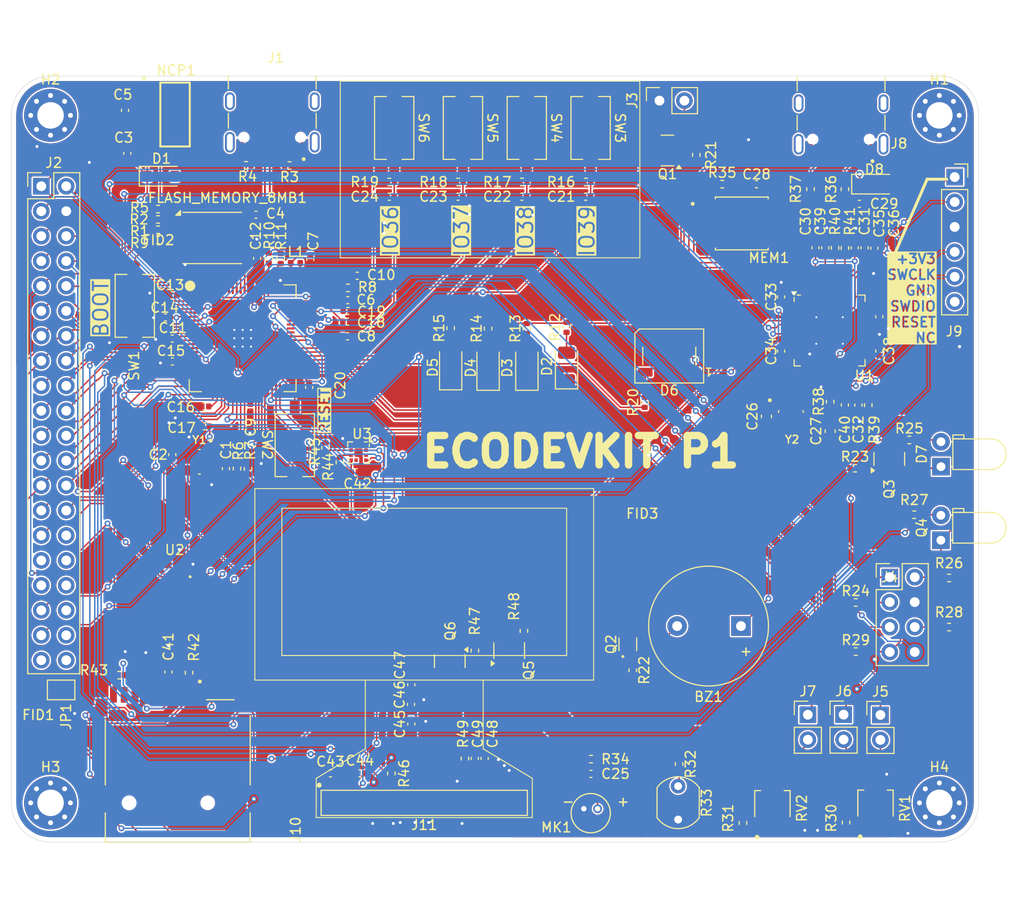
<source format=kicad_pcb>
(kicad_pcb (version 20241229) (generator "pcbnew") (generator_version "9.0")
  (layers (0 "F.Cu" signal) (4 "In1.Cu" signal) (6 "In2.Cu" signal) (2 "B.Cu" signal) (13 "F.Paste" user) (15 "B.Paste" user) (5 "F.SilkS" user "F.Silkscreen") (7 "B.SilkS" user "B.Silkscreen") (1 "F.Mask" user) (3 "B.Mask" user) (25 "Edge.Cuts" user))
  (net 0 "")
  (net 1 "GND")
  (net 2 "+3V3")
  (net 3 "Net-(J11-C2N)")
  (net 4 "Net-(J11-C2P)")
  (net 5 "Net-(J11-C1N)")
  (net 6 "Net-(J11-C1P)")
  (net 7 "+VDISP")
  (net 8 "Net-(J11-VCC)")
  (net 9 "Net-(J11-VCOMH)")
  (net 10 "PIN_LIGHT_SENS_SCL")
  (net 11 "GPIO21")
  (net 12 "DISPLAY_SCK")
  (net 13 "DISPLAY_MOSI")
  (net 14 "PIN_LIGHT_SENS_SDA")
  (net 15 "DISPLAY_RST")
  (net 16 "ACCEL_MOSI")
  (net 17 "ACCEL_MISO")
  (net 18 "ACCEL_SCK")
  (net 19 "DISPLAY_EN")
  (net 20 "Net-(J10-GND)")
  (net 21 "GPIO22")
  (net 24 "Net-(J11-IREF)")
  (net 27 "DISPLAY_CS")
  (net 29 "Net-(Q5-D)")
  (net 30 "ACCEL_INT1")
  (net 31 "ACCEL_INT2")
  (net 32 "ACCEL_CS")
  (net 36 "Net-(Q2-B)")
  (net 37 "Net-(BZ1--)")
  (net 38 "Net-(D3-A)")
  (net 39 "Net-(D2-A)")
  (net 40 "Net-(D5-A)")
  (net 41 "Net-(D4-A)")
  (net 42 "Net-(Q1-G)")
  (net 43 "GPIO_MOSFET_CONECTOR_OUT")
  (net 44 "Net-(J4-Pin_3)")
  (net 45 "PIN_WIFI_RESET_BL")
  (net 46 "Net-(J4-Pin_6)")
  (net 47 "Net-(J4-Pin_2)")
  (net 48 "Net-(D6-DIN)")
  (net 49 "PIN_BTN2")
  (net 50 "PIN_BTN3")
  (net 51 "PIN_BTN4")
  (net 52 "PIN_BTN1")
  (net 53 "Net-(D7-A)")
  (net 54 "Net-(D7-K)")
  (net 55 "IR_RX")
  (net 56 "Net-(Q3-G)")
  (net 57 "PIN_BUZZER")
  (net 58 "+VBUS")
  (net 59 "PIN_LED_YELLOW")
  (net 60 "PIN_LED_GREEN")
  (net 61 "PIN_LED_BLUE")
  (net 62 "PIN_LED_RED")
  (net 63 "GPIO_MOSFET_GATE_IN")
  (net 64 "PIN_WIFI_RX")
  (net 65 "PIN_WIFI_TX")
  (net 66 "PIN_ADDRESSABE")
  (net 68 "IR_TX")
  (net 69 "+1V1")
  (net 70 "/Debug Probe/RESET")
  (net 71 "/Debug Probe/SWCLK")
  (net 72 "Net-(D8-A)")
  (net 73 "Net-(J8-CC1)")
  (net 74 "Net-(C27-Pad2)")
  (net 75 "Net-(J8-CC2)")
  (net 76 "/Debug Probe/XIN")
  (net 77 "/Debug Probe/SWDIO")
  (net 78 "Net-(U1-USB_DP)")
  (net 79 "/Debug Probe/SD1")
  (net 80 "/Debug Probe/SD3")
  (net 81 "/Debug Probe/SD2")
  (net 82 "/Debug Probe/QSPI_SS")
  (net 83 "Net-(U1-USB_DM)")
  (net 84 "/Debug Probe/QSPI_SCLK")
  (net 85 "/Debug Probe/XOUT")
  (net 86 "/Debug Probe/SD0")
  (net 87 "/Debug Probe/RP2040_USB_D-")
  (net 89 "/Debug Probe/RP2040_USB_D+")
  (net 98 "PROBE_GPIO2{slash}SWCLK")
  (net 99 "POBRE_GPIO3{slash}SWDIO")
  (net 100 "PROBE_GPIO4{slash}UART_TX")
  (net 101 "POBRE_GPIO5{slash}UART_RX")
  (net 126 "GPIO44_ADC4")
  (net 127 "/MCU/GPIO2")
  (net 128 "/MCU/GPIO23")
  (net 129 "GPIO45_ADC5")
  (net 130 "GPIO43_ADC3")
  (net 131 "/MCU/GPIO15")
  (net 132 "GPIO40_ADC0")
  (net 133 "/MCU/GPIO3")
  (net 134 "GPIO42_ADC2")
  (net 135 "/MCU/GPIO24")
  (net 136 "/MCU/GPIO25")
  (net 137 "SWD")
  (net 138 "GPIO41_ADC1")
  (net 139 "/MCU/GPIO6")
  (net 140 "GPIO46_ADC6")
  (net 141 "RUN")
  (net 142 "/MCU/XIN")
  (net 143 "/MCU/USB_D+")
  (net 144 "/MCU/USB_D-")
  (net 145 "Net-(D1-A)")
  (net 146 "Net-(J1-CC2)")
  (net 147 "/MCU/QSPI_SD1")
  (net 148 "/MCU/QSPI_SD3")
  (net 149 "/MCU/QSPI_SD2")
  (net 150 "Net-(RP2350B1-VREG_AVDD)")
  (net 151 "/MCU/QSPI_SCLK")
  (net 152 "/MCU/QSPI_SD0")
  (net 153 "Net-(C2-Pad2)")
  (net 154 "Net-(J1-CC1)")
  (net 155 "Net-(RP2350B1-VREG_LX)")
  (net 156 "/MCU/XOUT")
  (net 157 "/MCU/QSPI_SS")
  (net 158 "Net-(R7-Pad2)")
  (net 159 "Net-(RP2350B1-USB_DP)")
  (net 160 "Net-(RP2350B1-USB_DM)")
  (net 161 "Net-(R9-Pad1)")
  (net 162 "Net-(FLASH_MEMORY_8MB1-{slash}CS)")
  (net 170 "Net-(MK1-+)")
  (net 171 "Net-(J5-Pin_2)")
  (net 172 "Net-(J6-Pin_2)")
  (net 173 "Net-(J7-Pin_2)")
  (net 174 "Net-(R30-Pad2)")
  (net 175 "Net-(R31-Pad2)")
  (net 176 "+1V1_PROBE")
  (footprint "Capacitor_SMD:C_0402_1005Metric" (layer "F.Cu") (at 145.49 62.28 180)
    (property "Reference" "C23")
    (property "Value" "0.1u")
  )
  (footprint "Diode_SMD:D_SOD-123F" (layer "F.Cu") (at 187.7825 61.00395)
    (property "Reference" "D8")
    (property "Value" "SB120" (hide yes))
  )
  (footprint "Capacitor_SMD:C_0402_1005Metric" (layer "F.Cu") (at 135.5 121 180)
    (property "Reference" "C44")
    (property "Value" "1u")
  )
  (footprint "Capacitor_SMD:C_0402_1005Metric" (layer "F.Cu") (at 124.915 64.115)
    (property "Reference" "C4")
    (property "Value" "100n" (hide yes))
  )
  (footprint "Inductor_SMD:L_0402_1005Metric" (layer "F.Cu") (at 128.94 69.035)
    (property "Reference" "L1")
    (property "Value" "3.3u" (hide yes))
  )
  (footprint "Connector_PinHeader_2.54mm:PinHeader_2x04_P2.54mm_Vertical" (layer "F.Cu") (at 189.45 101.02)
    (property "Reference" "J4")
    (property "Value" "BluetoothHeader")
  )
  (footprint "LED_SMD:LED_1206_3216Metric" (layer "F.Cu") (at 152.5 79.705593 90)
    (property "Reference" "D3")
    (property "Value" "LED_Green")
  )
  (footprint "Capacitor_SMD:C_0603_1608Metric" (layer "F.Cu") (at 183.3825 86.15395 90)
    (property "Reference" "C27")
    (property "Value" "15p" (hide yes))
  )
  (footprint "Footprint-FlashMEM:SOIC127P790X216-8N" (layer "F.Cu") (at 174.3825 65.00395)
    (property "Reference" "MEM1")
    (property "Value" "AT25EU0011A-SSHN-T" (hide yes))
  )
  (footprint "EcoDevkit:TRIM_TC33X-2-203E" (layer "F.Cu") (at 188 124.5 90)
    (property "Reference" "RV1")
    (property "Value" "100k")
  )
  (footprint "Resistor_SMD:R_0402_1005Metric" (layer "F.Cu") (at 159.03 119.55 180)
    (property "Reference" "R34")
    (property "Value" "2.2k")
  )
  (footprint "Capacitor_SMD:C_0402_1005Metric" (layer "F.Cu") (at 188.3825 74.50395 -90)
    (property "Reference" "C37" (hide yes))
    (property "Value" "100n" (hide yes))
  )
  (footprint "Capacitor_SMD:C_0402_1005Metric" (layer "F.Cu") (at 111.815 57.865 90)
    (property "Reference" "C3")
    (property "Value" "10u" (hide yes))
  )
  (footprint "Capacitor_SMD:C_0402_1005Metric" (layer "F.Cu") (at 132.5 121 180)
    (property "Reference" "C43")
    (property "Value" "1u")
  )
  (footprint "Capacitor_SMD:C_0402_1005Metric" (layer "F.Cu") (at 185.8825 67.48395 90)
    (property "Reference" "C31")
    (property "Value" "100n" (hide yes))
  )
  (footprint "Resistor_SMD:R_0402_1005Metric" (layer "F.Cu") (at 127.435 68.575 90)
    (property "Reference" "R11")
    (property "Value" "27" (hide yes))
  )
  (footprint "Capacitor_SMD:C_0603_1608Metric" (layer "F.Cu") (at 176.8925 84.65395 90)
    (property "Reference" "C26")
    (property "Value" "15p" (hide yes))
  )
  (footprint "Resistor_SMD:R_0402_1005Metric" (layer "F.Cu") (at 184.8825 67.51395 90)
    (property "Reference" "R41")
    (property "Value" "27" (hide yes))
  )
  (footprint "Button_Switch_SMD:SW_Tactile_SPST_NO_Straight_CK_PTS636Sx25SMTRLFS" (layer "F.Cu") (at 112.575 73.395 90)
    (property "Reference" "SW1")
    (property "Value" "BOOT" (hide yes))
  )
  (footprint "OptoDevice:R_LDR_5.1x4.3mm_P3.4mm_Vertical" (layer "F.Cu") (at 167.9 122.3 -90)
    (property "Reference" "R33")
    (property "Value" "500k")
  )
  (footprint "Resistor_SMD:R_0402_1005Metric" (layer "F.Cu") (at 148.55 75.705593 90)
    (property "Reference" "R14")
    (property "Value" "33")
  )
  (footprint "Connector_PinSocket_2.54mm:PinSocket_1x02_P2.54mm_Vertical" (layer "F.Cu") (at 166 52.5 90)
    (property "Reference" "J3")
    (property "Value" "ADC_SEL1")
  )
  (footprint "Capacitor_SMD:C_0402_1005Metric" (layer "F.Cu") (at 124.345 83.885 -90)
    (property "Reference" "C9")
    (property "Value" "4.7u" (hide yes))
  )
  (footprint "LED_SMD:LED_1206_3216Metric" (layer "F.Cu") (at 156.54 79.565593 90)
    (property "Reference" "D2")
    (property "Value" "LED_Red")
  )
  (footprint "Resistor_SMD:R_0402_1005Metric" (layer "F.Cu") (at 145.5 60.78)
    (property "Reference" "R18")
    (property "Value" "10k")
  )
  (footprint "Capacitor_SMD:C_0402_1005Metric" (layer "F.Cu") (at 186.8825 67.48395 90)
    (property "Reference" "C35")
    (property "Value" "100n" (hide yes))
  )
  (footprint "Resistor_SMD:R_0402_1005Metric" (layer "F.Cu") (at 152.2 106.49 -90)
    (property "Reference" "R48")
    (property "Value" "10k")
  )
  (footprint "Capacitor_SMD:C_0402_1005Metric" (layer "F.Cu") (at 135.225 70.335)
    (property "Reference" "C10")
    (property "Value" "4.7u" (hide yes))
  )
  (footprint "Resistor_SMD:R_0402_1005Metric" (layer "F.Cu") (at 114.945 66.695)
    (property "Reference" "R9")
    (property "Value" "1k" (hide yes))
  )
  (footprint "lib:ABM8-272-T3" (layer "F.Cu") (at 179.3825 84.15395)
    (property "Reference" "Y2")
    (property "Value" "ABM8-272-T3" (hide yes))
  )
  (footprint "MountingHole:MountingHole_2.7mm_Pad_Via" (layer "F.Cu") (at 104 54)
    (property "Reference" "H2")
    (property "Value" "MountingHole")
  )
  (footprint "Capacitor_SMD:C_0402_1005Metric" (layer "F.Cu") (at 182.8825 67.48395 90)
    (property "Reference" "C39")
    (property "Value" "100n" (hide yes))
  )
  (footprint "MountingHole:MountingHole_2.7mm_Pad_Via" (layer "F.Cu") (at 104 124)
    (property "Reference" "H3")
    (property "Value" "MountingHole")
  )
  (footprint "Capacitor_SMD:C_0402_1005Metric" (layer "F.Cu") (at 181.8825 67.48395 90)
    (property "Reference" "C30")
    (property "Value" "100n" (hide yes))
  )
  (footprint "Capacitor_SMD:C_0402_1005Metric" (layer "F.Cu") (at 135.11 90.3475 180)
    (property "Reference" "C42")
    (property "Value" "0.1u")
  )
  (footprint "MountingHole:MountingHole_2.7mm_Pad_Via" (layer "F.Cu") (at 194.5 54)
    (property "Reference" "H1")
    (property "Value" "MountingHole")
  )
  (footprint "Resistor_SMD:R_0402_1005Metric" (layer "F.Cu") (at 169.75 58.025 90)
    (property "Reference" "R21")
    (property "Value" "100")
  )
  (footprint "Resistor_SMD:R_0402_1005Metric" (layer "F.Cu") (at 138.7 121 -90)
    (property "Reference" "R46")
    (property "Value" "10k")
  )
  (footprint "Resistor_SMD:R_0402_1005Metric" (layer "F.Cu") (at 126.215 68.535 90)
    (property "Reference" "R10")
    (property "Value" "27" (hide yes))
  )
  (footprint "Resistor_SMD:R_0402_1005Metric" (layer "F.Cu") (at 172.3925 61.00395)
    (property "Reference" "R35")
    (property "Value" "DNF" (hide yes))
  )
  (footprint "Package_TO_SOT_SMD:SOT-23" (layer "F.Cu") (at 189.4 88.99 90)
    (property "Reference" "Q3")
    (property "Value" "MOSFET")
  )
  (footprint "Capacitor_SMD:C_0402_1005Metric" (layer "F.Cu") (at 151.99 62.28 180)
    (property "Reference" "C22")
    (property "Value" "0.1u")
  )
  (footprint "Resistor_SMD:R_0402_1005Metric" (layer "F.Cu") (at 191.44 87.05)
    (property "Reference" "R25")
    (property "Value" "220")
  )
  (footprint "Capacitor_SMD:C_0402_1005Metric" (layer "F.Cu") (at 140.73 111.98 90)
    (property "Reference" "C47")
    (property "Value" "1u")
  )
  (footprint "Capacitor_SMD:C_0402_1005Metric" (layer "F.Cu") (at 140.73 115.98 90)
    (property "Reference" "C45")
    (property "Value" "1u")
  )
  (footprint "Connector_PinHeader_2.54mm:PinHeader_1x02_P2.54mm_Vertical" (layer "F.Cu") (at 184.75 115.02)
    (property "Reference" "J6")
    (property "Value" "ADC_SEL1")
  )
  (footprint "Capacitor_SMD:C_0402_1005Metric" (layer "F.Cu") (at 159.02 121.05)
    (property "Reference" "C25")
    (property "Value" "1u")
  )
  (footprint "LED_SMD:LED_WS2812B_PLCC4_5.0x5.0mm_P3.2mm" (layer "F.Cu") (at 167 78.5 180)
    (property "Reference" "D6")
    (property "Value" "WS2812B")
  )
  (footprint "Button_Switch_SMD:SW_Tactile_SPST_NO_Straight_CK_PTS636Sx25SMTRLFS" (layer "F.Cu") (at 152.49 55.28 -90)
    (property "Reference" "SW4")
    (property "Value" "PTS636")
  )
  (footprint "lib:UJ20-C-H-G-SMT-1-P16-TR" (layer "F.Cu") (at 126.575 49.955 180)
    (property "Reference" "J1")
    (property "Value" "USB_C_Receptacle_USB2.0_16P" (hide yes))
  )
  (footprint "Capacitor_SMD:C_0402_1005Metric" (layer "F.Cu") (at 119.625 83.635 180)
    (property "Reference" "C16")
    (property "Value" "100n" (hide yes))
  )
  (footprint "Resistor_SMD:R_0402_1005Metric" (layer "F.Cu") (at 114.945 65.645)
    (property "Reference" "R1")
    (property "Value" "0" (hide yes))
  )
  (footprint "Button_Switch_SMD:SW_Tactile_SPST_NO_Straight_CK_PTS636Sx25SMTRLFS" (layer "F.Cu") (at 158.99 55.28 -90)
    (property "Reference" "SW3")
    (property "Value" "PTS636")
  )
  (footprint "EcoDevkit:CUI_MSD-4-A" (layer "F.Cu") (at 116.95 120.75)
    (property "Reference" "J10")
    (property "Value" "Micro_SD_Card_Det1")
  )
  (footprint "Resistor_SMD:R_0402_1005Metric" (layer "F.Cu") (at 156.54 75.575593 90)
    (property "Reference" "R12")
    (property "Value" "150")
  )
  (footprint "Resistor_SMD:R_0402_1005Metric" (layer "F.Cu") (at 185 126 -90)
    (property "Reference" "R30")
    (property "Value" "1k")
  )
  (footprint "Resistor_SMD:R_0402_1005Metric" (layer "F.Cu") (at 147.2 108.5 90)
    (property "Reference" "R47")
    (property "Value" "10k")
  )
  (footprint "Capacitor_SMD:C_0402_1005Metric" (layer "F.Cu") (at 134.275 73.915)
    (property "Reference" "C19")
    (property "Value" "100n" (hide yes))
  )
  (footprint "Resistor_SMD:R_0402_1005Metric" (layer "F.Cu") (at 114.945 63.545)
    (property "Reference" "R5")
    (property "Value" "10k" (hide yes))
  )
  (footprint "Capacitor_SMD:C_0402_1005Metric" (layer "F.Cu") (at 115.7 74.575 180)
    (property "Reference" "C14")
    (property "Value" "100n" (hide yes))
  )
  (footprint "Resistor_SMD:R_0402_1005Metric" (layer "F.Cu") (at 183.3825 83.15395 90)
    (property "Reference" "R38")
    (property "Value" "1k" (hide yes))
  )
  (footprint "Connector_PinHeader_2.54mm:PinHeader_1x02_P2.54mm_Vertical" (layer "F.Cu") (at 181.11 115.03)
    (property "Reference" "J7")
    (property "Value" "ADC_SEL1")
  )
  (footprint "Resistor_SMD:R_0402_1005Metric" (layer "F.Cu") (at 118.1 110.75 -90)
    (property "Reference" "R42")
    (property "Value" "1k")
  )
  (footprint "MountingHole:MountingHole_2.7mm_Pad_Via" (layer "F.Cu") (at 194.5 124)
    (property "Reference" "H4")
    (property "Value" "MountingHole")
  )
  (footprint "Capacitor_SMD:C_0402_1005Metric" (layer "F.Cu") (at 184.8825 83.48395 -90)
    (property "Reference" "C40")
    (property "Value" "100n" (hide yes))
  )
  (footprint "Connector_PinHeader_2.54mm:PinHeader_2x20_P2.54mm_Vertical" (layer "F.Cu") (at 103.055 61.215)
    (property "Reference" "J2")
    (property "Value" "Conn_02x20_Counter_Clockwise" (hide yes))
  )
  (footprint "Capacitor_SMD:C_0402_1005Metric" (layer "F.Cu") (at 121.855 89.975 90)
    (property "Reference" "C1")
    (property "Value" "15p" (hide yes))
  )
  (footprint "LED_SMD:LED_1206_3216Metric" (layer "F.Cu") (at 148.55 79.705593 90)
    (property "Reference" "D4")
    (property "Value" "LED_Blue")
  )
  (footprint "Package_TO_SOT_SMD:SOT-23" (layer "F.Cu") (at 166.8125 57.575 180)
    (property "Reference" "Q1")
    (property "Value" "MOSFET")
  )
  (footprint "Resistor_SMD:R_0402_1005Metric" (layer "F.Cu") (at 123.9 59.085 180)
    (property "Reference" "R4")
    (property "Value" "5.1k" (hide yes))
  )
  (footprint "Package_LGA:LGA-12_2x2mm_P0.5mm" (layer "F.Cu") (at 135.36 88.3475 -90)
    (property "Reference" "U3")
    (property "Value" "MC3419")
  )
  (footprint "Capacitor_SMD:C_0402_1005Metric" (layer "F.Cu") (at 130.33 81.7 -90)
    (property "Reference" "C20")
    (property "Value" "100n" (hide yes))
  )
  (footprint "Capacitor_SMD:C_0402_1005Metric" (layer "F.Cu") (at 186.3625 63.00395 180)
    (property "Reference" "C29")
    (property "Value" "10u" (hide yes))
  )
  (footprint "Button_Switch_SMD:SW_Tactile_SPST_NO_Straight_CK_PTS636Sx25SMTRLFS" (layer "F.Cu") (at 128.865 87.58 90)
    (property "Reference" "SW2")
    (property "Value" "RESET" (hide yes))
  )
  (footprint "Capacitor_SMD:C_0402_1005Metric" (layer "F.Cu") (at 148.2 119.48 -90)
    (property "Reference" "C48")
    (property "Value" "2.2u")
  )
  (footprint "Capacitor_SMD:C_0402_1005Metric" (layer "F.Cu") (at 119.665 85.665 180)
    (property "Reference" "C17")
    (property "Value" "100n" (hide yes))
  )
  (footprint "EcoDevkit:MIC_CMEJ-0415-42-P" (layer "F.Cu") (at 159 125.05 180)
    (property "Reference" "MK1")
    (property "Value" "MIC")
  )
  (footprint "Resistor_SMD:R_0402_1005Metric" (layer "F.Cu") (at 134.295 71.565)
    (property "Reference" "R8")
    (property "Value" "33" (hide yes))
  )
  (footprint "Capacitor_SMD:C_0402_1005Metric" (layer "F.Cu") (at 140.7 113.98 90)
    (property "Reference" "C46")
    (property "Value" "1u")
  )
  (footprint "Capacitor_SMD:C_0402_1005Metric" (layer "F.Cu") (at 158.49 62.28 180)
    (property "Reference" "C21")
    (property "Value" "0.1u")
  )
  (footprint "Capacitor_SMD:C_0402_1005Metric" (layer "F.Cu") (at 116.385 76.725 180)
    (property "Reference" "C11")
    (property "Value" "100n" (hide yes))
  )
  (footprint "lib:RP2350B_QFN-80_EP_10.573x10.573_Pitch0.4mm" (layer "F.Cu") (at 123.5585 76.695)
    (property "Reference" "RP2350B1" (hide yes))
    (property "Value" "RP2350B1" (hide yes))
  )
  (footprint "Button_Switch_SMD:SW_Tactile_SPST_NO_Straight_CK_PTS636Sx25SMTRLFS" (layer "F.Cu") (at 138.99 55.28 -90)
    (property "Reference" "SW6")
    (property "Value" "PTS636")
  )
  (footprint "Capacitor_SMD:C_0402_1005Metric" (layer "F.Cu") (at 125.035 68.555 90)
    (property "Reference" "C12")
    (property "Value" "100n" (hide yes))
  )
  (footprint "Package_DFN_QFN:QFN-56-1EP_7x7mm_P0.4mm_EP3.2x3.2mm_ThermalVias" (layer "F.Cu") (at 183.32 75.90395)
    (property "Reference" "U1")
    (property "Value" "RP2040" (hide yes))
  )
  (footprint "Resistor_SMD:R_0402_1005Metric" (layer "F.Cu") (at 146.2 119.48 -90)
    (property "Reference" "R49")
    (property "Value" "560k")
  )
  (footprint "Capacitor_SMD:C_0402_1005Metric" (layer "F.Cu") (at 116 110.68 -90)
    (property "Reference" "C41")
    (property "Value" "0.1u")
  )
  (footprint "Resistor_SMD:R_0402_1005Metric" (layer "F.Cu") (at 174.5 126.05 -90)
    (property "Reference" "R31")
    (property "Value" "1k")
  )
  (footprint "Capacitor_SMD:C_0402_1005Metric" (layer "F.Cu") (at 111.58 53.488 90)
    (property "Reference" "C5")
    (property "Value" "10u" (hide yes))
  )
  (footprint "LED_THT:LED_D3.0mm_Horizontal_O1.27mm_Z2.0mm" (layer "F.Cu") (at 194.665 89.77 90)
    (property "Reference" "D7")
    (property "Value" "TSAL4400")
  )
  (footprint "Fiducial:Fiducial_1mm_Mask2mm" (layer "F.Cu") (at 102.75 117)
    (property "Reference" "FID1")
    (property "Value" "Fiducial")
  )
  (footprint "EcoDevkit:FPC_30" (layer "F.Cu") (at 142.05 124)
    (property "Reference" "J11")
    (property "Value" "DISPLAY FFC")
  )
  (footprint "Resistor_SMD:R_0402_1005Metric" (layer "F.Cu") (at 111 111 180)
    (property "Reference" "R43")
    (property "Value" "47k")
  )
  (footprint "Connector_PinSocket_2.54mm:PinSocket_1x06_P2.54mm_Vertical" (layer "F.Cu") (at 196.06 60.28)
    (property "Reference" "J9")
    (property "Value" "SWD Interface" (hide yes))
  )
  (footprint "Fiducial:Fiducial_1mm_Mask2mm" (layer "F.Cu") (at 114.97 68.65)
    (property "Reference" "FID2")
    (property "Value" "Fiducial")
  )
  (footprint "Capacitor_SMD:C_0402_1005Metric" (layer "F.Cu") (at 138.49 62.28 180)
    (property "Reference" "C24")
    (property "Value" "0.1u")
  )
  (footprint "Resistor_SMD:R_0402_1005Metric" (layer "F.Cu") (at 195.49 101.1 180)
    (property "Reference" "R26")
    (property "Value" "10k")
  )
  (footprint "Resistor_SMD:R_0402_1005Metric" (layer "F.Cu") (at 158.5 60.78)
    (property "Reference" "R16")
    (property "Value" "10k")
  )
  (footprint "Capacitor_SMD:C_0402_1005Metric" (layer "F.Cu") (at 134.235 74.995)
    (property "Reference" "C18")
    (property "Value" "100n" (hide yes))
  )
  (footprint "Resistor_SMD:R_0402_1005Metric" (layer "F.Cu") (at 138.49 60.78)
    (property "Reference" "R19")
    (property "Value" "10k")
  )
  (footprint "Jumper:SolderJumper-2_P1.3mm_Open_TrianglePad1.0x1.5mm" (layer "F.Cu") (at 105.075 112.5)
    (property "Reference" "JP1")
    (property "Value" "SD_GND")
  )
  (footprint "Package_TO_SOT_SMD:SOT-23" (layer "F.Cu") (at 144.65 109.5625 -90)
    (property "Reference" "Q6")
    (property "Value" "SL2301S")
  )
  (footprint "Capacitor_SMD:C_0402_1005Metric" (layer "F.Cu") (at 116.365 72.315 180)
    (property "Reference" "C13")
    (property "Value" "100n" (hide yes))
  )
  (footprint "Resistor_SMD:R_0402_1005Metric" (layer "F.Cu") (at 168 120.05 -90)
    (property "Reference" "R32")
    (property "Value" "33k")
  )
  (footprint "Resistor_SMD:R_0402_1005Metric" (layer "F.Cu") (at 191.94 94.66 180)
    (property "Reference" "R27")
    (property "Value" "10k")
  )
  (footprint "Capacitor_SMD:C_0402_1005Metric" (layer "F.Cu") (at 130.445 68.675 -90)
    (property "Reference" "C7")
    (property "Value" "4.7u" (hide yes))
  )
  (footprint "LED_SMD:LED_1206_3216Metric" (layer "F.Cu") (at 144.74 79.665593 90)
    (property "Reference" "D5")
    (property "Value" "LED_Yellow")
  )
  (footprint "Diode_SMD:D_SOD-123F" (layer "F.Cu") (at 115.245 60.195)
    (property "Reference" "D1")
    (property "Value" "SB120" (hide yes))
  )
  (footprint "Capacitor_SMD:C_0402_1005Metric" (layer "F.Cu") (at 188.3825 77.98395 -90)
    (property "Reference" "C38")
    (property "Value" "100n" (hide yes))
  )
  (footprint "Resistor_SMD:R_0402_1005Metric" (layer "F.Cu") (at 144.74 75.665593 90)
    (property "Reference" "R15")
    (property "Value" "150")
  )
  (footprint "Resistor_SMD:R_0402_1005Metric" (layer "F.Cu") (at 183.8825 67.48395 90)
    (property "Reference" "R40")
    (property "Value" "27" (hide yes))
  )
  (footprint "Resistor_SMD:R_0402_1005Metric" (layer "F.Cu") (at 181.3825 61.51395 -90)
    (property "Reference" "R37")
    (property "Value" "5.1k" (hide yes))
  )
  (footprint "Package_SON:WSON-8-1EP_6x5mm_P1.27mm_EP3.4x4.3mm" (layer "F.Cu") (at 120.4625 66.4825)
    (property "Reference" "FLASH_MEMORY_8MB1")
    (property "Value" "W25Q80DVSSIG" (hide yes))
  )
  (footprint "Capacitor_SMD:C_0402_1005Metric" (layer "F.Cu") (at 147.2 119.48 -90)
    (property "Reference" "C49")
    (property "Value" "2.2u")
  )
  (footprint "lib:ABM8-272-T3" (layer "F.Cu") (at 119.155 89.27 -90)
    (property "Reference" "Y1")
    (property "Value" "Crystal_GND24" (hide yes))
  )
  (footprint "Resistor_SMD:R_0402_1005Metric" (layer "F.Cu") (at 187.2575 83.50395 90)
    (property "Reference" "R39")
    (property "Value" "10k" (hide yes))
  )
  (footprint "Resistor_SMD:R_0402_1005Metric" (layer "F.Cu") (at 128.335 59.105)
    (property "Reference" "R3")
    (property "Value" "5.1k" (hide yes))
  )
  (footprint "EcoDevkit:TRIM_TC33X-2-203E" (layer "F.Cu") (at 177.5 124.55 90)
    (property "Reference" "RV2")
    (property "Value" "100k")
  )
  (footprint "Capacitor_SMD:C_0402_1005Metric" (layer "F.Cu") (at 187.8825 67.52395 90)
    (property "Reference" "C36")
    (property "Value" "100n" (hide yes))
  )
  (footprint "Resistor_SMD:R_0402_1005Metric" (layer "F.Cu") (at 133.46 89.33 90)
    (property "Reference" "R44")
    (property "Value" "47k")
  )
  (footprint "Resistor_SMD:R_0402_1005Metric" (layer "F.Cu") (at 185.99 103.6)
    (property "Reference" "R24")
    (property "Value" "10k")
  )
  (footprint "EcoDevkit:LTR-329ALS-01_LTO" (layer "F.Cu") (at 116.5069 100.379999 180)
    (property "Reference" "U2")
    (property "Value" "LTR-329ALS-01")
  )
  (footprint "Resistor_SMD:R_0402_1005Metric" (layer "F.Cu") (at 185.91 89.9275)
    (property "Reference" "R23")
    (property "Value" "330")
  )
  (footprint "Resistor_SMD:R_0402_1005Metric" (layer "F.Cu") (at 152.5 75.705593 90)
    (property "Reference" "R13")
    (property "Value" "150")
  )
  (footprint "Capacitor_SMD:C_0402_1005Metric" (layer "F.Cu") (at 178.3825 72.48395 90)
    (property "Reference" "C33")
    (property "Value" "100n" (hide yes))
  )
  (footprint "lib:buzzer" (layer "F.Cu") (at 174.8 106 180)
    (property "Reference" "BZ1")
    (property "Value" "WT-1205")
  )
  (footprint "Resistor_SMD:R_0402_1005Metric" (layer "F.Cu") (at 163.28 110.5 -90)
    (property "Reference" "R22")
    (property "Value" "1k")
  )
  (footprint "Resistor_SMD:R_0402_1005Metric" (layer "F.Cu") (at 132 87.8475 -90)
    (property "Reference" "R45")
    (property "Value" "47k")
  )
  (footprint "Capacitor_SMD:C_0402_1005Metric" (layer "F.Cu") (at 134.235 76.495)
    (property "Reference" "C8")
    (property "Value" "100n" (hide yes))
  )
  (footprint "Connector_PinHeader_2.54mm:PinHeader_1x02_P2.54mm_Vertical" (layer "F.Cu") (at 188.5 115.05)
    (property "Reference" "J5")
    (property "Value" "ADC_SEL1")
  )
  (footprint "Capacitor_SMD:C_0402_1005Metric" (layer "F.Cu") (at 134.265 72.815)
    (property "Reference" "C6")
    (property "Value" "4.7u" (hide yes))
  )
  (footprint "Capacitor_SMD:C_0402_1005Metric" (layer "F.Cu") (at 116.395 88.545 -90)
    (property "Reference" "C2")
    (property "Value" "15p" (hide yes))
  )
  (footprint "Package_TO_SOT_SMD:SOT-523" (layer "F.Cu") (at 162.78 107.855 90)
    (property "Reference" "Q2")
    (property "Value" "MMBT3904")
  )
  (footprint "Resistor_SMD:R_0402_1005Metric" (layer "F.Cu") (at 184.8825 61.51395 -90)
    (property "Reference" "R36")
    (property "Value" "5.1k" (hide yes))
  )
  (footprint "Resistor_SMD:R_0402_1005Metric" (layer "F.Cu") (at 195.49 106.1 180)
    (property "Reference" "R28")
    (property "Value" "10k")
  )
  (footprint "Package_TO_SOT_SMD:SOT-23-3" (layer "F.Cu") (at 150.7 108.5 90)
    (property "Reference" "Q5")
    (property "Value" "T2N7002AK,LM")
  )
  (footprint "LED_THT:LED_D3.0mm_Horizontal_O1.27mm_Z2.0mm_Clear" (layer "F.Cu") (at 194.655 97.26 90)
    (property "Reference" "Q4")
    (property "Value" "OP598A")
  )
  (footprint "Resistor_SMD:R_0402_1005Metric" (layer "F.Cu") (at 151.99 60.78)
    (property "Reference" "R17")
    (property "Value" "10k")
  )
  (footprint "Capacitor_SMD:C_0402_1005Metric" (layer "F.Cu") (at 116.4 79.055 180)
    (property "Reference" "C15")
    (property "Value" "100n" (hide yes))
  )
  (footprint "Button_Switch_SMD:SW_Tactile_SPST_NO_Straight_CK_PTS636Sx25SMTRLFS" (layer "F.Cu") (at 145.99 55.28 -90)
    (property "Reference" "SW5")
    (property "Value" "PTS636")
  )
  (footprint "Resistor_SMD:R_0402_1005Metric" (layer "F.Cu") (at 185.99 108.6)
    (property "Reference" "R29")
    (property "Value" "10k")
  )
  (footprint "Resistor_SMD:R_0402_1005Metric" (layer "F.Cu") (at 114.945 64.595)
    (property "Reference" "R2")
    (property "Value" "0" (hide yes))
  )
  (footprint "Capacitor_SMD:C_0402_1005Metric" (layer "F.Cu") (at 186.2575 83.50395 90)
    (property "Reference" "C32")
    (property "Value" "1u" (hide yes))
  )
  (footprint "Capacitor_SMD:C_0402_1005Metric" (layer "F.Cu") (at 178.3825 78.00395 90)
    (property "Reference" "C34")
    (property "Value" "1u" (hide yes))
  )
  (footprint "Resistor_SMD:R_0402_1005Metric" (layer "F.Cu") (at 164.49 83.22 90)
    (property "Reference" "R20")
    (property "Value" "330")
  )
  (footprint "lib:UJ20-C-H-G-SMT-1-P16-TR" (layer "F.Cu") (at 184.49175 50.15895 180)
    (property "Reference" "J8")
    (property "Value" "USB_C_Receptacle_USB2.0_16P" (hide yes))
  )
  (footprint "Resistor_SMD:R_0402_1005Metric" (layer "F.Cu") (at 122.985 89.965 90)
    (property "Reference" "R6")
    (property "Value" "1k" (hide yes))
  )
  (footprint "Capacitor_SMD:C_0402_1005Metric" (layer "F.Cu") (at 175.8825 61.00395 180)
    (property "Reference" "C28")
    (property "Value" "100n" (hide yes))
  )
  (footprint "Resistor_SMD:R_0402_1005Metric" (layer "F.Cu") (at 124.105 89.995 -90)
    (property "Reference" "R7")
    (property "Value" "1k" (hide yes))
  )
  (footprint "Fiducial:Fiducial_1mm_Mask2mm" (layer "F.Cu") (at 164.25 96.5)
    (property "Reference" "FID3")
    (property "Value" "Fiducial")
  )
  (footprint "lib:NCP1117ST50T3G" (layer "F.Cu") (at 116.675 53.915)
    (property "Reference" "NCP1")
    (property "Value" "NCP1117ST50T3G" (hide yes))
  )
  (gr_line (start 190 68) (end 193.25 60.5) (stroke (width 0.3)) (layer "F.SilkS"))
  (gr_rect (start 133.5 50.5) (end 164 68.5) (stroke (width 0.1)) (fill no) (layer "F.SilkS"))
  (gr_line (start 193.25 60.5) (end 195.25 60.5) (stroke (width 0.3)) (layer "F.SilkS"))
  (gr_arc (start 100 54) (mid 101.171573 51.171573) (end 104 50) (stroke (width 0.05)) (layer "Edge.Cuts"))
  (gr_line (start 198.5 54) (end 198.5 124) (stroke (width 0.05)) (layer "Edge.Cuts"))
  (gr_arc (start 194.5 50) (mid 197.328427 51.171573) (end 198.5 54) (stroke (width 0.05)) (layer "Edge.Cuts"))
  (gr_arc (start 198.5 124) (mid 197.328427 126.828427) (end 194.5 128) (stroke (width 0.05)) (layer "Edge.Cuts"))
  (gr_line (start 194.5 128) (end 104 128) (stroke (width 0.05)) (layer "Edge.Cuts"))
  (gr_line (start 100 124) (end 100 54) (stroke (width 0.05)) (layer "Edge.Cuts"))
  (gr_line (start 104 50) (end 194.5 50) (stroke (width 0.05)) (layer "Edge.Cuts"))
  (gr_arc (start 104 128) (mid 101.171573 126.828427) (end 100 124) (stroke (width 0.05)) (layer "Edge.Cuts"))
  (gr_text "RESET" (at 132.5 86.5 90) (layer "F.SilkS" knockout) (effects (font (size 1 1) (thickness 0.2) (bold yes)) (justify left bottom)))
  (gr_text "ECODEVKIT P1" (at 141.5 90 0) (layer "F.SilkS") (effects (font (size 3 3) (thickness 0.75) (bold yes)) (justify left bottom)))
  (gr_text "IO39" (at 159.5 68.5 90) (layer "F.SilkS" knockout) (effects (font (size 1.5 1.5) (thickness 0.2) (bold yes)) (justify left bottom)))
  (gr_text "+3V3\nSWCLK\nGND\nSWDIO\nRESET\nNC" (at 194.25 77.25 0) (layer "F.SilkS" knockout) (effects (font (size 1 1) (thickness 0.2) (bold yes)) (justify right bottom)))
  (gr_text "IO37" (at 146.75 68.5 90) (layer "F.SilkS" knockout) (effects (font (size 1.5 1.5) (thickness 0.2) (bold yes)) (justify left bottom)))
  (gr_text "IO36" (at 139.5 68.5 90) (layer "F.SilkS" knockout) (effects (font (size 1.5 1.5) (thickness 0.2) (bold yes)) (justify left bottom)))
  (gr_text "  BOOT  " (at 110 79 90) (layer "F.SilkS" knockout) (effects (font (size 1.5 1.5) (thickness 0.2) (bold yes)) (justify left bottom)))
  (gr_text "IO38" (at 153.25 68.5 90) (layer "F.SilkS" knockout) (effects (font (size 1.5 1.5) (thickness 0.2) (bold yes)) (justify left bottom)))
  (segment (start 116.395 87.955) (end 117.6 86.75) (width 0.1524) (layer "F.Cu") (net 1))
  (segment (start 182.32 78.90395) (end 181.71605 78.3) (width 0.1524) (layer "F.Cu") (net 1))
  (segment (start 139.6 124) (end 139.6 126) (width 0.1524) (layer "F.Cu") (net 1))
  (segment (start 186.2575 85.0775) (end 186.35 85.17) (width 0.1524) (layer "F.Cu") (net 1))
  (segment (start 115.189189 79.206692) (end 115.193308 79.206692) (width 0.1524) (layer "F.Cu") (net 1))
  (segment (start 186.2575 83.98395) (end 186.2575 85.0775) (width 0.1524) (layer "F.Cu") (net 1))
  (segment (start 151.5 125.1) (end 150.52 126.08) (width 0.1524) (layer "F.Cu") (net 1))
  (segment (start 143.1 124) (end 143.1 125.5) (width 0.1524) (layer "F.Cu") (net 1))
  (segment (start 142 115.5) (end 142.2 115.7) (width 0.1524) (layer "F.Cu") (net 1))
  (segment (start 115.345 79.055) (end 115.92 79.055) (width 0.1524) (layer "F.Cu") (net 1))
  (segment (start 188.4 76.3) (end 187.7 77) (width 0.1524) (layer "F.Cu") (net 1))
  (segment (start 151.5 124) (end 151.5 125.1) (width 0.1524) (layer "F.Cu") (net 1))
  (segment (start 182.32 79.34145) (end 182.32 78.90395) (width 0.1524) (layer "F.Cu") (net 1))
  (segment (start 152.2 124) (end 152.2 124.81) (width 0.1524) (layer "F.Cu") (net 1))
  (segment (start 117.6 86.75) (end 118.1 86.75) (width 0.1524) (layer "F.Cu") (net 1))
  (segment (start 142.6 126) (end 142.5 126) (width 0.1524) (layer "F.Cu") (net 1))
  (segment (start 143.1 125.5) (end 142.6 126) (width 0.1524) (layer "F.Cu") (net 1))
  (segment (start 136.8 124) (end 136.8 126.1) (width 0.1524) (layer "F.Cu") (net 1))
  (segment (start 188.58395 74.98395) (end 189.3 75.7) (width 0.1524) (layer "F.Cu") (net 1))
  (segment (start 181.71605 78.3) (end 181.3 78.3) (width 0.1524) (layer "F.Cu") (net 1))
  (segment (start 187.7 77) (end 187.7 77.78145) (width 0.1524) (layer "F.Cu") (net 1))
  (segment (start 138.9 124) (end 138.9 126.1) (width 0.1524) (layer "F.Cu") (net 1))
  (segment (start 115.193308 79.206692) (end 115.345 79.055) (width 0.1524) (layer "F.Cu") (net 1))
  (segment (start 187.7 77.78145) (end 188.3825 78.46395) (width 0.1524) (layer "F.Cu") (net 1))
  (segment (start 126.9585 71.7985) (end 126.9585 71.2415) (width 0.1524) (layer "F.Cu") (net 1))
  (segment (start 188.3825 74.98395) (end 188.58395 74.98395) (width 0.1524) (layer "F.Cu") (net 1))
  (segment (start 142.5 126) (end 142.4 126.1) (width 0.1524) (layer "F.Cu") (net 1))
  (segment (start 126.9585 71.2415) (end 127.4 70.8) (width 0.1524) (layer "F.Cu") (net 1))
  (segment (start 145.9 124) (end 145.9 126.1) (width 0.1524) (layer "F.Cu") (net 1))
  (segment (start 116.395 88.065) (end 116.395 87.955) (width 0.1524) (layer "F.Cu") (net 1))
  (segment (start 140.73 115.5) (end 142 115.5) (width 0.1524) (layer "F.Cu") (net 1))
  (segment (start 152.2 124.81) (end 150.86 126.15) (width 0.1524) (layer "F.Cu") (net 1))
  (via (at 114.5 74.6) (size 0.6048) (drill 0.3) (layers "F.Cu" "B.Cu") (net 1))
  (via (at 177.35 72.1) (size 0.6048) (drill 0.3) (layers "F.Cu" "B.Cu") (net 1))
  (via (at 179.65 72.1) (size 0.6048) (drill 0.3) (layers "F.Cu" "B.Cu") (net 1))
  (via (at 113.7 108.7) (size 0.6048) (drill 0.3) (layers "F.Cu" "B.Cu") (net 1))
  (via (at 180.8 126.8) (size 0.6048) (drill 0.3) (layers "F.Cu" "B.Cu") (net 1))
  (via (at 153.1 64.15) (size 0.6048) (drill 0.3) (layers "F.Cu" "B.Cu") (net 1))
  (via (at 137.97 64.97) (size 0.6048) (drill 0.3) (layers "F.Cu" "B.Cu") (net 1))
  (via (at 114.1 72.1) (size 0.6048) (drill 0.3) (layers "F.Cu" "B.Cu") (net 1))
  (via (at 182.1 65.45) (size 0.6048) (drill 0.3) (layers "F.Cu" "B.Cu") (net 1))
  (via (at 125.45 89.45) (size 0.6048) (drill 0.3) (layers "F.Cu" "B.Cu") (net 1))
  (via (at 142.5 126) (size 0.6048) (drill 0.3) (layers "F.Cu" "B.Cu") (net 1))
  (via (at 175.07 56.48) (size 0.6048) (drill 0.3) (layers "F.Cu" "B.Cu") (net 1))
  (via (at 118.5 99.7) (size 0.6048) (drill 0.3) (layers "F.Cu" "B.Cu") (net 1))
  (via (at 106.45 114.9) (size 0.6048) (drill 0.3) (layers "F.Cu" "B.Cu") (net 1))
  (via (at 141.1 126) (size 0.6048) (drill 0.3) (layers "F.Cu" "B.Cu") (net 1))
  (via (at 151.5 63.55) (size 0.6048) (drill 0.3) (layers "F.Cu" "B.Cu") (net 1))
  (via (at 139.6 126) (size 0.6048) (drill 0.3) (layers "F.Cu" "B.Cu") (net 1))
  (via (at 116.7 84.8) (size 0.6048) (drill 0.3) (layers "F.Cu" "B.Cu") (net 1))
  (via (at 186.35 85.17) (size 0.6048) (drill 0.3) (layers "F.Cu" "B.Cu") (net 1))
  (via (at 183.05 65.45) (size 0.6048) (drill 0.3) (layers "F.Cu" "B.Cu") (net 1))
  (via (at 110 77.15) (size 0.6048) (drill 0.3) (layers "F.Cu" "B.Cu") (net 1))
  (via (at 138.9 126.1) (size 0.6048) (drill 0.3) (layers "F.Cu" "B.Cu") (net 1))
  (via (at 196.55 77.55) (size 0.6048) (drill 0.3) (layers "F.Cu" "B.Cu") (net 1))
  (via (at 150.2 120.2) (size 0.6048) (drill 0.3) (layers "F.Cu" "B.Cu") (net 1))
  (via (at 145.05 63.7) (size 0.6048) (drill 0.3) (layers "F.Cu" "B.Cu") (net 1))
  (via (at 120.4 91.6) (size 0.6048) (drill 0.3) (layers "F.Cu" "B.Cu") (net 1))
  (via (at 125 66.6) (size 0.6048) (drill 0.3) (layers "F.Cu" "B.Cu") (net 1))
  (via (at 191.3 127.1) (size 0.6048) (drill 0.3) (layers "F.Cu" "B.Cu") (net 1))
  (via (at 187.8 70.1) (size 0.6048) (drill 0.3) (layers "F.Cu" "B.Cu") (net 1))
  (via (at 145 64.65) (size 0.6048) (drill 0.3) (layers "F.Cu" "B.Cu") (net 1))
  (via (at 146.65 63.2) (size 0.6048) (drill 0.3) (layers "F.Cu" "B.Cu") (net 1))
  (via (at 117.7 69.2) (size 0.6048) (drill 0.3) (layers "F.Cu" "B.Cu") (net 1))
  (via (at 133.75 86.9) (size 0.6048) (drill 0.3) (layers "F.Cu" "B.Cu") (net 1))
  (via (at 145.9 126.1) (size 0.6048) (drill 0.3) (layers "F.Cu" "B.Cu") (net 1))
  (via (at 137.97 65.97) (size 0.6048) (drill 0.3) (layers "F.Cu" "B.Cu") (net 1))
  (via (at 116.05 85.3) (size 0.6048) (drill 0.3) (layers "F.Cu" "B.Cu") (net 1))
  (via (at 107.95 58.79) (size 0.6048) (drill 0.3) (layers "F.Cu" "B.Cu") (net 1))
  (via (at 150.7 120.7) (size 0.6048) (drill 0.3) (layers "F.Cu" "B.Cu") (net 1))
  (via (at 117.1 98.2) (size 0.6048) (drill 0.3) (layers "F.Cu" "B.Cu") (net 1))
  (via (at 196.55 77.55) (size 0.6048) (drill 0.3) (layers "F.Cu" "B.Cu") (net 1))
  (via (at 189.3 75.7) (size 0.6048) (drill 0.3) (layers "F.Cu" "B.Cu") (net 1))
  (via (at 182.46 81.65) (size 0.6048) (drill 0.3) (layers "F.Cu" "B.Cu") (net 1))
  (via (at 124.3 86.35) (size 0.6048) (drill 0.3) (layers "F.Cu" "B.Cu") (net 1))
  (via (at 116 108) (size 0.6048) (drill 0.3) (layers "F.Cu" "B.Cu") (net 1))
  (via (at 178.4 71) (size 0.6048) (drill 0.3) (layers "F.Cu" "B.Cu") (net 1))
  (via (at 111.6 108.6) (size 0.6048) (drill 0.3) (layers "F.Cu" "B.Cu") (net 1))
  (via (at 192.65 76.2) (size 0.6048) (drill 0.3) (layers "F.Cu" "B.Cu") (net 1))
  (via (at 182.1 126.8) (size 0.6048) (drill 0.3) (layers "F.Cu" "B.Cu") (net 1))
  (via (at 153.05 63.4) (size 0.6048) (drill 0.3) (layers "F.Cu" "B.Cu") (net 1))
  (via (at 146.65 64.1) (size 0.6048) (drill 0.3) (layers "F.Cu" "B.Cu") (net 1))
  (via (at 127.4 70.8) (size 0.6048) (drill 0.3) (layers "F.Cu" "B.Cu") (net 1))
  (via (at 142.2 115.7) (size 0.6048) (drill 0.3) (layers "F.Cu" "B.Cu") (net 1))
  (via (at 118.1 86.75) (size 0.6048) (drill 0.3) (layers "F.Cu" "B.Cu") (net 1))
  (via (at 189.14 121.08) (size 0.6048) (drill 0.3) (layers "F.Cu" "B.Cu") (net 1))
  (via (at 135.88 91.56) (size 0.6048) (drill 0.3) (layers "F.Cu" "B.Cu") (net 1))
  (via (at 181.3 78.3) (size 0.6048) (drill 0.3) (layers "F.Cu" "B.Cu") (net 1))
  (via (at 136.8 126.1) (size 0.6048) (drill 0.3) (layers "F.Cu" "B.Cu") (net 1))
  (via (at 115.189189 79.206692) (size 0.6048) (drill 0.3) (layers "F.Cu" "B.Cu") (net 1))
  (via (at 102.62 57.17) (size 0.6048) (drill 0.3) (layers "F.Cu" "B.Cu") (net 1))
  (via (at 186 65.5) (size 0.6048) (drill 0.3) (layers "F.Cu" "B.Cu") (net 1))
  (via (at 151.45 64.35) (size 0.6048) (drill 0.3) (layers "F.Cu" "B.Cu") (net 1))
  (via (at 196.55 77.55) (size 0.6048) (drill 0.3) (layers "F.Cu" "B.Cu") (net 1))
  (via (at 114.7 76.8) (size 0.6048) (drill 0.3) (layers "F.Cu" "B.Cu") (net 1))
  (via (at 188.4 76.3) (size 0.6048) (drill 0.3) (layers "F.Cu" "B.Cu") (net 1))
  (via (at 145.4 121.8) (size 0.6048) (drill 0.3) (layers "F.Cu" "B.Cu") (net 1))
  (via (at 149.6 119.6) (size 0.6048) (drill 0.3) (layers "F.Cu" "B.Cu") (net 1))
  (via (at 142 113.5) (size 0.6048) (drill 0.3) (layers "F.Cu" "B.Cu") (net 1))
  (segment (start 121.35 80.55) (end 121.45 80.55) (width 0.1524) (layer "F.Cu") (net 2))
  (segment (start 129.605 80.495) (end 130.33 81.22) (width 0.1524) (layer "F.Cu") (net 2))
  (segment (start 121.3585 71.7985) (end 121.3585 72.3577) (width 0.1524) (layer "F.Cu") (net 2))
  (segment (start 113.775 53.915) (end 111.633 53.915) (width 0.1524) (layer "F.Cu") (net 2))
  (segment (start 186.61 86.01) (end 185.78 86.01) (width 0.1524) (layer "F.Cu") (net 2))
  (segment (start 182.8825 67.96395) (end 182.8825 69.268774) (width 0.1524) (layer "F.Cu") (net 2))
  (segment (start 185.51 85.74) (end 185.51 83.33) (width 0.1524) (layer "F.Cu") (net 2))
  (segment (start 125.035 69.035) (end 125.5746 68.4954) (width 0.1524) (layer "F.Cu") (net 2))
  (segment (start 185.55 73.8) (end 183.85 73.8) (width 0.1524) (layer "F.Cu") (net 2))
  (segment (start 113.775 53.915) (end 115.165236 55.305236) (width 0.1524) (layer "F.Cu") (net 2))
  (segment (start 134.1225 89.84) (end 134.63 90.3475) (width 0.1524) (layer "F.Cu") (net 2))
  (segment (start 122.165 85.665) (end 120.145 85.665) (width 0.1524) (layer "F.Cu") (net 2))
  (segment (start 115.165236 55.305236) (end 115.165236 62.7) (width 0.1524) (layer "F.Cu") (net 2))
  (segment (start 180.83 73.57) (end 180.56395 73.30395) (width 0.1524) (layer "F.Cu") (net 2))
  (segment (start 196.6 95.315) (end 196.6 86.6) (width 0.1524) (layer "F.Cu") (net 2))
  (segment (start 183.92 73.47) (end 184.25 73.8) (width 0.1524) (layer "F.Cu") (net 2))
  (segment (start 189.2 67.45) (end 189.2 68) (width 0.1524) (layer "F.Cu") (net 2))
  (segment (start 133.46 89.84) (end 130.89 89.84) (width 0.1524) (layer "F.Cu") (net 2))
  (segment (start 177.00395 61.00395) (end 178 62) (width 0.1524) (layer "F.Cu") (net 2))
  (segment (start 177.9875 62.0125) (end 177.9875 63.09895) (width 0.1524) (layer "F.Cu") (net 2))
  (segment (start 130.045 76.895) (end 130.25 77.1) (width 0.1524) (layer "F.Cu") (net 2))
  (segment (start 125.5746 65.2546) (end 124.435 64.115) (width 0.1524) (layer "F.Cu") (net 2))
  (segment (start 133.785 73.905) (end 133.795 73.915) (width 0.1524) (layer "F.Cu") (net 2))
  (segment (start 178 62) (end 177.9875 62.0125) (width 0.1524) (layer "F.Cu") (net 2))
  (segment (start 130.89 89.84) (end 130.8 89.75) (width 0.1524) (layer "F.Cu") (net 2))
  (segment (start 196.06 60.28) (end 195.469052 60.28) (width 0.1524) (layer "F.Cu") (net 2))
  (segment (start 185.51 83.33) (end 185.20855 83.33) (width 0.1524) (layer "F.Cu") (net 2))
  (segment (start 168.1942 63.1058) (end 170.85 60.45) (width 0.1524) (layer "F.Cu") (net 2))
  (segment (start 121.5508 72.55) (end 123.95 72.55) (width 0.1524) (layer "F.Cu") (net 2))
  (segment (start 120.2 85.72) (end 120.145 85.665) (width 0.1524) (layer "F.Cu") (net 2))
  (segment (start 183.52 69.98) (end 183.556863 69.943137) (width 0.1524) (layer "F.Cu") (net 2))
  (segment (start 179.8825 76.90395) (end 180.32 76.90395) (width 0.1524) (layer "F.Cu") (net 2))
  (segment (start 110.302 53.968) (end 103.055 61.215) (width 0.1524) (layer "F.Cu") (net 2))
  (segment (start 116.915 74.495) (end 118.662 74.495) (width 0.1524) (layer "F.Cu") (net 2))
  (segment (start 130.6 87.3) (end 130.6375 87.3375) (width 0.1524) (layer "F.Cu") (net 2))
  (segment (start 185.92 70.58) (end 185.92 72.46645) (width 0.1524) (layer "F.Cu") (net 2))
  (segment (start 120.9585 83.061499) (end 120.384999 83.635) (width 0.1524) (layer "F.Cu") (net 2))
  (segment (start 139.85 94.6) (end 139.118 95.332) (width 0.1524) (layer "F.Cu") (net 2))
  (segment (start 120.9585 81.5915) (end 120.9585 80.9415) (width 0.1524) (layer "F.Cu") (net 2))
  (segment (start 193.46 108.64) (end 196 106.1) (width 0.1524) (layer "F.Cu") (net 2))
  (segment (start 115.9 113) (end 115.9 111.26) (width 0.1524) (layer "F.Cu") (net 2))
  (segment (start 121.45 80.5) (end 121.45 80.55) (width 0.1524) (layer "F.Cu") (net 2))
  (segment (start 115.9 113.8942) (end 115.3942 114.4) (width 0.1524) (layer "F.Cu") (net 2))
  (segment (start 173.011443 72.96395) (end 168.1942 68.146707) (width 0.1524) (layer "F.Cu") (net 2))
  (segment (start 185.52 73.48) (end 185.52 72.46645) (width 0.1524) (layer "F.Cu") (net 2))
  (segment (start 138.7 119.4) (end 138.7 120.49) (width 0.1524) (layer "F.Cu") (net 2))
  (segment (start 121.285 62.7) (end 115.165236 62.7) (width 0.1524) (layer "F.Cu") (net 2))
  (segment (start 169.6 80) (end 169.45 80.15) (width 0.1524) (layer "F.Cu") (net 2))
  (segment (start 186.825 72.46645) (end 188.3825 74.02395) (width 0.1524) (layer "F.Cu") (net 2))
  (segment (start 136.9 61.15) (end 136.95 61.15) (width 0.1524) (layer "F.Cu") (net 2))
  (segment (start 125.5746 68.4954) (end 125.5746 65.2546) (width 0.1524) (layer "F.Cu") (net 2))
  (segment (start 185.52 72.46645) (end 185.52 70.48) (width 0.1524) (layer "F.Cu") (net 2))
  (segment (start 196.6 86.6) (end 194.01395 84.01395) (width 0.1524) (layer "F.Cu") (net 2))
  (segment (start 194.655 99.555) (end 194.655 97.26) (width 0.1524) (layer "F.Cu") (net 2))
  (segment (start 120.4 112.54) (end 120.4 114.2) (width 0.1524) (layer "F.Cu") (net 2))
  (segment (start 121.3585 72.3577) (end 121.2981 72.4181) (width 0.1524) (layer "F.Cu") (net 2))
  (segment (start 123.95 72.55) (end 124.1585 72.3415) (width 0.1524) (layer "F.Cu") (net 2))
  (segment (start 185.92 72.46645) (end 185.92 73.43) (width 0.1524) (layer "F.Cu") (net 2))
  (segment (start 123.1625 64.5775) (end 123.9725 64.5775) (width 0.1524) (layer "F.Cu") (net 2))
  (segment (start 141.5 78.395593) (end 141.5 78.6) (width 0.1524) (layer "F.Cu") (net 2))
  (segment (start 173.55 60.46435) (end 175.8229 60.46435) (width 0.1524) (layer "F.Cu") (net 2))
  (segment (start 185.2 73.8) (end 185.52 73.48) (width 0.1524) (layer "F.Cu") (net 2))
  (segment (start 183.92 70.306274) (end 183.92 72.46645) (width 0.1524) (layer "F.Cu") (net 2))
  (segment (start 119.445 78.495) (end 119.8 78.85) (width 0.1524) (layer "F.Cu") (net 2))
  (segment (start 116.815 74.595) (end 116.915 74.495) (width 0.1524) (layer "F.Cu") (net 2))
  (segment (start 112.132 110.378) (end 112.132 105.951798) (width 0.1524) (layer "F.Cu") (net 2))
  (segment (start 170.85 60.45) (end 173.53565 60.45) (width 0.1524) (layer "F.Cu") (net 2))
  (segment (start 169.6 78.9) (end 169.6 80) (width 0.1524) (layer "F.Cu") (net 2))
  (segment (start 196 106.1) (end 196 101.1) (width 0.1524) (layer "F.Cu") (net 2))
  (segment (start 173.4421 60.46435) (end 173.55 60.46435) (width 0.1524) (layer "F.Cu") (net 2))
  (segment (start 139.118 95.332) (end 135.779638 95.332) (width 0.1524) (layer "F.Cu") (net 2))
  (segment (start 134.3346 72.1146) (end 135.094764 72.1146) (width 0.1524) (layer "F.Cu") (net 2))
  (segment (start 184.8825 81.902974) (end 184.8825 83.00395) (width 0.1524) (layer "F.Cu") (net 2))
  (segment (start 128.455 76.895) (end 130.045 76.895) (width 0.1524) (layer "F.Cu") (net 2))
  (segment (start 176.3625 61.00395) (end 177.00395 61.00395) (width 0.1524) (layer "F.Cu") (net 2))
  (segment (start 133.785 71.565) (end 134.3346 72.1146) (width 0.1524) (layer "F.Cu") (net 2))
  (segment (start 183.52 80.540474) (end 184.8825 81.902974) (width 0.1524) (layer "F.Cu") (net 2))
  (segment (start 144.65 111.65) (end 144.65 110.5) (width 0.1524) (layer "F.Cu") (net 2))
  (segment (start 180.83 76.39395) (end 180.83 73.57) (width 0.1524) (layer "F.Cu") (net 2))
  (segment (start 185.92 72.46645) (end 186.825 72.46645) (width 0.1524) (layer "F.Cu") (net 2))
  (segment (start 187.88645 68) (end 187.8825 68.00395) (width 0.1524) (layer "F.Cu") (net 2))
  (segment (start 116.8881 72.4181) (end 116.845 72.375) (width 0.1524) (layer "F.Cu") (net 2))
  (segment (start 122.9585 81.5915) (end 122.9585 84.8715) (width 0.1524) (layer "F.Cu") (net 2))
  (segment (start 118.662 78.495) (end 119.445 78.495) (width 0.1524) (layer "F.Cu") (net 2))
  (segment (start 178.3825 77.52395) (end 179.0025 76.90395) (width 0.1524) (layer "F.Cu") (net 2))
  (segment (start 183.52 73.47) (end 183.52 72.46645) (width 0.1524) (layer "F.Cu") (net 2))
  (segment (start 191.99 108.64) (end 193.46 108.64) (width 0.1524) (layer "F.Cu") (net 2))
  (segment (start 111.58 53.968) (end 110.302 53.968) (width 0.1524) (layer "F.Cu") (net 2))
  (segment (start 184.25 73.8) (end 185.2 73.8) (width 0.1524) (layer "F.Cu") (net 2))
  (segment (start 111.4 109.8) (end 111.4 110.89) (width 0.1524) (layer "F.Cu") (net 2))
  (segment (start 121.3585 72.3577) (end 121.5508 72.55) (width 0.1524) (layer "F.Cu") (net 2))
  (segment (start 111.633 53.915) (end 111.58 53.968) (width 0.1524) (layer "F.Cu") (net 2))
  (segment (start 119.8 78.85) (end 121.45 80.5) (width 0.1524) (layer "F.Cu") (net 2))
  (segment (start 185.92 73.43) (end 185.55 73.8) (width 0.1524) (layer "F.Cu") (net 2))
  (segment (start 123.9725 64.5775) (end 124.435 64.115) (width 0.1524) (layer "F.Cu") (net 2))
  (segment (start 168.1942 68.146707) (end 168.1942 63.1058) (width 0.1524) (layer "F.Cu") (net 2))
  (segment (start 124.5585 73.3685) (end 124.72 73.53) (width 0.1524) (layer "F.Cu") (net 2))
  (segment (start 183.556863 69.943137) (end 183.92 70.306274) (width 0.1524) (layer "F.Cu") (net 2))
  (segment (start 187.2575 85.3625) (end 186.61 86.01) (width 0.1524) (layer "F.Cu") (net 2))
  (segment (start 115.165236 62.7) (end 115.165236 62.814764) (width 0.1524) (layer "F.Cu") (net 2))
  (segment (start 175.87605 77.52395) (end 173.3 80.1) (width 0.1524) (layer "F.Cu") (net 2))
  (segment (start 185.48 103.6) (end 185.48 103.78) (width 0.1524) (layer "F.Cu") (net 2))
  (segment (start 115.165236 62.814764) (end 114.435 63.545) (width 0.1524) (layer "F.Cu") (net 2))
  (segment (start 124.5585 71.7985) (end 124.5585 73.3685) (width 0.1524) (layer "F.Cu") (net 2))
  (segment (start 194.01395 84.01395) (end 187.2575 84.01395) (width 0.1524) (layer "F.Cu") (net 2))
  (segment (start 180.56395 73.30395) (end 179.8825 73.30395) (width 0.1524) (layer "F.Cu") (net 2))
  (segment (start 126.1585 71.7985) (end 126.1585 72.3577) (width 0.1524) (layer "F.Cu") (net 2))
  (segment (start 180.32 76.90395) (end 180.83 76.39395) (width 0.1524) (layer "F.Cu") (net 2))
  (segment (start 115.9 113) (end 115.9 113.8942) (width 0.1524) (layer "F.Cu") (net 2))
  (segment (start 179.5425 72.96395) (end 179.8825 73.30395) (width 0.1524) (layer "F.Cu") (net 2))
  (segment (start 122.55 80.55) (end 122.9585 80.9585) (width 0.1524) (layer "F.Cu") (net 2))
  (segment (start 187.8825 68.00395) (end 187.8825 68.6175) (width 0.1524) (layer "F.Cu") (net 2))
  (segment (start 118.1 110.24) (end 120.4 112.54) (width 0.1524) (layer "F.Cu") (net 2))
  (segment (start 130.45 81.1) (end 130.33 81.22) (width 0.1524) (layer "F.Cu") (net 2))
  (segment (start 183.52 72.46645) (end 183.52 69.98) (width 0.1524) (layer "F.Cu") (net 2))
  (segment (start 183.52 79.34145) (end 183.52 80.540474) (width 0.1524) (layer "F.Cu") (net 2))
  (segment (start 172.9025 61.00395) (end 173.4421 60.46435) (width 0.1524) (layer "F.Cu") (net 2))
  (segment (start 196 101.1) (end 196 100.9) (width 0.1524) (layer "F.Cu") (net 2))
  (segment (start 118.084864 78.495) (end 118.662 78.495) (width 0.1524) (layer "F.Cu") (net 2))
  (segment (start 116.795 79.005) (end 117.1146 78.6854) (width 0.1524) (layer "F.Cu") (net 2))
  (segment (start 126.2458 72.445) (end 129.99 72.445) (width 0.1524) (layer "F.Cu") (net 2))
  (segment (start 130.3 87.3) (end 130.6 87.3) (width 0.1524) (layer "F.Cu") (net 2))
  (segment (start 126.1585 72.3577) (end 126.2458 72.445) (width 0.1524) (layer "F.Cu") (net 2))
  (segment (start 194.655 97.26) (end 196.6 95.315) (width 0.1524) (layer "F.Cu") (net 2))
  (segment (start 116.18 74.575) (end 116.835 74.575) (width 0.1524) (layer "F.Cu") (net 2))
  (segment (start 134.61 89.11) (end 134.61 90.3275) (width 0.1524) (layer "F.Cu") (net 2))
  (segment (start 125.035 69.179932) (end 125.035 69.035) (width 0.1524) (layer "F.Cu") (net 2))
  (segment (start 136.9 70.309364) (end 136.9 61.15) (width 0.1524) (layer "F.Cu") (net 2))
  (segment (start 185.48 108.6) (end 186.0742 109.1942) (width 0.1524) (layer "F.Cu") (net 2))
  (segment (start 133.045 72.815) (end 133.785 72.815) (width 0.1524) (layer "F.Cu") (net 2))
  (segment (start 117.894465 78.6854) (end 118.084864 78.495) (width 0.1524) (layer "F.Cu") (net 2))
  (segment (start 112.132 105.951798) (end 117.1038 100.979998) (width 0.1524) (layer "F.Cu") (net 2))
  (segment (start 178.3825 72.96395) (end 173.011443 72.96395) (width 0.1524) (layer "F.Cu") (net 2))
  (segment (start 183.92 72.46645) (end 183.92 73.47) (width 0.1524) (layer "F.Cu") (net 2))
  (segment (start 195.469052 60.28) (end 190.874526 64.874526) (width 0.1524) (layer "F.Cu") (net 2))
  (segment (start 140.7 114.46) (end 141.84 114.46) (width 0.1524) (layer "F.Cu") (net 2))
  (segment (start 132.055 73.295) (end 133.755 74.995) (width 0.1524) (layer "F.Cu") (net 2))
  (segment (start 135.779638 95.332) (end 134.63 94.182362) (width 0.1524) (layer "F.Cu") (net 2))
  (segment (start 132.775 72.895) (end 133.795 73.915) (width 0.1524) (layer "F.Cu") (net 2))
  (segment (start 124.1585 72.3415) (end 124.1585 71.7985) (width 0.1524) (layer "F.Cu") (net 2))
  (segment (start 120.9585 80.9415) (end 121.35 80.55) (width 0.1524) (layer "F.Cu") (net 2))
  (segment (start 175.8229 60.46435) (end 176.3625 61.00395) (width 0.1524) (layer "F.Cu") (net 2))
  (segment (start 196 100.9) (end 194.655 99.555) (width 0.1524) (layer "F.Cu") (net 2))
  (segment (start 122.9585 84.8715) (end 122.165 85.665) (width 0.1524) (layer "F.Cu") (net 2))
  (segment (start 128.455 73.295) (end 127.805 73.295) (width 0.1524) (layer "F.Cu") (net 2))
  (segment (start 179.0025 76.90395) (end 179.8825 76.90395) (width 0.1524) (layer "F.Cu") (net 2))
  (segment (start 189.2 68) (end 187.88645 68) (width 0.1524) (layer "F.Cu") (net 2))
  (segment (start 128.455 73.295) (end 132.055 73.295) (width 0.1524) (layer "F.Cu") (net 2))
  (segment (start 121.2981 72.4181) (end 116.8881 72.4181) (width 0.1524) (layer "F.Cu") (net 2))
  (segment (start 130.6375 87.3375) (end 132 87.3375) (width 0.1524) (layer "F.Cu") (net 2))
  (segment (start 186.8825 69.1175) (end 186.8825 67.96395) (width 0.1524) (layer "F.Cu") (net 2))
  (segment (start 121.45 80.55) (end 122.55 80.55) (width 0.1524) (layer "F.Cu") (net 2))
  (segment (start 134.63 94.182362) (end 134.63 90.3475) (width 0.1524) (layer "F.Cu") (net 2))
  (segment (start 120.384999 83.635) (end 120.105 83.635) (width 0.1524) (layer "F.Cu") (net 2))
  (segment (start 169.6 78.9) (end 165.855593 75.155593) (width 0.1524) (layer "F.Cu") (net 2))
  (segment (start 117.95 100.133798) (end 117.95 96.75) (width 0.1524) (layer "F.Cu") (net 2))
  (segment (start 185.78 86.01) (end 185.51 85.74) (width 0.1524) (layer "F.Cu") (net 2))
  (segment (start 141.84 114.46) (end 144.65 111.65) (width 0.1524) (layer "F.Cu") (net 2))
  (segment (start 132.675 72.445) (end 133.045 72.815) (width 0.1524) (layer "F.Cu") (net 2))
  (segment (start 134.61 90.3275) (end 134.63 90.3475) (width 0.1524) (layer "F.Cu") (net 2))
  (segment (start 139.85 88.55) (end 139.85 94.6) (width 0.1524) (layer "F.Cu") (net 2))
  (segment (start 127.155 72.895) (end 126.65 73.4) (width 0.1524) (layer "F.Cu") (net 2))
  (segment (start 122.955 81.595) (end 122.9585 81.5915) (width 0.1524) (layer "F.Cu") (net 2))
  (segment (start 144.74 75.155593) (end 141.5 78.395593) (width 0.1524) (layer "F.Cu") (net 2))
  (segment (start 183.85 73.8) (end 183.52 73.47) (width 0.1524) (layer "F.Cu") (net 2))
  (segment (start 133.785 72.815) (end 133.785 73.905) (width 0.1524) (layer "F.Cu") (net 2))
  (segment (start 128.455 80.495) (end 129.605 80.495) (width 0.1524) (layer "F.Cu") (net 2))
  (segment (start 185.20855 83.33) (end 184.8825 83.00395) (width 0.1524) (layer "F.Cu") (net 2))
  (segment (start 186.0742 109.1942) (end 187.6942 109.1942) (width 0.1524) (layer "F.Cu") (net 2))
  (segment (start 185.48 103.78) (end 186.6 104.9) (width 0.1524) (layer "F.Cu") (net 2))
  (segment (start 127.805 73.295) (end 126.65 74.45) (width 0.1524) (layer "F.Cu") (net 2))
  (segment (start 131.65 81.1) (end 130.45 81.1) (width 0.1524) (layer "F.Cu") (net 2))
  (segment (start 133.46 89.84) (end 134.1225 89.84) (width 0.1524) (layer "F.Cu") (net 2))
  (segment (start 117.1146 78.6854) (end 117.894465 78.6854) (width 0.1524) (layer "F.Cu") (net 2))
  (segment (start 128.455 72.895) (end 132.775 72.895) (width 0.1524) (layer "F.Cu") (net 2))
  (segment (start 137.32 60.78) (end 137.98 60.78) (width 0.1524) (layer "F.Cu") (net 2))
  (segment (start 173.53565 60.45) (end 173.55 60.46435) (width 0.1524) (layer "F.Cu") (net 2))
  (segment (start 187.8825 68.6175) (end 185.92 70.58) (width 0.1524) (layer "F.Cu") (net 2))
  (segment (start 116.835 74.575) (end 116.915 74.495) (width 0.1524) (layer "F.Cu") (net 2))
  (segment (start 187.2575 84.01395) (end 187.2575 85.3625) (width 0.1524) (layer "F.Cu") (net 2))
  (segment (start 120.2 86.7) (end 120.2 85.72) (width 0.1524) (layer "F.Cu") (net 2))
  (segment (start 115.3942 114.4) (end 113.8 114.4) (width 0.1524) (layer "F.Cu") (net 2))
  (segment (start 135.094764 72.1146) (end 136.9 70.309364) (width 0.1524) (layer "F.Cu") (net 2))
  (segment (start 122.9585 80.9585) (end 122.9585 81.5915) (width 0.1524) (layer "F.Cu") (net 2))
  (segment (start 111.4 110.89) (end 111.51 111) (width 0.1524) (layer "F.Cu") (net 2))
  (segment (start 178.3825 77.52395) (end 175.87605 77.52395) (width 0.1524) (layer "F.Cu") (net 2))
  (segment (start 182.8825 69.268774) (end 183.556863 69.943137) (width 0.1524) (layer "F.Cu") (net 2))
  (segment (start 111.51 111) (end 112.132 110.378) (width 0.1524) (layer "F.Cu") (net 2))
  (segment (start 185.52 70.48) (end 186.8825 69.1175) (width 0.1524) (layer "F.Cu") (net 2))
  (segment (start 115.9 111.26) (end 116 111.16) (width 0.1524) (layer "F.Cu") (net 2))
  (segment (start 187.6942 109.1942) (end 187.9 109.4) (width 0.1524) (layer "F.Cu") (net 2))
  (segment (start 177.9875 63.09895) (end 184.84895 63.09895) (width 0.1524) (layer "F.Cu") (net 2))
  (segment (start 128.455 72.895) (end 127.155 72.895) (width 0.1524) (layer "F.Cu") (net 2))
  (segment (start 184.84895 63.09895) (end 189.2 67.45) (width 0.1524) (layer "F.Cu") (net 2))
  (segment (start 165.855593 75.155593) (end 144.74 75.155593) (width 0.1524) (layer "F.Cu") (net 2))
  (segment (start 117.1038 100.979998) (end 117.95 100.133798) (width 0.1524) (layer "F.Cu") (net 2))
  (segment (start 133.785 72.815) (end 133.785 71.565) (width 0.1524) (layer "F.Cu") (net 2))
  (segment (start 123.1625 64.5775) (end 121.285 62.7) (width 0.1524) (layer "F.Cu") (net 2))
  (segment (start 129.99 72.445) (end 132.675 72.445) (width 0.1524) (layer "F.Cu") (net 2))
  (segment (start 136.95 61.15) (end 137.32 60.78) (width 0.1524) (layer "F.Cu") (net 2))
  (segment (start 120.9585 81.5915) (end 120.9585 83.061499) (width 0.1524) (layer "F.Cu") (net 2))
  (segment (start 178.3825 72.96395) (end 179.5425 72.96395) (width 0.1524) (layer "F.Cu") (net 2))
  (via (at 117.95 96.75) (size 0.6048) (drill 0.3) (layers "F.Cu" "B.Cu") (net 2))
  (via (at 190.874526 64.874526) (size 0.6048) (drill 0.3) (layers "F.Cu" "B.Cu") (net 2))
  (via (at 116.815 74.595) (size 0.6048) (drill 0.3) (layers "F.Cu" "B.Cu") (net 2))
  (via (at 130.3 87.3) (size 0.6048) (drill 0.3) (layers "F.Cu" "B.Cu") (net 2))
  (via (at 120.2 86.7) (size 0.6048) (drill 0.3) (layers "F.Cu" "B.Cu") (net 2))
  (via (at 186.1 112.4) (size 0.6048) (drill 0.3) (layers "F.Cu" "B.Cu") (net 2))
  (via (at 129.99 72.445) (size 0.6048) (drill 0.3) (layers "F.Cu" "B.Cu") (net 2))
  (via (at 187.9 109.4) (size 0.6048) (drill 0.3) (layers "F.Cu" "B.Cu") (net 2))
  (via (at 126.65 73.4) (size 0.6048) (drill 0.3) (layers "F.Cu" "B.Cu") (net 2))
  (via (at 130.25 77.1) (size 0.6048) (drill 0.3) (layers "F.Cu" "B.Cu") (net 2))
  (via (at 124.72 73.53) (size 0.6048) (drill 0.3) (layers "F.Cu" "B.Cu") (net 2))
  (via (at 120.4 114.2) (size 0.6048) (drill 0.3) (layers "F.Cu" "B.Cu") (net 2))
  (via (at 189.2 68) (size 0.6048) (drill 0.3) (layers "F.Cu" "B.Cu") (net 2))
  (via (at 111.4 109.8) (size 0.6048) (drill 0.3) (layers "F.Cu" "B.Cu") (net 2))
  (via (at 186.6 104.9) (size 0.6048) (drill 0.3) (layers "F.Cu" "B.Cu") (net 2))
  (via (at 138.7 119.4) (size 0.6048) (drill 0.3) (layers "F.Cu" "B.Cu") (net 2))
  (via (at 119.8 78.85) (size 0.6048) (drill 0.3) (layers "F.Cu" "B.Cu") (net 2))
  (via (at 139.85 88.55) (size 0.6048) (drill 0.3) (layers "F.Cu" "B.Cu") (net 2))
  (via (at 141.5 78.6) (size 0.6048) (drill 0.3) (layers "F.Cu" "B.Cu") (net 2))
  (via (at 113.8 114.4) (size 0.6048) (drill 0.3) (layers "F.Cu" "B.Cu") (net 2))
  (via (at 173.3 80.1) (size 0.6048) (drill 0.3) (layers "F.Cu" "B.Cu") (net 2))
  (via (at 169.6 78.9) (size 0.6048) (drill 0.3) (layers "F.Cu" "B.Cu") (net 2))
  (via (at 126.65 74.45) (size 0.6048) (drill 0.3) (layers "F.Cu" "B.Cu") (net 2))
  (via (at 131.65 81.1) (size 0.6048) (drill 0.3) (layers "F.Cu" "B.Cu") (net 2))
  (via (at 136.9 121.9) (size 0.6048) (drill 0.3) (layers "F.Cu" "B.Cu") (net 2))
  (via (at 130.8 89.75) (size 0.6048) (drill 0.3) (layers "F.Cu" "B.Cu") (net 2))
  (segment (start 117.95 96.75) (end 117.95 88.95) (width 0.1524) (layer "B.Cu") (net 2))
  (segment (start 139.9 88.55) (end 141.5 86.95) (width 0.1524) (layer "B.Cu") (net 2))
  (segment (start 130.8 89.75) (end 130.3 89.25) (width 0.1524) (layer "B.Cu") (net 2))
  (segment (start 136.9 121.9) (end 136.9 121.2) (width 0.1524) (layer "B.Cu") (net 2))
  (segment (start 120.4 114.2) (end 120.2 114.4) (width 0.1524) (layer "B.Cu") (net 2))
  (segment (start 125.8955 83.220362) (end 125.8955 82.779638) (width 0.1524) (layer "B.Cu") (net 2))
  (segment (start 130.25 77) (end 130.25 77.1) (width 0.1524) (layer "B.Cu") (net 2))
  (segment (start 106.242134 62.2946) (end 104.1346 62.2946) (width 0.1524) (layer "B.Cu") (net 2))
  (segment (start 189.2604 107.5604) (end 190.9104 107.5604) (width 0.1524) (layer "B.Cu") (net 2))
  (segment (start 120.2 114.4) (end 113.8 114.4) (width 0.1524) (layer "B.Cu") (net 2))
  (segment (start 120.8 77.85) (end 120.8 76.852466) (width 0.1524) (layer "B.Cu") (net 2))
  (segment (start 127.575138 81.1) (end 131.65 81.1) (width 0.1524) (layer "B.Cu") (net 2))
  (segment (start 120.8 76.852466) (end 106.242134 62.2946) (width 0.1524) (layer "B.Cu") (net 2))
  (segment (start 190.9104 107.5604) (end 191.99 108.64) (width 0.1524) (layer "B.Cu") (net 2))
  (segment (start 131.65 79.45) (end 131.65 81.1) (width 0.1524) (layer "B.Cu") (net 2))
  (segment (start 141.5 86.95) (end 141.5 78.6) (width 0.1524) (layer "B.Cu") (net 2))
  (segment (start 125.8955 82.779638) (end 127.575138 81.1) (width 0.1524) (layer "B.Cu") (net 2))
  (segment (start 111.4 112) (end 111.4 109.8) (width 0.1524) (layer "B.Cu") (net 2))
  (segment (start 104.1346 62.2946) (end 103.055 61.215) (width 0.1524) (layer "B.Cu") (net 2))
  (segment (start 116.815 74.595) (end 116.815 75.815) (width 0.1524) (layer "B.Cu") (net 2))
  (segment (start 186.6 104.9) (end 189.2604 107.5604) (width 0.1524) (layer "B.Cu") (net 2))
  (segment (start 113.8 114.4) (end 111.4 112) (width 0.1524) (layer "B.Cu") (net 2))
  (segment (start 119.8 78.85) (end 120.8 77.85) (width 0.1524) (layer "B.Cu") (net 2))
  (segment (start 186.1 112.4) (end 188 110.5) (width 0.1524) (layer "B.Cu") (net 2))
  (segment (start 188 110.5) (end 188 109.5) (width 0.1524) (layer "B.Cu") (net 2))
  (segment (start 126.207138 83.532) (end 125.8955 83.220362) (width 0.1524) (layer "B.Cu") (net 2))
  (segment (start 126.65 74.45) (end 131.65 79.45) (width 0.1524) (layer "B.Cu") (net 2))
  (segment (start 119.8 78.8) (end 119.8 78.85) (width 0.1524) (layer "B.Cu") (net 2))
  (segment (start 120.2 86.7) (end 120.25 86.65) (width 0.1524) (layer "B.Cu") (net 2))
  (segment (start 125.805 72.445) (end 124.72 73.53) (width 0.1524) (layer "B.Cu") (net 2))
  (segment (start 136.568 83.532) (end 126.207138 83.532) (width 0.1524) (layer "B.Cu") (net 2))
  (segment (start 170.8 80.1) (end 169.6 78.9) (width 0.1524) (layer "B.Cu") (net 2))
  (segment (start 130.3 89.25) (end 130.3 87.3) (width 0.1524) (layer "B.Cu") (net 2))
  (segment (start 139.85 88.55) (end 139.9 88.55) (width 0.1524) (layer "B.Cu") (net 2))
  (segment (start 188 109.5) (end 187.9 109.4) (width 0.1524) (layer "B.Cu") (net 2))
  (segment (start 129.99 72.445) (end 125.805 72.445) (width 0.1524) (layer "B.Cu") (net 2))
  (segment (start 131.65 78.5) (end 131.65 81.1) (width 0.1524) (layer "B.Cu") (net 2))
  (segment (start 116.815 75.815) (end 119.8 78.8) (width 0.1524) (layer "B.Cu") (net 2))
  (segment (start 141.5 78.6) (end 136.568 83.532) (width 0.1524) (layer "B.Cu") (net 2))
  (segment (start 117.95 88.95) (end 120.2 86.7) (width 0.1524) (layer "B.Cu") (net 2))
  (segment (start 189.2 66.549052) (end 189.2 68) (width 0.1524) (layer "B.Cu") (net 2))
  (segment (start 130.25 77.1) (end 131.65 78.5) (width 0.1524) (layer "B.Cu") (net 2))
  (segment (start 126.65 73.4) (end 130.25 77) (width 0.1524) (layer "B.Cu") (net 2))
  (segment (start 190.874526 64.874526) (end 189.2 66.549052) (width 0.1524) (layer "B.Cu") (net 2))
  (segment (start 173.3 80.1) (end 170.8 80.1) (width 0.1524) (layer "B.Cu") (net 2))
  (segment (start 136.9 121.2) (end 138.7 119.4) (width 0.1524) (layer "B.Cu") (net 2))
  (segment (start 132.98 121) (end 133.3 121.32) (width 0.1524) (layer "F.Cu") (net 3))
  (segment (start 133.3 121.32) (end 133.3 124) (width 0.1524) (layer "F.Cu") (net 3))
  (segment (start 132.6 121.58) (end 132.6 124) (width 0.1524) (layer "F.Cu") (net 4))
  (segment (start 132.02 121) (end 132.6 121.58) (width 0.1524) (layer "F.Cu") (net 4))
  (segment (start 135.98 121) (end 134.7 122.28) (width 0.1524) (layer "F.Cu") (net 5))
  (segment (start 134.7 122.28) (end 134.7 124) (width 0.1524) (layer "F.Cu") (net 5))
  (segment (start 134 122.02) (end 134 124) (width 0.1524) (layer "F.Cu") (net 6))
  (segment (start 135.02 121) (end 134 122.02) (width 0.1524) (layer "F.Cu") (net 6))
  (segment (start 135.4 124) (end 135.4 122.4) (width 0.1524) (layer "F.Cu") (net 7))
  (segment (start 139.54 112.46) (end 140.73 112.46) (width 0.1524) (layer "F.Cu") (net 7))
  (segment (start 137.2 114.8) (end 139.54 112.46) (width 0.1524) (layer "F.Cu") (net 7))
  (segment (start 142.04 112.46) (end 140.73 112.46) (width 0.1524) (layer "F.Cu") (net 7))
  (segment (start 143.7 110.8) (end 142.04 112.46) (width 0.1524) (layer "F.Cu") (net 7))
  (segment (start 143.7 108.625) (end 143.7 110.8) (width 0.1524) (layer "F.Cu") (net 7))
  (segment (start 137.2 117.9) (end 137.2 114.8) (width 0.1524) (layer "F.Cu") (net 7))
  (segment (start 135.4 122.4) (end 135.8 122) (width 0.1524) (layer "F.Cu") (net 7))
  (via (at 135.8 122) (size 0.6048) (drill 0.3) (layers "F.Cu" "B.Cu") (net 7))
  (via (at 137.2 117.9) (size 0.6048) (drill 0.3) (layers "F.Cu" "B.Cu") (net 7))
  (segment (start 135.8 119.3) (end 137.2 117.9) (width 0.1524) (layer "B.Cu") (net 7))
  (segment (start 135.8 122) (end 135.8 119.3) (width 0.1524) (layer "B.Cu") (net 7))
  (segment (start 150.8 122.56) (end 150.8 124) (width 0.1524) (layer "F.Cu") (net 8))
  (segment (start 148.2 119.96) (end 150.8 122.56) (width 0.1524) (layer "F.Cu") (net 8))
  (segment (start 147.2 119.96) (end 150.1 122.86) (width 0.1524) (layer "F.Cu") (net 9))
  (segment (start 150.1 122.86) (end 150.1 124) (width 0.1524) (layer "F.Cu") (net 9))
  (segment (start 104.5154 98.867815) (end 104.5154 99.7346) (width 0.1524) (layer "F.Cu") (net 10))
  (segment (start 103.65 100.6) (end 102.1 100.6) (width 0.1524) (layer "F.Cu") (net 10))
  (segment (start 104.5154 99.7346) (end 103.65 100.6) (width 0.1524) (layer "F.Cu") (net 10))
  (segment (start 107.735 70.115) (end 104.315 70.115) (width 0.1524) (layer "F.Cu") (net 10))
  (segment (start 109.8 95.55) (end 107.1146 98.2354) (width 0.1524) (layer "F.Cu") (net 10))
  (segment (start 107.1146 98.2354) (end 105.147815 98.2354) (width 0.1524) (layer "F.Cu") (net 10))
  (segment (start 115.91 100.979998) (end 115.179998 100.979998) (width 0.1524) (layer "F.Cu") (net 10))
  (segment (start 118.662 73.295) (end 110.915 73.295) (width 0.1524) (layer "F.Cu") (net 10))
  (segment (start 110.915 73.295) (end 107.735 70.115) (width 0.1524) (layer "F.Cu") (net 10))
  (segment (start 105.147815 98.2354) (end 104.5154 98.867815) (width 0.1524) (layer "F.Cu") (net 10))
  (segment (start 104.315 70.115) (end 103.055 71.375) (width 0.1524) (layer "F.Cu") (net 10))
  (segment (start 115.179998 100.979998) (end 111.65 97.45) (width 0.1524) (layer "F.Cu") (net 10))
  (via (at 109.8 95.55) (size 0.6048) (drill 0.3) (layers "F.Cu" "B.Cu") (net 10))
  (via (at 102.1 100.6) (size 0.6048) (drill 0.3) (layers "F.Cu" "B.Cu") (net 10))
  (via (at 111.65 97.45) (size 0.6048) (drill 0.3) (layers "F.Cu" "B.Cu") (net 10))
  (segment (start 109.8 95.6) (end 109.8 95.55) (width 0.1524) (layer "B.Cu") (net 10))
  (segment (start 101.9754 72.4546) (end 103.055 71.375) (width 0.1524) (layer "B.Cu") (net 10))
  (segment (start 102.1 100.6) (end 101.9754 100.4754) (width 0.1524) (layer "B.Cu") (net 10))
  (segment (start 101.9754 100.4754) (end 101.9754 72.4546) (width 0.1524) (layer "B.Cu") (net 10))
  (segment (start 111.65 97.45) (end 109.8 95.6) (width 0.1524) (layer "B.Cu") (net 10))
  (segment (start 118.1 113.45) (end 115.65 115.9) (width 0.1524) (layer "F.Cu") (net 11))
  (segment (start 115.65 115.9) (end 105.50796 115.9) (width 0.1524) (layer "F.Cu") (net 11))
  (segment (start 101.50398 111.89602) (end 101.50398 93.24602) (width 0.1524) (layer "F.Cu") (net 11))
  (segment (start 105.50796 115.9) (end 101.50398 111.89602) (width 0.1524) (layer "F.Cu") (net 11))
  (segment (start 106.115 90.445) (end 104.305 90.445) (width 0.1524) (layer "F.Cu") (net 11))
  (segment (start 104.305 90.445) (end 103.055 91.695) (width 0.1524) (layer "F.Cu") (net 11))
  (segment (start 114.9685 81.5915) (end 106.115 90.445) (width 0.1524) (layer "F.Cu") (net 11))
  (segment (start 119.7585 81.5915) (end 114.9685 81.5915) (width 0.1524) (layer "F.Cu") (net 11))
  (segment (start 118.1 111.26) (end 118.1 113) (width 0.1524) (layer "F.Cu") (net 11))
  (segment (start 118.1 113) (end 118.1 113.45) (width 0.1524) (layer "F.Cu") (net 11))
  (segment (start 101.50398 93.24602) (end 103.055 91.695) (width 0.1524) (layer "F.Cu") (net 11))
  (segment (start 100.7 111.956972) (end 100.7 79.823215) (width 0.1524) (layer "F.Cu") (net 12))
  (segment (start 106.2034 75.8466) (end 105.595 76.455) (width 0.1524) (layer "F.Cu") (net 12))
  (segment (start 143.8 125.2) (end 144.0954 124.9046) (width 0.1524) (layer "F.Cu") (net 12))
  (segment (start 104.962585 76.455) (end 105.595 76.455) (width 0.1524) (layer "F.Cu") (net 12))
  (segment (start 143.8 124) (end 143.8 125.2) (width 0.1524) (layer "F.Cu") (net 12))
  (segment (start 117.578332 75.8466) (end 106.2034 75.8466) (width 0.1524) (layer "F.Cu") (net 12))
  (segment (start 152.6046 121.0046) (end 152.6046 125.3296) (width 0.1524) (layer "F.Cu") (net 12))
  (segment (start 118.662 75.695) (end 117.729933 75.695) (width 0.1524) (layer "F.Cu") (net 12))
  (segment (start 150.6284 127.3058) (end 113.218053 127.3058) (width 0.1524) (layer "F.Cu") (net 12))
  (segment (start 111 122.256972) (end 100.7 111.956972) (width 0.1524) (layer "F.Cu") (net 12))
  (segment (start 152.6046 125.3296) (end 150.6284 127.3058) (width 0.1524) (layer "F.Cu") (net 12))
  (segment (start 143.8 124) (end 143.8 123.075) (width 0.1524) (layer "F.Cu") (net 12))
  (segment (start 117.729933 75.695) (end 117.578332 75.8466) (width 0.1524) (layer "F.Cu") (net 12))
  (segment (start 103.502185 77.9154) (end 104.962585 76.455) (width 0.1524) (layer "F.Cu") (net 12))
  (segment (start 113.218053 127.3058) (end 111 125.087747) (width 0.1524) (layer "F.Cu") (net 12))
  (segment (start 144.0954 119.0046) (end 145.2 117.9) (width 0.1524) (layer "F.Cu") (net 12))
  (segment (start 149.5 117.9) (end 152.6046 121.0046) (width 0.1524) (layer "F.Cu") (net 12))
  (segment (start 102.607815 77.9154) (end 103.502185 77.9154) (width 0.1524) (layer "F.Cu") (net 12))
  (segment (start 145.2 117.9) (end 149.5 117.9) (width 0.1524) (layer "F.Cu") (net 12))
  (segment (start 144.0954 124.9046) (end 144.0954 119.0046) (width 0.1524) (layer "F.Cu") (net 12))
  (segment (start 100.7 79.823215) (end 102.607815 77.9154) (width 0.1524) (layer "F.Cu") (net 12))
  (segment (start 111 125.087747) (end 111 122.256972) (width 0.1524) (layer "F.Cu") (net 12))
  (segment (start 117.905 76.095) (end 117.8146 76.1854) (width 0.1524) (layer "F.Cu") (net 13))
  (segment (start 107.28 76.5) (end 106.065 77.715) (width 0.1524) (layer "F.Cu") (net 13))
  (segment (start 111.8146 76.1854) (end 111.5 76.5) (width 0.1524) (layer "F.Cu") (net 13))
  (segment (start 118.662 76.095) (end 118.605 76.095) (width 0.1524) (layer "F.Cu") (net 13))
  (segment (start 101.1 80.95) (end 103.055 78.995) (width 0.1524) (layer "F.Cu") (net 13))
  (segment (start 106.065 77.715) (end 104.335 77.715) (width 0.1524) (layer "F.Cu") (net 13))
  (segment (start 144 127) (end 116.175494 127) (width 0.1524) (layer "F.Cu") (net 13))
  (segment (start 104.335 77.715) (end 103.055 78.995) (width 0.1524) (layer "F.Cu") (net 13))
  (segment (start 118.662 76.095) (end 117.905 76.095) (width 0.1524) (layer "F.Cu") (net 13))
  (segment (start 111.5 76.5) (end 107.28 76.5) (width 0.1524) (layer "F.Cu") (net 13))
  (segment (start 116.175494 127) (end 101.1 111.924506) (width 0.1524) (layer "F.Cu") (net 13))
  (segment (start 144.5 124) (end 144.5 126.5) (width 0.1524) (layer "F.Cu") (net 13))
  (segment (start 144.5 126.5) (end 144 127) (width 0.1524) (layer "F.Cu") (net 13))
  (segment (start 117.8146 76.1854) (end 111.8146 76.1854) (width 0.1524) (layer "F.Cu") (net 13))
  (segment (start 118.605 76.095) (end 118.585 76.115) (width 0.1524) (layer "F.Cu") (net 13))
  (segment (start 101.1 111.924506) (end 101.1 80.95) (width 0.1524) (layer "F.Cu") (net 13))
  (segment (start 113.95 97.82) (end 113.95 91.65) (width 0.1524) (layer "F.Cu") (net 14))
  (segment (start 118.662 72.895) (end 118.6424 72.9146) (width 0.1524) (layer "F.Cu") (net 14))
  (segment (start 115.91 99.78) (end 113.95 97.82) (width 0.1524) (layer "F.Cu") (net 14))
  (segment (start 118.6424 72.9146) (end 111.6346 72.9146) (width 0.1524) (layer "F.Cu") (net 14))
  (segment (start 111.6346 72.9146) (end 107.555 68.835) (width 0.1524) (layer "F.Cu") (net 14))
  (segment (start 107.555 68.835) (end 105.595 68.835) (width 0.1524) (layer "F.Cu") (net 14))
  (segment (start 111.4 89.1) (end 108.2 92.3) (width 0.1524) (layer "F.Cu") (net 14))
  (segment (start 108.2 92.3) (end 106.769 92.3) (width 0.1524) (layer "F.Cu") (net 14))
  (via (at 113.95 91.65) (size 0.6048) (drill 0.3) (layers "F.Cu" "B.Cu") (net 14))
  (via (at 106.769 92.3) (size 0.6048) (drill 0.3) (layers "F.Cu" "B.Cu") (net 14))
  (via (at 111.4 89.1) (size 0.6048) (drill 0.3) (layers "F.Cu" "B.Cu") (net 14))
  (segment (start 106.769 92.3) (end 106.769 70.009) (width 0.1524) (layer "B.Cu") (net 14))
  (segment (start 106.769 70.009) (end 105.595 68.835) (width 0.1524) (layer "B.Cu") (net 14))
  (segment (start 113.95 91.65) (end 111.4 89.1) (width 0.1524) (layer "B.Cu") (net 14))
  (segment (start 117.093082 77.3284) (end 114.0284 77.3284) (width 0.15) (layer "F.Cu") (net 15))
  (segment (start 113.76 77.5) (end 113.529802 77.5) (width 0.15) (layer "F.Cu") (net 15))
  (segment (start 107.59 77) (end 108.5 77) (width 0.1524) (layer "F.Cu") (net 15))
  (segment (start 135.69 118.5) (end 132.5 118.5) (width 0.1524) (layer "F.Cu") (net 15))
  (segment (start 141 122.7476) (end 141 124) (width 0.1524) (layer "F.Cu") (net 15))
  (segment (start 138.7 121.51) (end 135.69 118.5) (width 0.1524) (layer "F.Cu") (net 15))
  (segment (start 118.662 76.895) (end 117.526482 76.895) (width 0.15) (layer "F.Cu") (net 15))
  (segment (start 113.529802 77.899398) (end 113.529802 77.5) (width 0.1524) (layer "F.Cu") (net 15))
  (segment (start 139.7624 121.51) (end 141 122.7476) (width 0.1524) (layer "F.Cu") (net 15))
  (segment (start 108.5 77) (end 109.6246 78.1246) (width 0.1524) (layer "F.Cu") (net 15))
  (segment (start 105.595 78.995) (end 107.59 77) (width 0.1524) (layer "F.Cu") (net 15))
  (segment (start 113.3046 78.1246) (end 113.529802 77.899398) (width 0.1524) (layer "F.Cu") (net 15))
  (segment (start 109.6246 78.1246) (end 113.3046 78.1246) (width 0.1524) (layer "F.Cu") (net 15))
  (segment (start 113.98 77.28) (end 113.76 77.5) (width 0.15) (layer "F.Cu") (net 15))
  (segment (start 138.7 121.51) (end 139.7624 121.51) (width 0.1524) (layer "F.Cu") (net 15))
  (segment (start 117.526482 76.895) (end 117.093082 77.3284) (width 0.15) (layer "F.Cu") (net 15))
  (segment (start 114.0284 77.3284) (end 113.98 77.28) (width 0.15) (layer "F.Cu") (net 15))
  (via (at 132.5 118.5) (size 0.6048) (drill 0.3) (layers "F.Cu" "B.Cu") (net 15))
  (via (at 113.529802 77.5) (size 0.6048) (drill 0.3) (layers "F.Cu" "B.Cu") (net 15))
  (segment (start 132.5 118.5) (end 114 118.5) (width 0.1524) (layer "B.Cu") (net 15))
  (segment (start 108.5 80.037323) (end 111.037323 77.5) (width 0.1524) (layer "B.Cu") (net 15))
  (segment (start 111.037323 77.5) (end 113.529802 77.5) (width 0.1524) (layer "B.Cu") (net 15))
  (segment (start 114 118.5) (end 108.5 113) (width 0.1524) (layer "B.Cu") (net 15))
  (segment (start 108.5 113) (end 108.5 80.037323) (width 0.1524) (layer "B.Cu") (net 15))
  (segment (start 137.1 93.7) (end 137.1 90.6) (width 0.1524) (layer "F.Cu") (net 16))
  (segment (start 117 106.9) (end 122.7 101.2) (width 0.1524) (layer "F.Cu") (net 16))
  (segment (start 136 94.8) (end 137.1 93.7) (width 0.1524) (layer "F.Cu") (net 16))
  (segment (start 117.450067 80.6924) (end 113.289118 80.6924) (width 0.1524) (layer "F.Cu") (net 16))
  (segment (start 135.61 87.585) (end 135.61 87.2451) (width 0.1524) (layer "F.Cu") (net 16))
  (segment (start 135.8241 87.031) (end 137 87.031) (width 0.1524) (layer "F.Cu") (net 16))
  (segment (start 104.35 87.9) (end 103.07 89.18) (width 0.1524) (layer "F.Cu") (net 16))
  (segment (start 118.047466 80.095) (end 117.450067 80.6924) (width 0.1524) (layer "F.Cu") (net 16))
  (segment (start 113.289118 80.6924) (end 111.490759 82.490759) (width 0.1524) (layer "F.Cu") (net 16))
  (segment (start 118.662 80.095) (end 118.047466 80.095) (width 0.1524) (layer "F.Cu") (net 16))
  (segment (start 117 113) (end 117 106.9) (width 0.1524) (layer "F.Cu") (net 16))
  (segment (start 111.490759 82.809241) (end 106.425 87.875) (width 0.1524) (layer "F.Cu") (net 16))
  (segment (start 111.490759 82.490759) (end 111.490759 82.809241) (width 0.1524) (layer "F.Cu") (net 16))
  (segment (start 106.44 87.9) (end 104.35 87.9) (width 0.1524) (layer "F.Cu") (net 16))
  (segment (start 135.61 87.2451) (end 135.8241 87.031) (width 0.1524) (layer "F.Cu") (net 16))
  (via (at 137.1 90.6) (size 0.6048) (drill 0.3) (layers "F.Cu" "B.Cu") (net 16))
  (via (at 122.7 101.2) (size 0.6048) (drill 0.3) (layers "F.Cu" "B.Cu") (net 16))
  (via (at 137 87.031) (size 0.6048) (drill 0.3) (layers "F.Cu" "B.Cu") (net 16))
  (via (at 136 94.8) (size 0.6048) (drill 0.3) (layers "F.Cu" "B.Cu") (net 16))
  (via (at 111.490759 82.490759) (size 0.6048) (drill 0.3) (layers "F.Cu" "B.Cu") (net 16))
  (segment (start 138 89.7) (end 138 87.6) (width 0.1524) (layer "B.Cu") (net 16))
  (segment (start 134.5 89.5) (end 137.5 89.5) (width 0.1524) (layer "B.Cu") (net 16))
  (segment (start 111.490759 82.490759) (end 112.5 83.5) (width 0.1524) (layer "B.Cu") (net 16))
  (segment (start 137.1 90.6) (end 138 89.7) (width 0.1524) (layer "B.Cu") (net 16))
  (segment (start 122.7 101.2) (end 129.1 94.8) (width 0.1524) (layer "B.Cu") (net 16))
  (segment (start 138 87.6) (end 138 87.5155) (width 0.1524) (layer "B.Cu") (net 16))
  (segment (start 138 89) (end 138 87.6) (width 0.1524) (layer "B.Cu") (net 16))
  (segment (start 137.5155 87.031) (end 137 87.031) (width 0.1524) (layer "B.Cu") (net 16))
  (segment (start 138 87.5155) (end 137.5155 87.031) (width 0.1524) (layer "B.Cu") (net 16))
  (segment (start 116.407 81.907) (end 120 85.5) (width 0.1524) (layer "B.Cu") (net 16))
  (segment (start 120 85.5) (end 130.5 85.5) (width 0.1524) (layer "B.Cu") (net 16))
  (segment (start 130.5 85.5) (end 134.5 89.5) (width 0.1524) (layer "B.Cu") (net 16))
  (segment (start 129.1 94.8) (end 136 94.8) (width 0.1524) (layer "B.Cu") (net 16))
  (segment (start 137.5 89.5) (end 138 89) (width 0.1524) (layer "B.Cu") (net 16))
  (segment (start 115.123707 81.907) (end 116.407 81.907) (width 0.1524) (layer "B.Cu") (net 16))
  (segment (start 112.5 83.5) (end 113.530707 83.5) (width 0.1524) (layer "B.Cu") (net 16))
  (segment (start 113.530707 83.5) (end 115.123707 81.907) (width 0.1524) (layer "B.Cu") (net 16))
  (segment (start 118.662 80.495) (end 118.247194 80.495) (width 0.1524) (layer "F.Cu") (net 17))
  (segment (start 112.6 108.1) (end 120.3 100.4) (width 0.1524) (layer "F.Cu") (net 17))
  (segment (start 105.595 89.155) (end 106.245 89.155) (width 0.1524) (layer "F.Cu") (net 17))
  (segment (start 112.6 113) (end 112.6 108.1) (width 0.1524) (layer "F.Cu") (net 17))
  (segment (start 136.11 87.585) (end 138.085 87.585) (width 0.1524) (layer "F.Cu") (net 17))
  (segment (start 113.734266 81.234266) (end 113.734266 81.0382) (width 0.1524) (layer "F.Cu") (net 17))
  (segment (start 114.154526 81.654526) (end 113.734266 81.234266) (width 0.1524) (layer "F.Cu") (net 17))
  (segment (start 105.595 89.115) (end 105.595 89.155) (width 0.1524) (layer "F.Cu") (net 17))
  (segment (start 139 93.2) (end 139 88.5) (width 0.1524) (layer "F.Cu") (net 17))
  (segment (start 118.247194 80.495) (end 117.743994 80.9982) (width 0.1524) (layer "F.Cu") (net 17))
  (segment (start 113.745474 81.654526) (end 114.154526 81.654526) (width 0.1524) (layer "F.Cu") (net 17))
  (segment (start 113.734266 81.0382) (end 113.749266 81.0232) (width 0.1524) (layer "F.Cu") (net 17))
  (segment (start 117.743994 80.9982) (end 113.734266 80.9982) (width 0.1524) (layer "F.Cu") (net 17))
  (segment (start 106.245 89.155) (end 113.745474 81.654526) (width 0.1524) (layer "F.Cu") (net 17))
  (segment (start 138.085 87.585) (end 139 88.5) (width 0.1524) (layer "F.Cu") (net 17))
  (via (at 120.3 100.4) (size 0.6048) (drill 0.3) (layers "F.Cu" "B.Cu") (net 17))
  (via (at 114.154526 81.654526) (size 0.6048) (drill 0.3) (layers "F.Cu" "B.Cu") (net 17))
  (via (at 139 88.5) (size 0.6048) (drill 0.3) (layers "F.Cu" "B.Cu") (net 17))
  (via (at 139 93.2) (size 0.6048) (drill 0.3) (layers "F.Cu" "B.Cu") (net 17))
  (segment (start 139 86.5) (end 139 88.5) (width 0.1524) (layer "B.Cu") (net 17))
  (segment (start 118.5 83) (end 121.522362 83) (width 0.1524) (layer "B.Cu") (net 17))
  (segment (start 121.522362 83) (end 122.022362 83.5) (width 0.1524) (layer "B.Cu") (net 17))
  (segment (start 136.5 84) (end 139 86.5) (width 0.1524) (layer "B.Cu") (net 17))
  (segment (start 125.5 83.5) (end 126 84) (width 0.1524) (layer "B.Cu") (net 17))
  (segment (start 114.154526 81.654526) (end 114.809052 81) (width 0.1524) (layer "B.Cu") (net 17))
  (segment (start 126 84) (end 136.5 84) (width 0.1524) (layer "B.Cu") (net 17))
  (segment (start 122.022362 83.5) (end 125.5 83.5) (width 0.1524) (layer "B.Cu") (net 17))
  (segment (start 138.9 93.3) (end 127.4 93.3) (width 0.1524) (layer "B.Cu") (net 17))
  (segment (start 127.4 93.3) (end 120.3 100.4) (width 0.1524) (layer "B.Cu") (net 17))
  (segment (start 139 93.2) (end 138.9 93.3) (width 0.1524) (layer "B.Cu") (net 17))
  (segment (start 116.5 81) (end 118.5 83) (width 0.1524) (layer "B.Cu") (net 17))
  (segment (start 114.809052 81) (end 116.5 81) (width 0.1524) (layer "B.Cu") (net 17))
  (segment (start 118.662 79.695) (end 118.015 79.695) (width 0.1524) (layer "F.Cu") (net 18))
  (segment (start 111.5 80.6118) (end 111.7252 80.3866) (width 0.1524) (layer "F.Cu") (net 18))
  (segment (start 114.8 107.4) (end 121.5 100.7) (width 0.1524) (layer "F.Cu") (net 18))
  (segment (start 105.595 86.615) (end 106.385 86.615) (width 0.1524) (layer "F.Cu") (net 18))
  (segment (start 137.4505 88.0975) (end 137.469 88.116) (width 0.1524) (layer "F.Cu") (net 18))
  (segment (start 106.2716 86.615) (end 112.5 80.3866) (width 0.1524) (layer "F.Cu") (net 18))
  (segment (start 114.8 113) (end 114.8 107.4) (width 0.1524) (layer "F.Cu") (net 18))
  (segment (start 137.9 94) (end 137.9 90.1) (width 0.1524) (layer "F.Cu") (net 18))
  (segment (start 111.7252 80.3866) (end 112.5 80.3866) (width 0.1524) (layer "F.Cu") (net 18))
  (segment (start 118.015 79.695) (end 117.3234 80.3866) (width 0.1524) (layer "F.Cu") (net 18))
  (segment (start 137.906526 88.553526) (end 137.469 88.116) (width 0.1524) (layer "F.Cu") (net 18))
  (segment (start 136.1225 88.0975) (end 137.4505 88.0975) (width 0.1524) (layer "F.Cu") (net 18))
  (segment (start 137.906526 90.093474) (end 137.906526 88.553526) (width 0.1524) (layer "F.Cu") (net 18))
  (segment (start 105.595 86.615) (end 106.2716 86.615) (width 0.1524) (layer "F.Cu") (net 18))
  (segment (start 117.3234 80.3866) (end 112.5 80.3866) (width 0.1524) (layer "F.Cu") (net 18))
  (segment (start 137.9 90.1) (end 137.906526 90.093474) (width 0.1524) (layer "F.Cu") (net 18))
  (via (at 111.5 80.6118) (size 0.6048) (drill 0.3) (layers "F.Cu" "B.Cu") (net 18))
  (via (at 121.5 100.7) (size 0.6048) (drill 0.3) (layers "F.Cu" "B.Cu") (net 18))
  (via (at 137.9 94) (size 0.6048) (drill 0.3) (layers "F.Cu" "B.Cu") (net 18))
  (via (at 137.469 88.116) (size 0.6048) (drill 0.3) (layers "F.Cu" "B.Cu") (net 18))
  (segment (start 130.287 84.437) (end 130.5442 84.6942) (width 0.1524) (layer "B.Cu") (net 18))
  (segment (start 115.006422 81.554992) (end 116.487458 81.554992) (width 0.1524) (layer "B.Cu") (net 18))
  (segment (start 130.626666 84.6942) (end 134.048466 88.116) (width 0.1524) (layer "B.Cu") (net 18))
  (segment (start 130.5442 84.6942) (end 130.626666 84.6942) (width 0.1524) (layer "B.Cu") (net 18))
  (segment (start 116.487458 81.554992) (end 119.369466 84.437) (width 0.1524) (layer "B.Cu") (net 18))
  (segment (start 137.9 94) (end 128.2 94) (width 0.1524) (layer "B.Cu") (net 18))
  (segment (start 134.048466 88.116) (end 137.469 88.116) (width 0.1524) (layer "B.Cu") (net 18))
  (segment (start 111.5 80.6118) (end 111.5 81.747638) (width 0.1524) (layer "B.Cu") (net 18))
  (segment (start 111.5 81.747638) (end 111.938888 82.186526) (width 0.1524) (layer "B.Cu") (net 18))
  (segment (start 114.374888 82.186526) (end 115.006422 81.554992) (width 0.1524) (layer "B.Cu") (net 18))
  (segment (start 111.938888 82.186526) (end 114.374888 82.186526) (width 0.1524) (layer "B.Cu") (net 18))
  (segment (start 119.369466 84.437) (end 130.287 84.437) (width 0.1524) (layer "B.Cu") (net 18))
  (segment (start 128.2 94) (end 121.5 100.7) (width 0.1524) (layer "B.Cu") (net 18))
  (segment (start 107.8092 78.5808) (end 106.145 80.245) (width 0.1524) (layer "F.Cu") (net 19))
  (segment (start 109 78.5808) (end 107.8092 78.5808) (width 0.1524) (layer "F.Cu") (net 19))
  (segment (start 114.1592 78.5808) (end 109 78.5808) (width 0.1524) (layer "F.Cu") (net 19))
  (segment (start 153.5 107.7875) (end 153.5 107) (width 0.1524) (layer "F.Cu") (net 19))
  (segment (start 108 77.531) (end 108 77.5808) (width 0.1524) (layer "F.Cu") (net 19))
  (segment (start 151.65 109.6375) (end 153.5 107.7875) (width 0.1524) (layer "F.Cu") (net 19))
  (segment (start 117.917466 77.295) (end 117.531666 77.6808) (width 0.1524) (layer "F.Cu") (net 19))
  (segment (start 108 77.5808) (end 109 78.5808) (width 0.1524) (layer "F.Cu") (net 19))
  (segment (start 127.5 119.5) (end 126.5 119.5) (width 0.1524) (layer "F.Cu") (net 19))
  (segment (start 117.531666 77.6808) (end 115.0592 77.6808) (width 0.1524) (layer "F.Cu") (net 19))
  (segment (start 141.02 105.98) (end 127.5 119.5) (width 0.1524) (layer "F.Cu") (net 19))
  (segment (start 152.2 105.98) (end 141.02 105.98) (width 0.1524) (layer "F.Cu") (net 19))
  (segment (start 152.48 105.98) (end 152.2 105.98) (width 0.1524) (layer "F.Cu") (net 19))
  (segment (start 104.345 80.245) (end 103.055 81.535) (width 0.1524) (layer "F.Cu") (net 19))
  (segment (start 153.5 107) (end 152.48 105.98) (width 0.1524) (layer "F.Cu") (net 19))
  (segment (start 115.0592 77.6808) (end 114.1592 78.5808) (width 0.1524) (layer "F.Cu") (net 19))
  (segment (start 106.145 80.245) (end 104.345 80.245) (width 0.1524) (layer "F.Cu") (net 19))
  (segment (start 118.662 77.295) (end 117.917466 77.295) (width 0.1524) (layer "F.Cu") (net 19))
  (via (at 126.5 119.5) (size 0.6048) (drill 0.3) (layers "F.Cu" "B.Cu") (net 19))
  (via (at 108 77.531) (size 0.6048) (drill 0.3) (layers "F.Cu" "B.Cu") (net 19))
  (segment (start 114 119.5) (end 107.3 112.8) (width 0.1524) (layer "B.Cu") (net 19))
  (segment (start 107.3 112.8) (end 107.3 78.231) (width 0.1524) (layer "B.Cu") (net 19))
  (segment (start 107.3 78.231) (end 108 77.531) (width 0.1524) (layer "B.Cu") (net 19))
  (segment (start 126.5 119.5) (end 114 119.5) (width 0.1524) (layer "B.Cu") (net 19))
  (segment (start 123.8 114.05) (end 124.7 114.95) (width 0.1524) (layer "F.Cu") (net 20))
  (segment (start 109.2 114.3) (end 111.547554 114.3) (width 0.1524) (layer "F.Cu") (net 20))
  (segment (start 108.33 114.3) (end 109.2 114.3) (width 0.1524) (layer "F.Cu") (net 20))
  (segment (start 105.8 112.5) (end 107.6 114.3) (width 0.1524) (layer "F.Cu") (net 20))
  (segment (start 124.7 114.95) (end 124.7 123.6) (width 0.1524) (layer "F.Cu") (net 20))
  (segment (start 109.2 124.58) (end 111.21 126.59) (width 0.1524) (layer "F.Cu") (net 20))
  (segment (start 109.2 122.27) (end 107.99 121.06) (width 0.1524) (layer "F.Cu") (net 20))
  (segment (start 107.6 114.3) (end 109.2 114.3) (width 0.1524) (layer "F.Cu") (net 20))
  (segment (start 111.547554 114.3) (end 112.218777 114.971223) (width 0.1524) (layer "F.Cu") (net 20))
  (segment (start 122.62 115.23) (end 123.8 114.05) (width 0.1524) (layer "F.Cu") (net 20))
  (segment (start 109.2 123.6) (end 109.2 124.58) (width 0.1524) (layer "F.Cu") (net 20))
  (segment (start 109.2 123.6) (end 109.2 122.27) (width 0.1524) (layer "F.Cu") (net 20))
  (segment (start 107.54 115.09) (end 108.33 114.3) (width 0.1524) (layer "F.Cu") (net 20))
  (segment (start 122.62 116.01) (end 122.62 115.23) (width 0.1524) (layer "F.Cu") (net 20))
  (via (at 122.62 116.01) (size 0.6048) (drill 0.3) (layers "F.Cu" "B.Cu") (net 20))
  (via (at 107.99 121.06) (size 0.6048) (drill 0.3) (layers "F.Cu" "B.Cu") (net 20))
  (via (at 107.54 115.09) (size 0.6048) (drill 0.3) (layers "F.Cu" "B.Cu") (net 20))
  (via (at 112.218777 114.971223) (size 0.6048) (drill 0.3) (layers "F.Cu" "B.Cu") (net 20))
  (via (at 111.21 126.59) (size 0.6048) (drill 0.3) (layers "F.Cu" "B.Cu") (net 20))
  (via (at 124.7 123.6) (size 0.6048) (drill 0.3) (layers "F.Cu" "B.Cu") (net 20))
  (segment (start 107.99 115.54) (end 107.54 115.09) (width 0.1524) (layer "B.Cu") (net 20))
  (segment (start 112.218777 114.971223) (end 113.257554 116.01) (width 0.1524) (layer "B.Cu") (net 20))
  (segment (start 111.21 126.59) (end 121.71 126.59) (width 0.1524) (layer "B.Cu") (net 20))
  (segment (start 107.99 121.06) (end 107.99 115.54) (width 0.1524) (layer "B.Cu") (net 20))
  (segment (start 121.71 126.59) (end 124.7 123.6) (width 0.1524) (layer "B.Cu") (net 20))
  (segment (start 113.257554 116.01) (end 122.62 116.01) (width 0.1524) (layer "B.Cu") (net 20))
  (segment (start 110.4 113) (end 110.4 111.09) (width 0.1524) (layer "F.Cu") (net 21))
  (segment (start 110.49 93.91) (end 114.7 89.7) (width 0.1524) (layer "F.Cu") (net 21))
  (segment (start 119.8702 82.439) (end 120.1585 82.1507) (width 0.1524) (layer "F.Cu") (net 21))
  (segment (start 120.1585 82.1507) (end 120.1585 81.5915) (width 0.1524) (layer "F.Cu") (net 21))
  (segment (start 116 82.439) (end 119.8702 82.439) (width 0.1524) (layer "F.Cu") (net 21))
  (segment (start 110.49 111) (end 110.49 93.91) (width 0.1524) (layer "F.Cu") (net 21))
  (segment (start 110.4 111.09) (end 110.49 111) (width 0.1524) (layer "F.Cu") (net 21))
  (via (at 114.7 89.7) (size 0.6048) (drill 0.3) (layers "F.Cu" "B.Cu") (net 21))
  (via (at 116 82.439) (size 0.6048) (drill 0.3) (layers "F.Cu" "B.Cu") (net 21))
  (segment (start 114.7 89.7) (end 114.7 83.739) (width 0.1524) (layer "B.Cu") (net 21))
  (segment (start 114.7 83.739) (end 116 82.439) (width 0.1524) (layer "B.Cu") (net 21))
  (segment (start 146.2 120.7) (end 147 121.5) (width 0.1524) (layer "F.Cu") (net 24))
  (segment (start 147.825 121.5) (end 149.4 123.075) (width 0.1524) (layer "F.Cu") (net 24))
  (segment (start 146.2 119.99) (end 146.2 120.7) (width 0.1524) (layer "F.Cu") (net 24))
  (segment (start 147 121.5) (end 147.825 121.5) (width 0.1524) (layer "F.Cu") (net 24))
  (segment (start 149.4 123.075) (end 149.4 124) (width 0.1524) (layer "F.Cu") (net 24))
  (segment (start 108.5 78.8866) (end 107.9434 78.8866) (width 0.1524) (layer "F.Cu") (net 27))
  (segment (start 108 79.5) (end 108 79.3866) (width 0.1524) (layer "F.Cu") (net 27))
  (segment (start 117.949932 77.695) (end 117.658332 77.9866) (width 0.1524) (layer "F.Cu") (net 27))
  (segment (start 114.285866 78.8866) (end 108.5 78.8866) (width 0.1524) (layer "F.Cu") (net 27))
  (segment (start 118.662 77.695) (end 117.949932 77.695) (width 0.1524) (layer "F.Cu") (net 27))
  (segment (start 117.658332 77.9866) (end 115.185866 77.9866) (width 0.1524) (layer "F.Cu") (net 27))
  (segment (start 115.185866 77.9866) (end 114.285866 78.8866) (width 0.1524) (layer "F.Cu") (net 27))
  (segment (start 140.3 122.9658) (end 140.0046 122.6704) (width 0.1524) (layer "F.Cu") (net 27))
  (segment (start 140.3 124) (end 140.3 122.9658) (width 0.1524) (layer "F.Cu") (net 27))
  (segment (start 140.0046 122.6704) (end 138.686974 122.6704) (width 0.1524) (layer "F.Cu") (net 27))
  (segment (start 138.686974 122.6704) (end 135.047574 119.031) (width 0.1524) (layer "F.Cu") (net 27))
  (segment (start 108 79.3866) (end 108.5 78.8866) (width 0.1524) (layer "F.Cu") (net 27))
  (segment (start 105.595 81.235) (end 105.595 81.535) (width 0.1524) (layer "F.Cu") (net 27))
  (segment (start 135.047574 119.031) (end 130.5 119.031) (width 0.1524) (layer "F.Cu") (net 27))
  (segment (start 107.9434 78.8866) (end 105.595 81.235) (width 0.1524) (layer "F.Cu") (net 27))
  (via (at 108 79.5) (size 0.6048) (drill 0.3) (layers "F.Cu" "B.Cu") (net 27))
  (via (at 130.5 119.031) (size 0.6048) (drill 0.3) (layers "F.Cu" "B.Cu") (net 27))
  (segment (start 108 79.5) (end 108 112.932467) (width 0.1524) (layer "B.Cu") (net 27))
  (segment (start 114.099533 118.968) (end 130.437 118.968) (width 0.1524) (layer "B.Cu") (net 27))
  (segment (start 108 112.932467) (end 114.067533 119) (width 0.1524) (layer "B.Cu") (net 27))
  (segment (start 114.067533 119) (end 114.099533 118.968) (width 0.1524) (layer "B.Cu") (net 27))
  (segment (start 130.437 118.968) (end 130.5 119.031) (width 0.1524) (layer "B.Cu") (net 27))
  (segment (start 147.2 107.99) (end 148.1025 107.99) (width 0.1524) (layer "F.Cu") (net 29))
  (segment (start 146.235 107.99) (end 147.2 107.99) (width 0.1524) (layer "F.Cu") (net 29))
  (segment (start 145.6 108.625) (end 146.235 107.99) (width 0.1524) (layer "F.Cu") (net 29))
  (segment (start 148.1025 107.99) (end 149.75 109.6375) (width 0.1524) (layer "F.Cu") (net 29))
  (segment (start 125.7735 81.6165) (end 125.78 81.623) (width 0.1524) (layer "F.Cu") (net 30))
  (segment (start 125.78 82.24) (end 125.5116 82.5084) (width 0.1524) (layer "F.Cu") (net 30))
  (segment (start 133.37 88.91) (end 133.46 88.82) (width 0.1524) (layer "F.Cu") (net 30))
  (segment (start 133.46 88.82) (end 133.6825 88.5975) (width 0.1524) (layer "F.Cu") (net 30))
  (segment (start 128.39 88.91) (end 133.37 88.91) (width 0.1524) (layer "F.Cu") (net 30))
  (segment (start 125.5116 86.0316) (end 128.39 88.91) (width 0.1524) (layer "F.Cu") (net 30))
  (segment (start 125.5116 82.5084) (end 125.5116 86.0316) (width 0.1524) (layer "F.Cu") (net 30))
  (segment (start 125.78 81.623) (end 125.78 82.24) (width 0.1524) (layer "F.Cu") (net 30))
  (segment (start 133.6825 88.5975) (end 134.5975 88.5975) (width 0.1524) (layer "F.Cu") (net 30))
  (segment (start 125.8174 82.635066) (end 125.8174 85.8774) (width 0.1524) (layer "F.Cu") (net 31))
  (segment (start 132 88.3575) (end 132.26 88.0975) (width 0.1524) (layer "F.Cu") (net 31))
  (segment (start 126.1735 82.2765) (end 126.0189 82.4311) (width 0.1524) (layer "F.Cu") (net 31))
  (segment (start 132.26 88.0975) (end 134.5975 88.0975) (width 0.1524) (layer "F.Cu") (net 31))
  (segment (start 128.2975 88.3575) (end 132 88.3575) (width 0.1524) (layer "F.Cu") (net 31))
  (segment (start 126.0189 82.433566) (end 125.8174 82.635066) (width 0.1524) (layer "F.Cu") (net 31))
  (segment (start 126.1735 81.6165) (end 126.1735 82.2765) (width 0.1524) (layer "F.Cu") (net 31))
  (segment (start 126.0189 82.4311) (end 126.0189 82.433566) (width 0.1524) (layer "F.Cu") (net 31))
  (segment (start 125.8174 85.8774) (end 128.2975 88.3575) (width 0.1524) (layer "F.Cu") (net 31))
  (segment (start 122 84.969) (end 122 84.79) (width 0.1524) (layer "F.Cu") (net 32))
  (segment (start 122 84.79) (end 122.5585 84.2315) (width 0.1524) (layer "F.Cu") (net 32))
  (segment (start 136.667174 88.874526) (end 136.4317 89.11) (width 0.1524) (layer "F.Cu") (net 32))
  (segment (start 137.374526 88.874526) (end 136.667174 88.874526) (width 0.1524) (layer "F.Cu") (net 32))
  (segment (start 122.5585 84.2315) (end 122.5585 81.5915) (width 0.1524) (layer "F.Cu") (net 32))
  (segment (start 136.4317 89.11) (end 136.11 89.11) (width 0.1524) (layer "F.Cu") (net 32))
  (via (at 137.374526 88.874526) (size 0.6048) (drill 0.3) (layers "F.Cu" "B.Cu") (net 32))
  (via (at 122 84.969) (size 0.6048) (drill 0.3) (layers "F.Cu" "B.Cu") (net 32))
  (segment (start 134 88.5) (end 137 88.5) (width 0.1524) (layer "B.Cu") (net 32))
  (segment (start 122.031 85) (end 130.5 85) (width 0.1524) (layer "B.Cu") (net 32))
  (segment (start 137 88.5) (end 137.374526 88.874526) (width 0.1524) (layer "B.Cu") (net 32))
  (segment (start 122 84.969) (end 122.031 85) (width 0.1524) (layer "B.Cu") (net 32))
  (segment (start 130.5 85) (end 134 88.5) (width 0.1524) (layer "B.Cu") (net 32))
  (segment (start 163.28 108.5) (end 163.28 109.99) (width 0.1524) (layer "F.Cu") (net 36))
  (segment (start 166.59 107.21) (end 162.78 107.21) (width 0.1524) (layer "F.Cu") (net 37))
  (segment (start 167.8 106) (end 166.59 107.21) (width 0.1524) (layer "F.Cu") (net 37))
  (segment (start 152.5 78.305593) (end 152.5 76.215593) (width 0.1524) (layer "F.Cu") (net 38))
  (segment (start 156.54 78.165593) (end 156.54 76.085593) (width 0.1524) (layer "F.Cu") (net 39))
  (segment (start 144.74 78.265593) (end 144.74 76.175593) (width 0.1524) (layer "F.Cu") (net 40))
  (segment (start 148.55 78.305593) (end 148.55 76.215593) (width 0.1524) (layer "F.Cu") (net 41))
  (segment (start 169.75 58.535) (end 167.76 58.535) (width 0.1524) (layer "F.Cu") (net 42))
  (segment (start 167.76 58.535) (end 167.75 58.525) (width 0.1524) (layer "F.Cu") (net 42))
  (segment (start 168.54 55.835) (end 167.75 56.625) (width 0.1524) (layer "F.Cu") (net 43))
  (segment (start 168.54 52.5) (end 168.54 55.835) (width 0.1524) (layer "F.Cu") (net 43))
  (segment (start 186.5 103.6) (end 189.41 103.6) (width 0.1524) (layer "F.Cu") (net 44))
  (segment (start 189.41 103.6) (end 189.45 103.56) (width 0.1524) (layer "F.Cu") (net 44))
  (segment (start 119.8162 73.5) (end 120 73.5) (width 0.1524) (layer "F.Cu") (net 45))
  (segment (start 118.6048 74.0378) (end 107.241191 74.0378) (width 0.1524) (layer "F.Cu") (net 45))
  (segment (start 190.5296 98.7296) (end 190.5296 107.5604) (width 0.1524) (layer "F.Cu") (net 45))
  (segment (start 190.5296 107.5604) (end 189.45 108.64) (width 0.1524) (layer "F.Cu") (net 45))
  (segment (start 118.662 74.095) (end 119.2212 74.095) (width 0.1524) (layer "F.Cu") (net 45))
  (segment (start 170.5 83) (end 185.9 98.4) (width 0.1524) (layer "F.Cu") (net 45))
  (segment (start 186.5 108.6) (end 189.41 108.6) (width 0.1524) (layer "F.Cu") (net 45))
  (segment (start 106.041191 72.8378) (end 104.1322 72.8378) (width 0.1524) (layer "F.Cu") (net 45))
  (segment (start 185.9 98.4) (end 190.2 98.4) (width 0.1524) (layer "F.Cu") (net 45))
  (segment (start 107.241191 74.0378) (end 106.041191 72.8378) (width 0.1524) (layer "F.Cu") (net 45))
  (segment (start 189.41 108.6) (end 189.45 108.64) (width 0.1524) (layer "F.Cu") (net 45))
  (segment (start 104.1322 72.8378) (end 103.055 73.915) (width 0.1524) (layer "F.Cu") (net 45))
  (segment (start 118.662 74.095) (end 118.6048 74.0378) (width 0.1524) (layer "F.Cu") (net 45))
  (segment (start 119.2212 74.095) (end 119.8162 73.5) (width 0.1524) (layer "F.Cu") (net 45))
  (segment (start 190.2 98.4) (end 190.5296 98.7296) (width 0.1524) (layer "F.Cu") (net 45))
  (via (at 120 73.5) (size 0.6048) (drill 0.3) (layers "F.Cu" "B.Cu") (net 45))
  (via (at 170.5 83) (size 0.6048) (drill 0.3) (layers "F.Cu" "B.Cu") (net 45))
  (segment (start 126.6 67.7) (end 155.2 67.7) (width 0.1524) (layer "B.Cu") (net 45))
  (segment (start 120.8 73.5) (end 126.6 67.7) (width 0.1524) (layer "B.Cu") (net 45))
  (segment (start 120 73.5) (end 120.8 73.5) (width 0.1524) (layer "B.Cu") (net 45))
  (segment (start 155.2 67.7) (end 170.5 83) (width 0.1524) (layer "B.Cu") (net 45))
  (segment (start 191.99 106.1) (end 194.98 106.1) (width 0.1524) (layer "F.Cu") (net 46))
  (segment (start 191.99 101.02) (end 194.9 101.02) (width 0.1524) (layer "F.Cu") (net 47))
  (segment (start 194.9 101.02) (end 194.98 101.1) (width 0.1524) (layer "F.Cu") (net 47))
  (segment (start 164.55 80.15) (end 164.55 82.65) (width 0.1524) (layer "F.Cu") (net 48))
  (segment (start 164.55 82.65) (end 164.49 82.71) (width 0.1524) (layer "F.Cu") (net 48))
  (segment (start 138.372186 78.495) (end 152.47 64.397186) (width 0.1524) (layer "F.Cu") (net 49))
  (segment (start 152.47 64.397186) (end 152.47 62.28) (width 0.1524) (layer "F.Cu") (net 49))
  (segment (start 128.455 78.495) (end 138.372186 78.495) (width 0.1524) (layer "F.Cu") (net 49))
  (segment (start 152.49 62.26) (end 152.47 62.28) (width 0.1524) (layer "F.Cu") (net 49))
  (segment (start 152.49 59.155) (end 152.49 62.26) (width 0.1524) (layer "F.Cu") (net 49))
  (segment (start 128.455 78.095) (end 136.405 78.095) (width 0.1524) (layer "F.Cu") (net 50))
  (segment (start 145.97 68.53) (end 145.97 62.28) (width 0.1524) (layer "F.Cu") (net 50))
  (segment (start 145.99 59.155) (end 145.99 62.26) (width 0.1524) (layer "F.Cu") (net 50))
  (segment (start 136.405 78.095) (end 145.97 68.53) (width 0.1524) (layer "F.Cu") (net 50))
  (segment (start 145.99 62.26) (end 145.97 62.28) (width 0.1524) (layer "F.Cu") (net 50))
  (segment (start 134.351574 77.695) (end 138.97 73.076574) (width 0.1524) (layer "F.Cu") (net 51))
  (segment (start 138.99 59.155) (end 138.99 62.26) (width 0.1524) (layer "F.Cu") (net 51))
  (segment (start 128.455 77.695) (end 134.351574 77.695) (width 0.1524) (layer "F.Cu") (net 51))
  (segment (start 138.99 62.26) (end 138.97 62.28) (width 0.1524) (layer "F.Cu") (net 51))
  (segment (start 138.97 73.076574) (end 138.97 62.28) (width 0.1524) (layer "F.Cu") (net 51))
  (segment (start 140.105 78.895) (end 154.2 64.8) (width 0.1524) (layer "F.Cu") (net 52))
  (segment (start 157 64.8) (end 158.97 62.83) (width 0.1524) (layer "F.Cu") (net 52))
  (segment (start 158.97 62.83) (end 158.97 62.28) (width 0.1524) (layer "F.Cu") (net 52))
  (segment (start 128.455 78.895) (end 140.105 78.895) (width 0.1524) (layer "F.Cu") (net 52))
  (segment (start 154.2 64.8) (end 157 64.8) (width 0.1524) (layer "F.Cu") (net 52))
  (segment (start 158.99 62.26) (end 158.97 62.28) (width 0.1524) (layer "F.Cu") (net 52))
  (segment (start 158.99 59.155) (end 158.99 62.26) (width 0.1524) (layer "F.Cu") (net 52))
  (segment (start 194.485 87.05) (end 194.665 87.23) (width 0.1524) (layer "F.Cu") (net 53))
  (segment (start 191.95 87.05) (end 194.485 87.05) (width 0.1524) (layer "F.Cu") (net 53))
  (segment (start 190.35 89.9275) (end 194.5075 89.9275) (width 0.1524) (layer "F.Cu") (net 54))
  (segment (start 194.5075 89.9275) (end 194.665 89.77) (width 0.1524) (layer "F.Cu") (net 54))
  (segment (start 109.5 80.25) (end 108.821055 80.928945) (width 0.1524) (layer "F.Cu") (net 55))
  (segment (start 192.45 94.66) (end 194.595 94.66) (width 0.1524) (layer "F.Cu") (net 55))
  (segment (start 194.595 94.66) (end 194.655 94.72) (width 0.1524) (layer "F.Cu") (net 55))
  (segment (start 192.45 95.05) (end 192.45 94.66) (width 0.1524) (layer "F.Cu") (net 55))
  (segment (start 191 96.5) (end 192.45 95.05) (width 0.1524) (layer "F.Cu") (net 55))
  (segment (start 108.741055 80.928945) (end 105.595 84.075) (width 0.1524) (layer "F.Cu") (net 55))
  (segment (start 110.168113 80.331887) (end 110.725 79.775) (width 0.1524) (layer "F.Cu") (net 55))
  (segment (start 109.5 80.25) (end 109.581887 80.331887) (width 0.1524) (layer "F.Cu") (net 55))
  (segment (start 109.581887 80.331887) (end 110.168113 80.331887) (width 0.1524) (layer "F.Cu") (net 55))
  (segment (start 117.857696 78.9902) (end 118.022132 78.9902) (width 0.1524) (layer "F.Cu") (net 55))
  (segment (start 108.821055 80.928945) (end 108.741055 80.928945) (width 0.1524) (layer "F.Cu") (net 55))
  (segment (start 110.725 79.775) (end 117.072896 79.775) (width 0.1524) (layer "F.Cu") (net 55))
  (segment (start 118.117332 78.895) (end 118.662 78.895) (width 0.1524) (layer "F.Cu") (net 55))
  (segment (start 117.072896 79.775) (end 117.857696 78.9902) (width 0.1524) (layer "F.Cu") (net 55))
  (segment (start 118.022132 78.9902) (end 118.117332 78.895) (width 0.1524) (layer "F.Cu") (net 55))
  (via (at 191 96.5) (size 0.6048) (drill 0.3) (layers "F.Cu" "B.Cu") (net 55))
  (via (at 109.5 80.25) (size 0.6048) (drill 0.3) (layers "F.Cu" "B.Cu") (net 55))
  (segment (start 109.5 80.25) (end 109.5 81.532915) (width 0.1524) (layer "B.Cu") (net 55))
  (segment (start 113.5 117) (end 169 117) (width 0.1524) (layer "B.Cu") (net 55))
  (segment (start 169 117) (end 189.5 96.5) (width 0.1524) (layer "B.Cu") (net 55))
  (segment (start 189.5 96.5) (end 191 96.5) (width 0.1524) (layer "B.Cu") (net 55))
  (segment (start 108.8058 82.227115) (end 108.8058 112.3058) (width 0.1524) (layer "B.Cu") (net 55))
  (segment (start 108.8058 112.3058) (end 113.5 117) (width 0.1524) (layer "B.Cu") (net 55))
  (segment (start 109.5 81.532915) (end 108.8058 82.227115) (width 0.1524) (layer "B.Cu") (net 55))
  (segment (start 186.42 89.9275) (end 188.45 89.9275) (width 0.1524) (layer "F.Cu") (net 56))
  (segment (start 104.4 95.47) (end 103.07 96.8) (width 0.1524) (layer "F.Cu") (net 57))
  (segment (start 122.5 100) (end 115.5 93) (width 0.1524) (layer "F.Cu") (net 57))
  (segment (start 106.1 95.47) (end 104.4 95.47) (width 0.1524) (layer "F.Cu") (net 57))
  (segment (start 108.0442 93.5258) (end 106.1 95.47) (width 0.1524) (layer "F.Cu") (net 57))
  (segment (start 161.01 111.01) (end 158.5 108.5) (width 0.1524) (layer "F.Cu") (net 57))
  (segment (start 115.5 93) (end 115.536233 92.963767) (width 0.1524) (layer "F.Cu") (net 57))
  (segment (start 115.536233 88.036233) (end 110.046666 93.5258) (width 0.1524) (layer "F.Cu") (net 57))
  (segment (start 155 100) (end 122.5 100) (width 0.1524) (layer "F.Cu") (net 57))
  (segment (start 163.28 111.01) (end 161.01 111.01) (width 0.1524) (layer "F.Cu") (net 57))
  (segment (start 118.610866 84.9616) (end 115.536233 88.036233) (width 0.1524) (layer "F.Cu") (net 57))
  (segment (start 120.973332 84.9616) (end 118.610866 84.9616) (width 0.1524) (layer "F.Cu") (net 57))
  (segment (start 122.1131 81.6165) (end 122.1131 83.821832) (width 0.1524) (layer "F.Cu") (net 57))
  (segment (start 158.5 108.5) (end 158.5 103.5) (width 0.1524) (layer "F.Cu") (net 57))
  (segment (start 122.1735 81.6165) (end 122.1131 81.6165) (width 0.1524) (layer "F.Cu") (net 57))
  (segment (start 115.536233 92.963767) (end 115.536233 88.036233) (width 0.1524) (layer "F.Cu") (net 57))
  (segment (start 158.5 103.5) (end 155 100) (width 0.1524) (layer "F.Cu") (net 57))
  (segment (start 110.046666 93.5258) (end 108.0442 93.5258) (width 0.1524) (layer "F.Cu") (net 57))
  (segment (start 122.1131 83.821832) (end 120.973332 84.9616) (width 0.1524) (layer "F.Cu") (net 57))
  (segment (start 193.4 72.4) (end 193.4 69.56145) (width 0.1524) (layer "F.Cu") (net 58))
  (segment (start 186.9 61.52145) (end 186.9 61.8) (width 0.1524) (layer "F.Cu") (net 58))
  (segment (start 186.9 61.8) (end 186.8425 61.8575) (width 0.1524) (layer "F.Cu") (net 58))
  (segment (start 186.8425 61.8575) (end 186.8425 63.00395) (width 0.1524) (layer "F.Cu") (net 58))
  (segment (start 103.055 63.755) (end 104.5154 62.2946) (width 0.1524) (layer "F.Cu") (net 58))
  (segment (start 193.4 69.56145) (end 186.8425 63.00395) (width 0.1524) (layer "F.Cu") (net 58))
  (segment (start 113.845 60.195) (end 113.845 61.886) (width 0.1524) (layer "F.Cu") (net 58))
  (segment (start 110.655 58.345) (end 111.815 58.345) (width 0.1524) (layer "F.Cu") (net 58))
  (segment (start 104.5154 62.2946) (end 106.7054 62.2946) (width 0.1524) (layer "F.Cu") (net 58))
  (segment (start 106.7054 62.2946) (end 110.655 58.345) (width 0.1524) (layer "F.Cu") (net 58))
  (segment (start 188.25 87.05) (end 190.93 87.05) (width 0.1524) (layer "F.Cu") (net 58))
  (segment (start 186.3825 61.00395) (end 186.9 61.52145) (width 0.1524) (layer "F.Cu") (net 58))
  (segment (start 113.845 56.285) (end 113.775 56.215) (width 0.1524) (layer "F.Cu") (net 58))
  (segment (start 113.845 60.195) (end 113.845 56.285) (width 0.1524) (layer "F.Cu") (net 58))
  (segment (start 188.2 87) (end 188.25 87.05) (width 0.1524) (layer "F.Cu") (net 58))
  (segment (start 174.3 106) (end 177.1 103.2) (width 0.1524) (layer "F.Cu") (net 58))
  (segment (start 186.3825 59.9825) (end 186.3825 61.00395) (width 0.1524) (layer "F.Cu") (net 58))
  (segment (start 113.845 61.886) (end 113.2 62.531) (width 0.1524) (layer "F.Cu") (net 58))
  (segment (start 113.845 60.195) (end 111.995 58.345) (width 0.1524) (layer "F.Cu") (net 58))
  (segment (start 111.995 58.345) (end 111.815 58.345) (width 0.1524) (layer "F.Cu") (net 58))
  (via (at 193.4 72.4) (size 0.6048) (drill 0.3) (layers "F.Cu" "B.Cu") (net 58))
  (via (at 177.1 103.2) (size 0.6048) (drill 0.3) (layers "F.Cu" "B.Cu") (net 58))
  (via (at 188.2 87) (size 0.6048) (drill 0.3) (layers "F.Cu" "B.Cu") (net 58))
  (via (at 186.3825 59.9825) (size 0.6048) (drill 0.3) (layers "F.Cu" "B.Cu") (net 58))
  (via (at 113.2 62.531) (size 0.6048) (drill 0.3) (layers "F.Cu" "B.Cu") (net 58))
  (segment (start 177.1 98.1) (end 188.2 87) (width 0.1524) (layer "B.Cu") (net 58))
  (segment (start 110.747638 59.5) (end 109.468 60.779638) (width 0.1524) (layer "B.Cu") (net 58))
  (segment (start 186.3825 59.9825) (end 185.9 59.5) (width 0.1524) (layer "B.Cu") (net 58))
  (segment (start 193.4 81.8) (end 193.4 72.4) (width 0.1524) (layer "B.Cu") (net 58))
  (segment (start 109.468 61.220362) (end 110.778638 62.531) (width 0.1524) (layer "B.Cu") (net 58))
  (segment (start 109.468 60.779638) (end 109.468 61.220362) (width 0.1524) (layer "B.Cu") (net 58))
  (segment (start 188.2 87) (end 193.4 81.8) (width 0.1524) (layer "B.Cu") (net 58))
  (segment (start 185.9 59.5) (end 110.747638 59.5) (width 0.1524) (layer "B.Cu") (net 58))
  (segment (start 177.1 103.2) (end 177.1 98.1) (width 0.1524) (layer "B.Cu") (net 58))
  (segment (start 110.778638 62.531) (end 113.2 62.531) (width 0.1524) (layer "B.Cu") (net 58))
  (segment (start 143.5 84) (end 144.74 82.76) (width 0.1524) (layer "F.Cu") (net 59))
  (segment (start 144.74 82.76) (end 144.74 81.065593) (width 0.1524) (layer "F.Cu") (net 59))
  (segment (start 139 84) (end 143.5 84) (width 0.1524) (layer "F.Cu") (net 59))
  (segment (start 145.19 81.76) (end 145.19 81.26) (width 0.1524) (layer "F.Cu") (net 59))
  (segment (start 134.695 79.695) (end 139 84) (width 0.1524) (layer "F.Cu") (net 59))
  (segment (start 128.455 79.695) (end 134.695 79.695) (width 0.1524) (layer "F.Cu") (net 59))
  (segment (start 152.5 83) (end 152.5 81.105593) (width 0.1524) (layer "F.Cu") (net 60))
  (segment (start 152.95 81.77) (end 152.95 81.3) (width 0.1524) (layer "F.Cu") (net 60))
  (segment (start 149.5 86) (end 152.5 83) (width 0.1524) (layer "F.Cu") (net 60))
  (segment (start 129.5758 86) (end 149.5 86) (width 0.1524) (layer "F.Cu") (net 60))
  (segment (start 127.3585 83.7827) (end 129.5758 86) (width 0.1524) (layer "F.Cu") (net 60))
  (segment (start 127.3585 81.5915) (end 127.3585 83.7827) (width 0.1524) (layer "F.Cu") (net 60))
  (segment (start 134.095 80.095) (end 139 85) (width 0.1524) (layer "F.Cu") (net 61))
  (segment (start 146.5 85) (end 148.55 82.95) (width 0.1524) (layer "F.Cu") (net 61))
  (segment (start 149 81.68) (end 149 81.3) (width 0.1524) (layer "F.Cu") (net 61))
  (segment (start 148.55 82.95) (end 148.55 81.105593) (width 0.1524) (layer "F.Cu") (net 61))
  (segment (start 139 85) (end 146.5 85) (width 0.1524) (layer "F.Cu") (net 61))
  (segment (start 128.455 80.095) (end 134.095 80.095) (width 0.1524) (layer "F.Cu") (net 61))
  (segment (start 156.54 83.46) (end 156.54 80.965593) (width 0.1524) (layer "F.Cu") (net 62))
  (segment (start 153.65 86.35) (end 156.54 83.46) (width 0.1524) (layer "F.Cu") (net 62))
  (segment (start 128.85 86.35) (end 153.65 86.35) (width 0.1524) (layer "F.Cu") (net 62))
  (segment (start 126.9585 84.4585) (end 128.85 86.35) (width 0.1524) (layer "F.Cu") (net 62))
  (segment (start 126.9585 81.5915) (end 126.9585 84.4585) (width 0.1524) (layer "F.Cu") (net 62))
  (segment (start 157.06 81.22) (end 156.975 81.135) (width 0.1524) (layer "F.Cu") (net 62))
  (segment (start 126.4275 83) (end 126.5585 82.869) (width 0.1524) (layer "F.Cu") (net 63))
  (segment (start 126.5585 82.869) (end 126.5585 81.5915) (width 0.1524) (layer "F.Cu") (net 63))
  (segment (start 171 58.5) (end 170.015 57.515) (width 0.1524) (layer "F.Cu") (net 63))
  (segment (start 170.015 57.515) (end 169.75 57.515) (width 0.1524) (layer "F.Cu") (net 63))
  (segment (start 151.5 72) (end 160.5 63) (width 0.1524) (layer "F.Cu") (net 63))
  (segment (start 148 72) (end 151.5 72) (width 0.1524) (layer "F.Cu") (net 63))
  (segment (start 167 63) (end 171 59) (width 0.1524) (layer "F.Cu") (net 63))
  (segment (start 171 59) (end 171 58.5) (width 0.1524) (layer "F.Cu") (net 63))
  (segment (start 160.5 63) (end 167 63) (width 0.1524) (layer "F.Cu") (net 63))
  (via (at 148 72) (size 0.6048) (drill 0.3) (layers "F.Cu" "B.Cu") (net 63))
  (via (at 126.4275 83) (size 0.6048) (drill 0.3) (layers "F.Cu" "B.Cu") (net 63))
  (segment (start 148 72) (end 143 72) (width 0.1524) (layer "B.Cu") (net 63))
  (segment (start 143 72) (end 132 83) (width 0.1524) (layer "B.Cu") (net 63))
  (segment (start 132 83) (end 126.4275 83) (width 0.1524) (layer "B.Cu") (net 63))
  (segment (start 117.325 75.235) (end 106.915 75.235) (width 0.1524) (layer "F.Cu") (net 64))
  (segment (start 106.915 75.235) (end 105.595 73.915) (width 0.1524) (layer "F.Cu") (net 64))
  (segment (start 186.62 101.02) (end 189.45 101.02) (width 0.1524) (layer "F.Cu") (net 64))
  (segment (start 119.7 74.4) (end 119.205 74.895) (width 0.1524) (layer "F.Cu") (net 64))
  (segment (start 119.205 74.895) (end 118.662 74.895) (width 0.1524) (layer "F.Cu") (net 64))
  (segment (start 118.662 74.895) (end 117.665 74.895) (width 0.1524) (layer "F.Cu") (net 64))
  (segment (start 117.665 74.895) (end 117.325 75.235) (width 0.1524) (layer "F.Cu") (net 64))
  (segment (start 169.7 84.1) (end 186.62 101.02) (width 0.1524) (layer "F.Cu") (net 64))
  (via (at 169.7 84.1) (size 0.6048) (drill 0.3) (layers "F.Cu" "B.Cu") (net 64))
  (via (at 119.7 74.4) (size 0.6048) (drill 0.3) (layers "F.Cu" "B.Cu") (net 64))
  (segment (start 169.7 84.1) (end 154.1 68.5) (width 0.1524) (layer "B.Cu") (net 64))
  (segment (start 126.6 68.5) (end 120.7 74.4) (width 0.1524) (layer "B.Cu") (net 64))
  (segment (start 120.7 74.4) (end 119.7 74.4) (width 0.1524) (layer "B.Cu") (net 64))
  (segment (start 154.1 68.5) (end 126.6 68.5) (width 0.1524) (layer "B.Cu") (net 64))
  (segment (start 106.422534 75.175) (end 104.335 75.175) (width 0.1524) (layer "F.Cu") (net 65))
  (segment (start 120.155597 75.004804) (end 119.865401 75.295) (width 0.1524) (layer "F.Cu") (net 65))
  (segment (start 117.451666 75.5408) (end 106.788333 75.5408) (width 0.1524) (layer "F.Cu") (net 65))
  (segment (start 117.697466 75.295) (end 117.451666 75.5408) (width 0.1524) (layer "F.Cu") (net 65))
  (segment (start 104.335 75.175) (end 103.055 76.455) (width 0.1524) (layer "F.Cu") (net 65))
  (segment (start 118.662 75.295) (end 117.697466 75.295) (width 0.1524) (layer "F.Cu") (net 65))
  (segment (start 186.5 106.1) (end 189.45 106.1) (width 0.1524) (layer "F.Cu") (net 65))
  (segment (start 168.9 84.8) (end 183.9 99.8) (width 0.1524) (layer "F.Cu") (net 65))
  (segment (start 183.9 103.5) (end 186.5 106.1) (width 0.1524) (layer "F.Cu") (net 65))
  (segment (start 119.865401 75.295) (end 118.662 75.295) (width 0.1524) (layer "F.Cu") (net 65))
  (segment (start 106.788333 75.5408) (end 106.422534 75.175) (width 0.1524) (layer "F.Cu") (net 65))
  (segment (start 183.9 99.8) (end 183.9 103.5) (width 0.1524) (layer "F.Cu") (net 65))
  (via (at 120.155597 75.004804) (size 0.6048) (drill 0.3) (layers "F.Cu" "B.Cu") (net 65))
  (via (at 168.9 84.8) (size 0.6048) (drill 0.3) (layers "F.Cu" "B.Cu") (net 65))
  (segment (start 153.3 69.2) (end 126.6 69.2) (width 0.1524) (layer "B.Cu") (net 65))
  (segment (start 120.8 75) (end 120.160401 75) (width 0.1524) (layer "B.Cu") (net 65))
  (segment (start 120.160401 75) (end 120.155597 75.004804) (width 0.1524) (layer "B.Cu") (net 65))
  (segment (start 126.6 69.2) (end 120.8 75) (width 0.1524) (layer "B.Cu") (net 65))
  (segment (start 168.9 84.8) (end 153.3 69.2) (width 0.1524) (layer "B.Cu") (net 65))
  (segment (start 157.595 79.295) (end 128.455 79.295) (width 0.1524) (layer "F.Cu") (net 66))
  (segment (start 164.49 83.73) (end 162.03 83.73) (width 0.1524) (layer "F.Cu") (net 66))
  (segment (start 162.03 83.73) (end 157.595 79.295) (width 0.1524) (layer "F.Cu") (net 66))
  (segment (start 110.5 81.635652) (end 106.981052 85.1546) (width 0.1524) (layer "F.Cu") (net 68))
  (segment (start 106.981052 85.1546) (end 104.5154 85.1546) (width 0.1524) (layer "F.Cu") (net 68))
  (segment (start 110.5 81) (end 110.817826 80.682174) (width 0.1524) (layer "F.Cu") (net 68))
  (segment (start 104.5154 85.1546) (end 103.055 86.615) (width 0.1524) (layer "F.Cu") (net 68))
  (segment (start 110.817826 80.501) (end 111.238026 80.0808) (width 0.1524) (layer "F.Cu") (net 68))
  (segment (start 117.198148 80.0808) (end 117.983948 79.295) (width 0.1524) (layer "F.Cu") (net 68))
  (segment (start 185.4 92.9) (end 185.4 89.9275) (width 0.1524) (layer "F.Cu") (net 68))
  (segment (start 117.983948 79.295) (end 118.662 79.295) (width 0.1524) (layer "F.Cu") (net 68))
  (segment (start 111.238026 80.0808) (end 117.198148 80.0808) (width 0.1524) (layer "F.Cu") (net 68))
  (segment (start 185.5 93) (end 185.4 92.9) (width 0.1524) (layer "F.Cu") (net 68))
  (segment (start 110.817826 80.682174) (end 110.817826 80.501) (width 0.1524) (layer "F.Cu") (net 68))
  (segment (start 110.5 81) (end 110.5 81.635652) (width 0.1524) (layer "F.Cu") (net 68))
  (via (at 110.5 81) (size 0.6048) (drill 0.3) (layers "F.Cu" "B.Cu") (net 68))
  (via (at 185.5 93) (size 0.6048) (drill 0.3) (layers "F.Cu" "B.Cu") (net 68))
  (segment (start 170 115) (end 185.5 99.5) (width 0.1524) (layer "B.Cu") (net 68))
  (segment (start 110.817826 81.317826) (end 110.817826 81.358774) (width 0.1524) (layer "B.Cu") (net 68))
  (segment (start 185.5 99.5) (end 185.5 93) (width 0.1524) (layer "B.Cu") (net 68))
  (segment (start 113 115) (end 170 115) (width 0.1524) (layer "B.Cu") (net 68))
  (segment (start 109.15 88.976534) (end 109.15 111.15) (width 0.1524) (layer "B.Cu") (net 68))
  (segment (start 110.817826 81.358774) (end 110.5 81.6766) (width 0.1524) (layer "B.Cu") (net 68))
  (segment (start 109.15 111.15) (end 113 115) (width 0.1524) (layer "B.Cu") (net 68))
  (segment (start 110.5 81.6766) (end 110.5 87.626534) (width 0.1524) (layer "B.Cu") (net 68))
  (segment (start 110.5 81) (end 110.817826 81.317826) (width 0.1524) (layer "B.Cu") (net 68))
  (segment (start 110.5 87.626534) (end 109.15 88.976534) (width 0.1524) (layer "B.Cu") (net 68))
  (segment (start 127.8958 76.495) (end 128.455 76.495) (width 0.1524) (layer "F.Cu") (net 69))
  (segment (start 119.395 76.495) (end 118.662 76.495) (width 0.1524) (layer "F.Cu") (net 69))
  (segment (start 126.9054 75.5046) (end 127.8958 76.495) (width 0.1524) (layer "F.Cu") (net 69))
  (segment (start 129.295 68.195) (end 130.445 68.195) (width 0.1524) (layer "F.Cu") (net 69))
  (segment (start 128.465 69.515) (end 128.465 68.975) (width 0.1524) (layer "F.Cu") (net 69))
  (segment (start 125.7585 74.3577) (end 126.9054 75.5046) (width 0.1524) (layer "F.Cu") (net 69))
  (segment (start 125.7585 71.7985) (end 125.7585 71.2393) (width 0.1524) (layer "F.Cu") (net 69))
  (segment (start 128.235 69.745) (end 128.465 69.515) (width 0.1524) (layer "F.Cu") (net 69))
  (segment (start 124.1585 83.2185) (end 124.1585 81.5915) (width 0.1524) (layer "F.Cu") (net 69))
  (segment (start 116.865 76.725) (end 117.095 76.495) (width 0.1524) (layer "F.Cu") (net 69))
  (segment (start 128.455 69.035) (end 129.295 68.195) (width 0.1524) (layer "F.Cu") (net 69))
  (segment (start 128.455 76.495) (end 133.755 76.495) (width 0.1524) (layer "F.Cu") (net 69))
  (segment (start 124.345 83.405) (end 124.1585 83.2185) (width 0.1524) (layer "F.Cu") (net 69))
  (segment (start 127.2528 69.745) (end 128.235 69.745) (width 0.1524) (layer "F.Cu") (net 69))
  (segment (start 117.095 76.495) (end 118.662 76.495) (width 0.1524) (layer "F.Cu") (net 69))
  (segment (start 123.1 80.2) (end 119.395 76.495) (width 0.1524) (layer "F.Cu") (net 69))
  (segment (start 124.1585 81.5915) (end 124.1585 81.0491) (width 0.1524) (layer "F.Cu") (net 69))
  (segment (start 125.7585 71.7985) (end 125.7585 74.3577) (width 0.1524) (layer "F.Cu") (net 69))
  (segment (start 125.7585 71.2393) (end 127.2528 69.745) (width 0.1524) (layer "F.Cu") (net 69))
  (segment (start 124.1585 81.0491) (end 123.3094 80.2) (width 0.1524) (layer "F.Cu") (net 69))
  (segment (start 123.3094 80.2) (end 123.1 80.2) (width 0.1524) (layer "F.Cu") (net 69))
  (via (at 126.9054 75.5046) (size 0.6048) (drill 0.3) (layers "F.Cu" "B.Cu") (net 69))
  (via (at 123.1 80.2) (size 0.6048) (drill 0.3) (layers "F.Cu" "B.Cu") (net 69))
  (segment (start 123.1 78.72) (end 105.595 61.215) (width 0.1524) (layer "B.Cu") (net 69))
  (segment (start 126.9054 76.3946) (end 126.9054 75.5046) (width 0.1524) (layer "B.Cu") (net 69))
  (segment (start 123.1 80.2) (end 126.9054 76.3946) (width 0.1524) (layer "B.Cu") (net 69))
  (segment (start 123.1 80.2) (end 123.1 78.72) (width 0.1524) (layer "B.Cu") (net 69))
  (segment (start 185.12 79.34145) (end 185.12 80.12) (width 0.1524) (layer "F.Cu") (net 70))
  (segment (start 185.12 80.12) (end 185.5 80.5) (width 0.1524) (layer "F.Cu") (net 70))
  (segment (start 185.5 80.5) (end 187.5 80.5) (width 0.1524) (layer "F.Cu") (net 70))
  (segment (start 187.2575 81.7425) (end 188 81) (width 0.1524) (layer "F.Cu") (net 70))
  (segment (start 187.2575 82.99395) (end 187.2575 81.7425) (width 0.1524) (layer "F.Cu") (net 70))
  (segment (start 187.5 80.5) (end 188 81) (width 0.1524) (layer "F.Cu") (net 70))
  (via (at 188 81) (size 0.6048) (drill 0.3) (layers "F.Cu" "B.Cu") (net 70))
  (segment (start 192 72.5) (end 194.06 70.44) (width 0.1524) (layer "B.Cu") (net 70))
  (segment (start 194.06 70.44) (end 196.06 70.44) (width 0.1524) (layer "B.Cu") (net 70))
  (segment (start 188 81) (end 192 77) (width 0.1524) (layer "B.Cu") (net 70))
  (segment (start 192 77) (end 192 72.5) (width 0.1524) (layer "B.Cu") (net 70))
  (segment (start 185.629534 81.562) (end 186 81.562) (width 0.1524) (layer "F.Cu") (net 71))
  (segment (start 184.32 80.252466) (end 185.629534 81.562) (width 0.1524) (layer "F.Cu") (net 71))
  (segment (start 184.32 79.34145) (end 184.32 80.252466) (width 0.1524) (layer "F.Cu") (net 71))
  (via (at 186 81.562) (size 0.6048) (drill 0.3) (layers "F.Cu" "B.Cu") (net 71))
  (segment (start 190 66.5) (end 193.68 62.82) (width 0.1524) (layer "B.Cu") (net 71))
  (segment (start 193.68 62.82) (end 196.06 62.82) (width 0.1524) (layer "B.Cu") (net 71))
  (segment (start 186 81) (end 190 77) (width 0.1524) (layer "B.Cu") (net 71))
  (segment (start 190 77) (end 190 66.5) (width 0.1524) (layer "B.Cu") (net 71))
  (segment (start 186 81.562) (end 186 81) (width 0.1524) (layer "B.Cu") (net 71))
  (segment (start 186.70175 56.20175) (end 186.70175 57.31395) (width 0.15) (layer "F.Cu") (net 72))
  (segment (start 182.36215 56.13785) (end 183 55.5) (width 0.15) (layer "F.Cu") (net 72))
  (segment (start 186.89175 58.89175) (end 186.89175 57.50395) (width 0.1524) (layer "F.Cu") (net 72))
  (segment (start 182.36215 56.62785) (end 182.36215 56.13785) (width 0.15) (layer "F.Cu") (net 72))
  (segment (start 183 55.5) (end 186 55.5) (width 0.15) (layer "F.Cu") (net 72))
  (segment (start 182.09175 56.89825) (end 182.36215 56.62785) (width 0.15) (layer "F.Cu") (net 72))
  (segment (start 186 55.5) (end 186.70175 56.20175) (width 0.15) (layer "F.Cu") (net 72))
  (segment (start 187.5 59.5) (end 186.89175 58.89175) (width 0.1524) (layer "F.Cu") (net 72))
  (segment (start 189.1825 60.1825) (end 188.5 59.5) (width 0.1524) (layer "F.Cu") (net 72))
  (segment (start 186.70175 57.31395) (end 186.89175 57.50395) (width 0.15) (layer "F.Cu") (net 72))
  (segment (start 182.09175 57.50395) (end 182.09175 56.89825) (width 0.15) (layer "F.Cu") (net 72))
  (segment (start 188.5 59.5) (end 187.5 59.5) (width 0.1524) (layer "F.Cu") (net 72))
  (segment (start 189.1825 61.00395) (end 189.1825 60.1825) (width 0.1524) (layer "F.Cu") (net 72))
  (segment (start 185.74175 58.75825) (end 184.8825 59.6175) (width 0.1524) (layer "F.Cu") (net 73))
  (segment (start 185.74175 57.50395) (end 185.74175 58.75825) (width 0.1524) (layer "F.Cu") (net 73))
  (segment (start 184.8825 59.6175) (end 184.8825 61.00395) (width 0.1524) (layer "F.Cu") (net 73))
  (segment (start 180.2575 85.30395) (end 180.2575 85.2425) (width 0.1524) (layer "F.Cu") (net 74))
  (segment (start 180.2575 85.2425) (end 181.83605 83.66395) (width 0.1524) (layer "F.Cu") (net 74))
  (segment (start 182.54605 85.30395) (end 180.2575 85.30395) (width 0.1524) (layer "F.Cu") (net 74))
  (segment (start 183.3075 85.30395) (end 183.3825 85.37895) (width 0.2) (layer "F.Cu") (net 74))
  (segment (start 182.62105 85.37895) (end 182.54605 85.30395) (width 0.1524) (layer "F.Cu") (net 74))
  (segment (start 183.3825 85.37895) (end 182.62105 85.37895) (width 0.1524) (layer "F.Cu") (net 74))
  (segment (start 181.83605 83.66395) (end 183.3825 83.66395) (width 0.1524) (layer "F.Cu") (net 74))
  (segment (start 181.3825 59.6175) (end 181.3825 61.00395) (width 0.1524) (layer "F.Cu") (net 75))
  (segment (start 182.74175 58.25825) (end 181.3825 59.6175) (width 0.1524) (layer "F.Cu") (net 75))
  (segment (start 182.74175 57.50395) (end 182.74175 58.25825) (width 0.1524) (layer "F.Cu") (net 75))
  (segment (start 182 81) (end 180.51145 81) (width 0.1524) (layer "F.Cu") (net 76))
  (segment (start 177.00395 83.00395) (end 178.5075 83.00395) (width 0.1524) (layer "F.Cu") (net 76))
  (segment (start 182.72 80.28) (end 182 81) (width 0.1524) (layer "F.Cu") (net 76))
  (segment (start 178.3825 82.87895) (end 178.5075 83.00395) (width 0.2) (layer "F.Cu") (net 76))
  (segment (start 176.8925 83.1075) (end 177 83) (width 0.1524) (layer "F.Cu") (net 76))
  (segment (start 182.72 79.34145) (end 182.72 80.28) (width 0.1524) (layer "F.Cu") (net 76))
  (segment (start 177 83) (end 177.00395 83.00395) (width 0.1524) (layer "F.Cu") (net 76))
  (segment (start 176.8925 83.87895) (end 176.8925 83.1075) (width 0.1524) (layer "F.Cu") (net 76))
  (segment (start 180.51145 81) (end 178.5075 83.00395) (width 0.1524) (layer "F.Cu") (net 76))
  (segment (start 184.72 79.34145) (end 184.72 80.22) (width 0.1524) (layer "F.Cu") (net 77))
  (segment (start 184.72 80.22) (end 185.531 81.031) (width 0.1524) (layer "F.Cu") (net 77))
  (segment (start 185.531 81.031) (end 187 81.031) (width 0.1524) (layer "F.Cu") (net 77))
  (via (at 187 81.031) (size 0.6048) (drill 0.3) (layers "F.Cu" "B.Cu") (net 77))
  (segment (start 187 81.031) (end 191 77.031) (width 0.1524) (layer "B.Cu") (net 77))
  (segment (start 191 77.031) (end 191 71.5) (width 0.1524) (layer "B.Cu") (net 77))
  (segment (start 191 71.5) (end 194.6 67.9) (width 0.1524) (layer "B.Cu") (net 77))
  (segment (start 194.6 67.9) (end 196.06 67.9) (width 0.1524) (layer "B.Cu") (net 77))
  (segment (start 183.8825 69.3825) (end 184.32 69.82) (width 0.1524) (layer "F.Cu") (net 78))
  (segment (start 184.32 69.82) (end 184.32 72.46645) (width 0.1524) (layer "F.Cu") (net 78))
  (segment (start 183.8825 67.99395) (end 183.8825 69.3825) (width 0.1524) (layer "F.Cu") (net 78))
  (segment (start 169 68.087574) (end 169.912426 69) (width 0.1524) (layer "F.Cu") (net 79))
  (segment (start 169.9725 64.36895) (end 169 65.34145) (width 0.1524) (layer "F.Cu") (net 79))
  (segment (start 178.27779 69) (end 181.12 71.84221) (width 0.1524) (layer "F.Cu") (net 79))
  (segment (start 170.7775 64.36895) (end 169.9725 64.36895) (width 0.1524) (layer "F.Cu") (net 79))
  (segment (start 169 65.34145) (end 169 68.087574) (width 0.1524) (layer "F.Cu") (net 79))
  (segment (start 181.12 71.84221) (end 181.12 72.46645) (width 0.1524) (layer "F.Cu") (net 79))
  (segment (start 169.912426 69) (end 178.27779 69) (width 0.1524) (layer "F.Cu") (net 79))
  (segment (start 182.72 70.72) (end 182.72 72.46645) (width 0.1524) (layer "F.Cu") (net 80))
  (segment (start 177.9875 64.36895) (end 179.213624 64.36895) (width 0.1524) (layer "F.Cu") (net 80))
  (segment (start 181.138787 66.294113) (end 181.138787 69.138787) (width 0.1524) (layer "F.Cu") (net 80))
  (segment (start 181.138787 69.138787) (end 182.72 70.72) (width 0.1524) (layer "F.Cu") (net 80))
  (segment (start 179.213624 64.36895) (end 181.138787 66.294113) (width 0.1524) (layer "F.Cu") (net 80))
  (segment (start 170 68.5) (end 178.210256 68.5) (width 0.1524) (layer "F.Cu") (net 81))
  (segment (start 181.52 71.809744) (end 181.52 72.46645) (width 0.1524) (layer "F.Cu") (net 81))
  (segment (start 178.210256 68.5) (end 181.52 71.809744) (width 0.1524) (layer "F.Cu") (net 81))
  (segment (start 169.5 68) (end 170 68.5) (width 0.1524) (layer "F.Cu") (net 81))
  (segment (start 170.7775 65.63895) (end 170.36105 65.63895) (width 0.1524) (layer "F.Cu") (net 81))
  (segment (start 169.5 66.5) (end 169.5 68) (width 0.1524) (layer "F.Cu") (net 81))
  (segment (start 170.36105 65.63895) (end 169.5 66.5) (width 0.1524) (layer "F.Cu") (net 81))
  (segment (start 171.49605 61.00395) (end 171.8825 61.00395) (width 0.1524) (layer "F.Cu") (net 82))
  (segment (start 168.5 64.57145) (end 169.9725 63.09895) (width 0.1524) (layer "F.Cu") (net 82))
  (segment (start 170.7775 63.09895) (end 170.7775 61.7225) (width 0.1524) (layer "F.Cu") (net 82))
  (segment (start 180.72 71.874676) (end 178.345324 69.5) (width 0.1524) (layer "F.Cu") (net 82))
  (segment (start 169.9725 63.09895) (end 170.7775 63.09895) (width 0.1524) (layer "F.Cu") (net 82))
  (segment (start 180.72 72.46645) (end 180.72 71.874676) (width 0.1524) (layer "F.Cu") (net 82))
  (segment (start 169.979959 69.5) (end 168.5 68.020041) (width 0.1524) (layer "F.Cu") (net 82))
  (segment (start 178.345324 69.5) (end 169.979959 69.5) (width 0.1524) (layer "F.Cu") (net 82))
  (segment (start 168.5 68.020041) (end 168.5 64.57145) (width 0.1524) (layer "F.Cu") (net 82))
  (segment (start 170.7775 61.7225) (end 171.49605 61.00395) (width 0.1524) (layer "F.Cu") (net 82))
  (segment (start 184.72 70.267425) (end 184.8825 70.104925) (width 0.1524) (layer "F.Cu") (net 83))
  (segment (start 184.72 72.46645) (end 184.72 70.267425) (width 0.1524) (layer "F.Cu") (net 83))
  (segment (start 184.8825 70.104925) (end 184.8825 68.02395) (width 0.1524) (layer "F.Cu") (net 83))
  (segment (start 182.32 70.9058) (end 182.32 72.46645) (width 0.1524) (layer "F.Cu") (net 84))
  (segment (start 180.051158 65.63895) (end 180.832987 66.420779) (width 0.1524) (layer "F.Cu") (net 84))
  (segment (start 180.832987 66.420779) (end 180.832987 69.418787) (width 0.1524) (layer "F.Cu") (net 84))
  (segment (start 177.9875 65.63895) (end 180.051158 65.63895) (width 0.1524) (layer "F.Cu") (net 84))
  (segment (start 180.832987 69.418787) (end 182.32 70.9058) (width 0.1524) (layer "F.Cu") (net 84))
  (segment (start 183.12 79.34145) (end 183.12 80.707575) (width 0.1524) (layer "F.Cu") (net 85))
  (segment (start 183.12 80.707575) (end 183.3825 80.970075) (width 0.1524) (layer "F.Cu") (net 85))
  (segment (start 183.3825 80.970075) (end 183.3825 82.64395) (width 0.1524) (layer "F.Cu") (net 85))
  (segment (start 181.92 70.938266) (end 181.92 72.46645) (width 0.1524) (layer "F.Cu") (net 86))
  (segment (start 179.40895 66.90895) (end 180 67.5) (width 0.1524) (layer "F.Cu") (net 86))
  (segment (start 180 67.5) (end 180 69.018267) (width 0.1524) (layer "F.Cu") (net 86))
  (segment (start 177.9875 66.90895) (end 179.40895 66.90895) (width 0.1524) (layer "F.Cu") (net 86))
  (segment (start 180 69.018267) (end 181.92 70.938266) (width 0.1524) (layer "F.Cu") (net 86))
  (segment (start 179.8825 74.50395) (end 178.754898 74.50395) (width 0.1524) (layer "F.Cu") (net 98))
  (segment (start 124.9 86.338266) (end 124.9 83) (width 0.1524) (layer "F.Cu") (net 98))
  (segment (start 104.1322 105.8578) (end 108.0336 105.8578) (width 0.1524) (layer "F.Cu") (net 98))
  (segment (start 178.754898 74.50395) (end 178.125474 73.874526) (width 0.1524) (layer "F.Cu") (net 98))
  (segment (start 108.0336 105.8578) (end 109.9614 103.93) (width 0.1524) (layer "F.Cu") (net 98))
  (segment (start 124.95 86.388267) (end 124.9 86.338266) (width 0.1524) (layer "F.Cu") (net 98))
  (segment (start 124.5585 82.6585) (end 124.5585 81.5915) (width 0.1524) (layer "F.Cu") (net 98))
  (segment (start 124.9 83) (end 124.5585 82.6585) (width 0.1524) (layer "F.Cu") (net 98))
  (segment (start 103.055 106.935) (end 104.1322 105.8578) (width 0.1524) (layer "F.Cu") (net 98))
  (segment (start 124.95 87.049) (end 124.95 86.388267) (width 0.1524) (layer "F.Cu") (net 98))
  (segment (start 124.499 87.5) (end 124.95 87.049) (width 0.1524) (layer "F.Cu") (net 98))
  (via (at 178.125474 73.874526) (size 0.6048) (drill 0.3) (layers "F.Cu" "B.Cu") (net 98))
  (via (at 124.499 87.5) (size 0.6048) (drill 0.3) (layers "F.Cu" "B.Cu") (net 98))
  (via (at 109.9614 103.93) (size 0.6048) (drill 0.3) (layers "F.Cu" "B.Cu") (net 98))
  (segment (start 178.125474 76.874526) (end 178.125474 73.874526) (width 0.1524) (layer "B.Cu") (net 98))
  (segment (start 112.118968 103.93) (end 124.499 91.549968) (width 0.1524) (layer "B.Cu") (net 98))
  (segment (start 162.5 92.5) (end 178.125474 76.874526) (width 0.1524) (layer "B.Cu") (net 98))
  (segment (start 124.499 91.549968) (end 124.499 87.5) (width 0.1524) (layer "B.Cu") (net 98))
  (segment (start 129.5 89.5) (end 132.5 92.5) (width 0.1524) (layer "B.Cu") (net 98))
  (segment (start 127.999 89.5) (end 129.5 89.5) (width 0.1524) (layer "B.Cu") (net 98))
  (segment (start 109.9614 103.93) (end 112.118968 103.93) (width 0.1524) (layer "B.Cu") (net 98))
  (segment (start 125.999 87.5) (end 127.999 89.5) (width 0.1524) (layer "B.Cu") (net 98))
  (segment (start 132.5 92.5) (end 162.5 92.5) (width 0.1524) (layer "B.Cu") (net 98))
  (segment (start 124.499 87.5) (end 125.999 87.5) (width 0.1524) (layer "B.Cu") (net 98))
  (segment (start 125.2058 86.2116) (end 125.2058 82.4958) (width 0.1524) (layer "F.Cu") (net 99))
  (segment (start 125.2058 82.4958) (end 124.95 82.24) (width 0.1524) (layer "F.Cu") (net 99))
  (segment (start 124.95 81.6) (end 124.9585 81.5915) (width 0.1524) (layer "F.Cu") (net 99))
  (segment (start 155.9 96.1) (end 135.0942 96.1) (width 0.1524) (layer "F.Cu") (net 99))
  (segment (start 177.09605 74.90395) (end 155.9 96.1) (width 0.1524) (layer "F.Cu") (net 99))
  (segment (start 179.8825 74.90395) (end 177.09605 74.90395) (width 0.1524) (layer "F.Cu") (net 99))
  (segment (start 135.0942 96.1) (end 125.2058 86.2116) (width 0.1524) (layer "F.Cu") (net 99))
  (segment (start 124.95 82.24) (end 124.95 81.6) (width 0.1524) (layer "F.Cu") (net 99))
  (segment (start 111.595 68.485) (end 113.54 66.54) (width 0.1524) (layer "F.Cu") (net 100))
  (segment (start 120.285 70.395) (end 111.8658 70.395) (width 0.1524) (layer "F.Cu") (net 100))
  (segment (start 113.54 66.54) (end 114.435 65.645) (width 0.1524) (layer "F.Cu") (net 100))
  (segment (start 120.9585 71.7985) (end 120.9585 71.0685) (width 0.1524) (layer "F.Cu") (net 100))
  (segment (start 120.9585 71.0685) (end 120.285 70.395) (width 0.1524) (layer "F.Cu") (net 100))
  (segment (start 111.5 62) (end 111.595 62.095) (width 0.1524) (layer "F.Cu") (net 100))
  (segment (start 111.8658 70.395) (end 111.595 70.1242) (width 0.1524) (layer "F.Cu") (net 100))
  (segment (start 111.595 62.095) (end 111.595 68.485) (width 0.1524) (layer "F.Cu") (net 100))
  (segment (start 111.595 70.1242) (end 111.595 68.485) (width 0.1524) (layer "F.Cu") (net 100))
  (segment (start 177.125474 75.625474) (end 177.874526 75.625474) (width 0.1524) (layer "F.Cu") (net 100))
  (segment (start 177.874526 75.625474) (end 178.19605 75.30395) (width 0.1524) (layer "F.Cu") (net 100))
  (segment (start 178.19605 75.30395) (end 179.8825 75.30395) (width 0.1524) (layer "F.Cu") (net 100))
  (via (at 111.5 62) (size 0.6048) (drill 0.3) (layers "F.Cu" "B.Cu") (net 100))
  (via (at 177.125474 75.625474) (size 0.6048) (drill 0.3) (layers "F.Cu" "B.Cu") (net 100))
  (segment (start 163.5 62) (end 124.5 62) (width 0.1524) (layer "B.Cu") (net 100))
  (segment (start 177.125474 75.625474) (end 163.5 62) (width 0.1524) (layer "B.Cu") (net 100))
  (segment (start 124.5 62) (end 111.5 62) (width 0.1524) (layer "B.Cu") (net 100))
  (segment (start 104.355 64.995) (end 103.055 66.295) (width 0.1524) (layer "F.Cu") (net 101))
  (segment (start 107.785 64.995) (end 104.355 64.995) (width 0.1524) (layer "F.Cu") (net 101))
  (segment (start 111.2892 66.7892) (end 111.2892 68.4992) (width 0.1524) (layer "F.Cu") (net 101))
  (segment (start 111.2892 68.4992) (end 107.785 64.995) (width 0.1524) (layer "F.Cu") (net 101))
  (segment (start 120.5585 71.7985) (end 120.5585 71.1685) (width 0.1524) (layer "F.Cu") (net 101))
  (segment (start 120.0908 70.7008) (end 111.739134 70.7008) (width 0.1524) (layer "F.Cu") (net 101))
  (segment (start 110 61) (end 110 65.5) (width 0.1524) (layer "F.Cu") (net 101))
  (segment (start 179.29605 75.70395) (end 179.8825 75.70395) (width 0.1524) (layer "F.Cu") (net 101))
  (segment (start 177.561908 76.244247) (end 178.755753 76.244247) (width 0.1524) (layer "F.Cu") (net 101))
  (segment (start 111.739134 70.7008) (end 111.2892 70.250866) (width 0.1524) (layer "F.Cu") (net 101))
  (segment (start 110 65.5) (end 111.2892 66.7892) (width 0.1524) (layer "F.Cu") (net 101))
  (segment (start 111.2892 70.250866) (end 111.2892 68.4992) (width 0.1524) (layer "F.Cu") (net 101))
  (segment (start 178.755753 76.244247) (end 179.29605 75.70395) (width 0.1524) (layer "F.Cu") (net 101))
  (segment (start 120.5585 71.1685) (end 120.0908 70.7008) (width 0.1524) (layer "F.Cu") (net 101))
  (via (at 110 61) (size 0.6048) (drill 0.3) (layers "F.Cu" "B.Cu") (net 101))
  (via (at 177.561908 76.244247) (size 0.6048) (drill 0.3) (layers "F.Cu" "B.Cu") (net 101))
  (segment (start 163.5 61) (end 124.6 61) (width 0.1524) (layer "B.Cu") (net 101))
  (segment (start 124.6 61) (end 110 61) (width 0.1524) (layer "B.Cu") (net 101))
  (segment (start 177.561908 76.244247) (end 177.75 76.056155) (width 0.1524) (layer "B.Cu") (net 101))
  (segment (start 177.75 75.25) (end 163.5 61) (width 0.1524) (layer "B.Cu") (net 101))
  (segment (start 177.75 76.056155) (end 177.75 75.25) (width 0.1524) (layer "B.Cu") (net 101))
  (segment (start 131.5 75.369) (end 131.026 74.895) (width 0.1524) (layer "F.Cu") (net 126))
  (segment (start 185 113.4942) (end 181.8058 110.3) (width 0.1524) (layer "F.Cu") (net 126))
  (segment (start 181.8058 104.1058) (end 165.6 87.9) (width 0.1524) (layer "F.Cu") (net 126))
  (segment (start 185 114.77) (end 185 113.4942) (width 0.1524) (layer "F.Cu") (net 126))
  (segment (start 184.75 115.02) (end 185 114.77) (width 0.1524) (layer "F.Cu") (net 126))
  (segment (start 131.026 74.895) (end 128.455 74.895) (width 0.1524) (layer "F.Cu") (net 126))
  (segment (start 181.8058 110.3) (end 181.8058 104.1058) (width 0.1524) (layer "F.Cu") (net 126))
  (via (at 165.6 87.9) (size 0.6048) (drill 0.3) (layers "F.Cu" "B.Cu") (net 126))
  (via (at 131.5 75.369) (size 0.6048) (drill 0.3) (layers "F.Cu" "B.Cu") (net 126))
  (segment (start 148.8622 71.1622) (end 141.9378 71.1622) (width 0.1524) (layer "B.Cu") (net 126))
  (segment (start 139.4 73.7) (end 137.731 75.369) (width 0.1524) (layer "B.Cu") (net 126))
  (segment (start 141.9378 71.1622) (end 139.4 73.7) (width 0.1524) (layer "B.Cu") (net 126))
  (segment (start 165.6 87.9) (end 148.8622 71.1622) (width 0.1524) (layer "B.Cu") (net 126))
  (segment (start 137.731 75.369) (end 131.5 75.369) (width 0.1524) (layer "B.Cu") (net 126))
  (segment (start 110.9834 70.377532) (end 110.9834 68.625866) (width 0.1524) (layer "F.Cu") (net 127))
  (segment (start 119.9258 71.0066) (end 111.612468 71.0066) (width 0.1524) (layer "F.Cu") (net 127))
  (segment (start 111.612468 71.0066) (end 110.9834 70.377532) (width 0.1524) (layer "F.Cu") (net 127))
  (segment (start 120.1585 71.7985) (end 120.1585 71.2393) (width 0.1524) (layer "F.Cu") (net 127))
  (segment (start 110.9834 68.625866) (end 108.652534 66.295) (width 0.1524) (layer "F.Cu") (net 127))
  (segment (start 108.652534 66.295) (end 105.595 66.295) (width 0.1524) (layer "F.Cu") (net 127))
  (segment (start 120.1585 71.2393) (end 119.9258 71.0066) (width 0.1524) (layer "F.Cu") (net 127))
  (segment (start 120.5131 81.6165) (end 120.5131 82.97) (width 0.1524) (layer "F.Cu") (net 128))
  (segment (start 120.5735 81.6165) (end 120.5131 81.6165) (width 0.1524) (layer "F.Cu") (net 128))
  (segment (start 120.5131 82.97) (end 114.36 82.97) (width 0.1524) (layer "F.Cu") (net 128))
  (segment (start 114.36 82.97) (end 105.61 91.72) (width 0.1524) (layer "F.Cu") (net 128))
  (segment (start 108.8678 102.9322) (end 109.81 101.99) (width 0.1524) (layer "F.Cu") (net 129))
  (segment (start 104.5178 102.9322) (end 108.8678 102.9322) (width 0.1524) (layer "F.Cu") (net 129))
  (segment (start 103.055 104.395) (end 104.5178 102.9322) (width 0.1524) (layer "F.Cu") (net 129))
  (segment (start 182.1116 102.6116) (end 180.6 101.1) (width 0.1524) (layer "F.Cu") (net 129))
  (segment (start 132.3 74.838) (end 131.957 74.495) (width 0.1524) (layer "F.Cu") (net 129))
  (segment (start 188.5 115.05) (end 188.5 113.6884) (width 0.1524) (layer "F.Cu") (net 129))
  (segment (start 180.6 101.1) (end 166.6 87.1) (width 0.1524) (layer "F.Cu") (net 129))
  (segment (start 131.957 74.495) (end 128.455 74.495) (width 0.1524) (layer "F.Cu") (net 129))
  (segment (start 188.5 113.6884) (end 182.1116 107.3) (width 0.1524) (layer "F.Cu") (net 129))
  (segment (start 182.1116 107.3) (end 182.1116 102.6116) (width 0.1524) (layer "F.Cu") (net 129))
  (via (at 109.81 101.99) (size 0.6048) (drill 0.3) (layers "F.Cu" "B.Cu") (net 129))
  (via (at 166.6 87.1) (size 0.6048) (drill 0.3) (layers "F.Cu" "B.Cu") (net 129))
  (via (at 132.3 74.838) (size 0.6048) (drill 0.3) (layers "F.Cu" "B.Cu") (net 129))
  (segment (start 166.6 87.648968) (end 166.6 87.1) (width 0.1524) (layer "B.Cu") (net 129))
  (segment (start 137.362 74.838) (end 132.3 74.838) (width 0.1524) (layer "B.Cu") (net 129))
  (segment (start 136.5704 90.819368) (end 136.880632 91.1296) (width 0.1524) (layer "B.Cu") (net 129))
  (segment (start 150.3564 70.8564) (end 141.3436 70.8564) (width 0.1524) (layer "B.Cu") (net 129))
  (segment (start 115.5204 96.2796) (end 115.5204 90.630632) (width 0.1524) (layer "B.Cu") (net 129))
  (segment (start 115.5204 90.630632) (end 120.347632 85.8034) (width 0.1524) (layer "B.Cu") (net 129))
  (segment (start 109.81 101.99) (end 115.5204 96.2796) (width 0.1524) (layer "B.Cu") (net 129))
  (segment (start 120.347632 85.8034) (end 130.374328 85.8034) (width 0.1524) (layer "B.Cu") (net 129))
  (segment (start 141.3436 70.8564) (end 137.4 74.8) (width 0.1524) (layer "B.Cu") (net 129))
  (segment (start 136.880632 91.1296) (end 163.119368 91.1296) (width 0.1524) (layer "B.Cu") (net 129))
  (segment (start 166.6 87.1) (end 150.3564 70.8564) (width 0.1524) (layer "B.Cu") (net 129))
  (segment (start 130.374328 85.8034) (end 135.390296 90.819368) (width 0.1524) (layer "B.Cu") (net 129))
  (segment (start 135.390296 90.819368) (end 136.5704 90.819368) (width 0.1524) (layer "B.Cu") (net 129))
  (segment (start 137.4 74.8) (end 137.362 74.838) (width 0.1524) (layer "B.Cu") (net 129))
  (segment (start 163.119368 91.1296) (end 166.6 87.648968) (width 0.1524) (layer "B.Cu") (net 129))
  (segment (start 181.11 115.03) (end 181.5 114.64) (width 0.1524) (layer "F.Cu") (net 130))
  (segment (start 130.5 75.9) (end 129.895 75.295) (width 0.1524) (layer "F.Cu") (net 130))
  (segment (start 129.895 75.295) (end 128.455 75.295) (width 0.1524) (layer "F.Cu") (net 130))
  (segment (start 181.5 105.2) (end 164.9 88.6) (width 0.1524) (layer "F.Cu") (net 130))
  (segment (start 181.5 114.64) (end 181.5 105.2) (width 0.1524) (layer "F.Cu") (net 130))
  (via (at 130.5 75.9) (size 0.6048) (drill 0.3) (layers "F.Cu" "B.Cu") (net 130))
  (via (at 164.9 88.6) (size 0.6048) (drill 0.3) (layers "F.Cu" "B.Cu") (net 130))
  (segment (start 154.3 78) (end 154.3 77.547638) (width 0.1524) (layer "B.Cu") (net 130))
  (segment (start 137.7 75.9) (end 130.5 75.9) (width 0.1524) (layer "B.Cu") (net 130))
  (segment (start 142.132 71.468) (end 137.7 75.9) (width 0.1524) (layer "B.Cu") (net 130))
  (segment (start 148.220362 71.468) (end 142.132 71.468) (width 0.1524) (layer "B.Cu") (net 130))
  (segment (start 164.9 88.6) (end 154.3 78) (width 0.1524) (layer "B.Cu") (net 130))
  (segment (start 130.5 75.9) (end 130.4 75.9) (width 0.1524) (layer "B.Cu") (net 130))
  (segment (start 154.3 77.547638) (end 148.220362 71.468) (width 0.1524) (layer "B.Cu") (net 130))
  (segment (start 104.35 82.82) (end 103.07 84.1) (width 0.1524) (layer "F.Cu") (net 131))
  (segment (start 106.02 82.82) (end 104.35 82.82) (width 0.1524) (layer "F.Cu") (net 131))
  (segment (start 109.6226 79.2174) (end 106.02 82.82) (width 0.1524) (layer "F.Cu") (net 131))
  (segment (start 117.799998 78.3174) (end 115.327532 78.3174) (width 0.1524) (layer "F.Cu") (net 131))
  (segment (start 114.427532 79.2174) (end 109.6226 79.2174) (width 0.1524) (layer "F.Cu") (net 131))
  (segment (start 118.677 78.12) (end 117.997398 78.12) (width 0.1524) (layer "F.Cu") (net 131))
  (segment (start 115.327532 78.3174) (end 114.427532 79.2174) (width 0.1524) (layer "F.Cu") (net 131))
  (segment (start 117.997398 78.12) (end 117.799998 78.3174) (width 0.1524) (layer "F.Cu") (net 131))
  (segment (start 119.7585 71.7985) (end 119.7585 71.3124) (width 0.1524) (layer "F.Cu") (net 133))
  (segment (start 109.430068 67.505) (end 104.385 67.505) (width 0.1524) (layer "F.Cu") (net 133))
  (segment (start 110.6776 70.504198) (end 110.6776 68.752532) (width 0.1524) (layer "F.Cu") (net 133))
  (segment (start 119.7585 71.8285) (end 119.805 71.875) (width 0.1524) (layer "F.Cu") (net 133))
  (segment (start 119.7585 71.7985) (end 119.7585 71.8285) (width 0.1524) (layer "F.Cu") (net 133))
  (segment (start 111.485802 71.3124) (end 110.6776 70.504198) (width 0.1524) (layer "F.Cu") (net 133))
  (segment (start 110.6776 68.752532) (end 109.430068 67.505) (width 0.1524) (layer "F.Cu") (net 133))
  (segment (start 104.385 67.505) (end 103.055 68.835) (width 0.1524) (layer "F.Cu") (net 133))
  (segment (start 119.7585 71.3124) (end 111.485802 71.3124) (width 0.1524) (layer "F.Cu") (net 133))
  (segment (start 118.205 84.325) (end 109.675 92.855) (width 0.1524) (layer "F.Cu") (net 135))
  (segment (start 121.415 83.615) (end 120.705 84.325) (width 0.1524) (layer "F.Cu") (net 135))
  (segment (start 121.3585 81.5915) (end 121.415 81.648) (width 0.1524) (layer "F.Cu") (net 135))
  (segment (start 109.675 92.855) (end 104.435 92.855) (width 0.1524) (layer "F.Cu") (net 135))
  (segment (start 104.435 92.855) (end 103.055 94.235) (width 0.1524) (layer "F.Cu") (net 135))
  (segment (start 120.705 84.325) (end 118.205 84.325) (width 0.1524) (layer "F.Cu") (net 135))
  (segment (start 121.415 81.648) (end 121.415 83.615) (width 0.1524) (layer "F.Cu") (net 135))
  (segment (start 118.4692 84.6308) (end 109.905 93.195) (width 0.1524) (layer "F.Cu") (net 136))
  (segment (start 106.635 93.195) (end 105.595 94.235) (width 0.1524) (layer "F.Cu") (net 136))
  (segment (start 109.905 93.195) (end 106.635 93.195) (width 0.1524) (layer "F.Cu") (net 136))
  (segment (start 120.831666 84.6308) (end 118.4692 84.6308) (width 0.1524) (layer "F.Cu") (net 136))
  (segment (start 121.7208 81.5915) (end 121.7208 83.741666) (width 0.1524) (layer "F.Cu") (net 136))
  (segment (start 121.7208 83.741666) (end 120.831666 84.6308) (width 0.1524) (layer "F.Cu") (net 136))
  (segment (start 121.7585 81.5915) (end 121.7208 81.5915) (width 0.1524) (layer "F.Cu") (net 136))
  (segment (start 107.86 71.4) (end 105.61 71.4) (width 0.1524) (layer "F.Cu") (net 139))
  (segment (start 118.677 73.72) (end 110.18 73.72) (width 0.1524) (layer "F.Cu") (net 139))
  (segment (start 110.18 73.72) (end 107.86 71.4) (width 0.1524) (layer "F.Cu") (net 139))
  (segment (start 130.469 74.095) (end 128.455 74.095) (width 0.1524) (layer "F.Cu") (net 140))
  (segment (start 182.4174 106.8174) (end 182.4174 100.9174) (width 0.1524) (layer "F.Cu") (net 140))
  (segment (start 185.1 109.5) (end 182.4174 106.8174) (width 0.1524) (layer "F.Cu") (net 140))
  (segment (start 182.4174 100.9174) (end 167.6 86.1) (width 0.1524) (layer "F.Cu") (net 140))
  (segment (start 190.5 126.4592) (end 190.5 113.5) (width 0.1524) (layer "F.Cu") (net 140))
  (segment (start 131.533984 73.964) (end 130.6 73.964) (width 0.1524) (layer "F.Cu") (net 140))
  (segment (start 190.5 113.5) (end 186.5 109.5) (width 0.1524) (layer "F.Cu") (net 140))
  (segment (start 130.6 73.964) (end 130.469 74.095) (width 0.1524) (layer "F.Cu") (net 140))
  (segment (start 159.5 121.05) (end 159.5 121.8) (width 0.1524) (layer "F.Cu") (net 140))
  (segment (start 165.1228 127.4228) (end 189.5364 127.4228) (width 0.1524) (layer "F.Cu") (net 140))
  (segment (start 186.5 109.5) (end 185.1 109.5) (width 0.1524) (layer "F.Cu") (net 140))
  (segment (start 189.5364 127.4228) (end 190.5 126.4592) (width 0.1524) (layer "F.Cu") (net 140))
  (segment (start 159.5 121.8) (end 165.1228 127.4228) (width 0.1524) (layer "F.Cu") (net 140))
  (via (at 131.533984 73.964) (size 0.6048) (drill 0.3) (layers "F.Cu" "B.Cu") (net 140))
  (via (at 167.6 86.1) (size 0.6048) (drill 0.3) (layers "F.Cu" "B.Cu") (net 140))
  (segment (start 137.236 73.964) (end 140.7 70.5) (width 0.1524) (layer "B.Cu") (net 140))
  (segment (start 152 70.5) (end 167.6 86.1) (width 0.1524) (layer "B.Cu") (net 140))
  (segment (start 131.533984 73.964) (end 137.236 73.964) (width 0.1524) (layer "B.Cu") (net 140))
  (segment (start 140.7 70.5) (end 152 70.5) (width 0.1524) (layer "B.Cu") (net 140))
  (segment (start 128.865 82.1388) (end 127.5212 80.795) (width 0.1524) (layer "F.Cu") (net 141))
  (segment (start 125.3585 81.0015) (end 125.3585 81.5915) (width 0.1524) (layer "F.Cu") (net 141))
  (segment (start 128.865 83.705) (end 128.865 82.1388) (width 0.1524) (layer "F.Cu") (net 141))
  (segment (start 127.5212 80.795) (end 125.565 80.795) (width 0.1524) (layer "F.Cu") (net 141))
  (segment (start 125.565 80.795) (end 125.3585 81.0015) (width 0.1524) (layer "F.Cu") (net 141))
  (segment (start 121.405 89.495) (end 120.305 88.395) (width 0.1524) (layer "F.Cu") (net 142))
  (segment (start 121.855 89.495) (end 123.3585 87.9915) (width 0.1524) (layer "F.Cu") (net 142))
  (segment (start 121.855 89.495) (end 121.405 89.495) (width 0.1524) (layer "F.Cu") (net 142))
  (segment (start 123.415 81.648) (end 123.3585 81.5915) (width 0.1524) (layer "F.Cu") (net 142))
  (segment (start 123.3585 87.9915) (end 123.3585 81.5915) (width 0.1524) (layer "F.Cu") (net 142))
  (segment (start 125.9216 56.4716) (end 126.7716 56.4716) (width 0.2) (layer "F.Cu") (net 143))
  (segment (start 126.7716 56.4716) (end 126.825 56.525) (width 0.2) (layer "F.Cu") (net 143))
  (segment (start 125.825 63.355) (end 126.215 63.745) (width 0.2) (layer "F.Cu") (net 143))
  (segment (start 125.825 57.3) (end 125.825 63.355) (width 0.2) (layer "F.Cu") (net 143))
  (segment (start 126.215 63.745) (end 126.215 68.025) (width 0.2) (layer "F.Cu") (net 143))
  (segment (start 125.825 56.5682) (end 125.9216 56.4716) (width 0.2) (layer "F.Cu") (net 143))
  (segment (start 126.825 56.525) (end 126.825 57.3) (width 0.2) (layer "F.Cu") (net 143))
  (segment (start 125.825 57.3) (end 125.825 56.5682) (width 0.2) (layer "F.Cu") (net 143))
  (segment (start 126.325 58.075) (end 126.325 57.3) (width 0.2) (layer "F.Cu") (net 144))
  (segment (start 126.3784 58.1284) (end 126.325 58.075) (width 0.2) (layer "F.Cu") (net 144))
  (segment (start 126.575 63.605216) (end 126.575 67.205) (width 0.2) (layer "F.Cu") (net 144))
  (segment (start 127.2284 58.1284) (end 126.3784 58.1284) (width 0.2) (layer "F.Cu") (net 144))
  (segment (start 126.325 63.355216) (end 126.575 63.605216) (width 0.2) (layer "F.Cu") (net 144))
  (segment (start 127.325 57.3) (end 127.325 58.0318) (width 0.2) (layer "F.Cu") (net 144))
  (segment (start 127.325 58.0318) (end 127.2284 58.1284) (width 0.2) (layer "F.Cu") (net 144))
  (segment (start 126.325 57.3) (end 126.325 63.355216) (width 0.2) (layer "F.Cu") (net 144))
  (segment (start 126.575 67.205) (end 127.435 68.065) (width 0.2) (layer "F.Cu") (net 144))
  (segment (start 128.975 56.795) (end 128.975 57.3) (width 0.1524) (layer "F.Cu") (net 145))
  (segment (start 124.175 57.3) (end 124.175 56.7658) (width 0.1524) (layer "F.Cu") (net 145))
  (segment (start 124.175 57.3) (end 123.9104 57.5646) (width 0.1524) (layer "F.Cu") (net 145))
  (segment (start 124.175 56.7658) (end 124.7988 56.142) (width 0.1524) (layer "F.Cu") (net 145))
  (segment (start 124.7988 56.142) (end 128.322 56.142) (width 0.1524) (layer "F.Cu") (net 145))
  (segment (start 123.9104 59.5896) (end 123.305 60.195) (width 0.1524) (layer "F.Cu") (net 145))
  (segment (start 128.322 56.142) (end 128.975 56.795) (width 0.1524) (layer "F.Cu") (net 145))
  (segment (start 123.9104 57.5646) (end 123.9104 59.5896) (width 0.1524) (layer "F.Cu") (net 145))
  (segment (start 123.305 60.195) (end 116.645 60.195) (width 0.1524) (layer "F.Cu") (net 145))
  (segment (start 124.41 59.085) (end 124.825 58.67) (width 0.1524) (layer "F.Cu") (net 146))
  (segment (start 124.805 57.32) (end 124.825 57.3) (width 0.1524) (layer "F.Cu") (net 146))
  (segment (start 124.825 58.67) (end 124.825 57.3) (width 0.1524) (layer "F.Cu") (net 146))
  (segment (start 122.1585 71.7985) (end 122.1585 71.271766) (width 0.1524) (layer "F.Cu") (net 147))
  (segment (start 122.1585 71.271766) (end 120.632967 69.746233) (width 0.1524) (layer "F.Cu") (net 147))
  (segment (start 116.805 69.595001) (end 116.805 66.805) (width 0.1524) (layer "F.Cu") (net 147))
  (segment (start 116.956232 69.746233) (end 116.805 69.595001) (width 0.1524) (layer "F.Cu") (net 147))
  (segment (start 120.632967 69.746233) (end 116.956232 69.746233) (width 0.1524) (layer "F.Cu") (net 147))
  (segment (start 116.805 66.805) (end 117.7625 65.8475) (width 0.1524) (layer "F.Cu") (net 147))
  (segment (start 123.755 70.027466) (end 124.405 69.377466) (width 0.1524) (layer "F.Cu") (net 148))
  (segment (start 123.1625 65.8475) (end 124.013733 66.698733) (width 0.1524) (layer "F.Cu") (net 148))
  (segment (start 123.7585 71.7985) (end 123.7585 70.030966) (width 0.1524) (layer "F.Cu") (net 148))
  (segment (start 124.013733 66.698733) (end 124.013733 67.536267) (width 0.1524) (layer "F.Cu") (net 148))
  (segment (start 124.013733 67.536267) (end 124.405 67.927533) (width 0.1524) (layer "F.Cu") (net 148))
  (segment (start 123.7585 70.030966) (end 123.755 70.027466) (width 0.1524) (layer "F.Cu") (net 148))
  (segment (start 124.405 67.927533) (end 124.405 69.377466) (width 0.1524) (layer "F.Cu") (net 148))
  (segment (start 117.7625 67.1175) (end 118.5329 67.8879) (width 0.1524) (layer "F.Cu") (net 149))
  (segment (start 122.5585 71.7985) (end 122.5585 71.2393) (width 0.1524) (layer "F.Cu") (net 149))
  (segment (start 122.5585 71.2393) (end 120.759633 69.440433) (width 0.1524) (layer "F.Cu") (net 149))
  (segment (start 118.5329 67.8879) (end 118.5329 69.440433) (width 0.1524) (layer "F.Cu") (net 149))
  (segment (start 120.759633 69.440433) (end 118.5329 69.440433) (width 0.1524) (layer "F.Cu") (net 149))
  (segment (start 129.215866 70.3566) (end 128.6434 70.3566) (width 0.1524) (layer "F.Cu") (net 150))
  (segment (start 128.6434 70.3566) (end 127.3585 71.6415) (width 0.1524) (layer "F.Cu") (net 150))
  (segment (start 129.227467 70.345) (end 129.215866 70.3566) (width 0.1524) (layer "F.Cu") (net 150))
  (segment (start 134.805 70.395) (end 134.745 70.335) (width 0.1524) (layer "F.Cu") (net 150))
  (segment (start 134.745 70.335) (end 134.735 70.345) (width 0.1524) (layer "F.Cu") (net 150))
  (segment (start 134.805 71.565) (end 134.805 71.415) (width 0.1524) (layer "F.Cu") (net 150))
  (segment (start 134.805 71.565) (end 134.805 70.395) (width 0.1524) (layer "F.Cu") (net 150))
  (segment (start 127.3585 71.6415) (end 127.3585 71.7985) (width 0.1524) (layer "F.Cu") (net 150))
  (segment (start 134.805 71.415) (end 134.855 71.365) (width 0.1524) (layer "F.Cu") (net 150))
  (segment (start 134.735 70.345) (end 129.227467 70.345) (width 0.1524) (layer "F.Cu") (net 150))
  (segment (start 123.3585 71.7985) (end 123.3585 69.9985) (width 0.1524) (layer "F.Cu") (net 151))
  (segment (start 123.355 69.995) (end 124.055 69.295) (width 0.1524) (layer "F.Cu") (net 151))
  (segment (start 124.055 68.01) (end 123.1625 67.1175) (width 0.1524) (layer "F.Cu") (net 151))
  (segment (start 124.055 69.295) (end 124.055 68.01) (width 0.1524) (layer "F.Cu") (net 151))
  (segment (start 123.3585 69.9985) (end 123.355 69.995) (width 0.1524) (layer "F.Cu") (net 151))
  (segment (start 122.9585 68.5915) (end 123.1625 68.3875) (width 0.1524) (layer "F.Cu") (net 152))
  (segment (start 122.955 68.595) (end 123.1625 68.3875) (width 0.1524) (layer "F.Cu") (net 152))
  (segment (start 122.9585 71.7985) (end 122.9585 68.5915) (width 0.1524) (layer "F.Cu") (net 152))
  (segment (start 116.395 89.445) (end 117.15 90.2) (width 0.1524) (layer "F.Cu") (net 153))
  (segment (start 121.75 92.8) (end 123.05 91.5) (width 0.1524) (layer "F.Cu") (net 153))
  (segment (start 117.15 90.2) (end 117.205 90.145) (width 0.1524) (layer "F.Cu") (net 153))
  (segment (start 119.6 92.8) (end 121.75 92.8) (width 0.1524) (layer "F.Cu") (net 153))
  (segment (start 117.205 90.145) (end 118.005 90.145) (width 0.1524) (layer "F.Cu") (net 153))
  (segment (start 118.005 91.205) (end 119.6 92.8) (width 0.1524) (layer "F.Cu") (net 153))
  (segment (start 118.005 90.145) (end 118.005 91.205) (width 0.1524) (layer "F.Cu") (net 153))
  (segment (start 122.985 91.435) (end 122.985 90.475) (width 0.1524) (layer "F.Cu") (net 153))
  (segment (start 116.395 89.025) (end 116.395 89.445) (width 0.1524) (layer "F.Cu") (net 153))
  (segment (start 123.05 91.5) (end 122.985 91.435) (width 0.1524) (layer "F.Cu") (net 153))
  (segment (start 127.825 58.955) (end 127.825 57.3) (width 0.1524) (layer "F.Cu") (net 154))
  (segment (start 126.5585 71.7985) (end 126.5585 70.871766) (width 0.1524) (layer "F.Cu") (net 155))
  (segment (start 129.425 69.715) (end 129.425 69.035) (width 0.1524) (layer "F.Cu") (net 155))
  (segment (start 129.0892 70.0508) (end 129.425 69.715) (width 0.1524) (layer "F.Cu") (net 155))
  (segment (start 127.379466 70.0508) (end 129.0892 70.0508) (width 0.1524) (layer "F.Cu") (net 155))
  (segment (start 126.5585 70.871766) (end 127.379466 70.0508) (width 0.1524) (layer "F.Cu") (net 155))
  (segment (start 126.5585 71.7985) (end 126.5585 71.6615) (width 0.1524) (layer "F.Cu") (net 155))
  (segment (start 126.5585 71.6615) (end 126.585 71.635) (width 0.1524) (layer "F.Cu") (net 155))
  (segment (start 123.7585 88.6815) (end 123.7585 81.5915) (width 0.1524) (layer "F.Cu") (net 156))
  (segment (start 122.985 89.455) (end 123.7585 88.6815) (width 0.1524) (layer "F.Cu") (net 156))
  (segment (start 114.9554 65.1154) (end 114.435 64.595) (width 0.1524) (layer "F.Cu") (net 157))
  (segment (start 120.527134 70.072866) (end 116.850399 70.072866) (width 0.1524) (layer "F.Cu") (net 157))
  (segment (start 115.455 66.445) (end 115.2046 66.1946) (width 0.1524) (layer "F.Cu") (net 157))
  (segment (start 116.4992 69.721667) (end 116.4992 67.3392) (width 0.1524) (layer "F.Cu") (net 157))
  (segment (start 114.9554 65.984764) (end 114.9554 65.1154) (width 0.1524) (layer "F.Cu") (net 157))
  (segment (start 116.850399 70.072866) (end 116.4992 69.721667) (width 0.1524) (layer "F.Cu") (net 157))
  (segment (start 115.165236 66.1946) (end 114.9554 65.984764) (width 0.1524) (layer "F.Cu") (net 157))
  (segment (start 116.4992 67.3392) (end 115.855 66.695) (width 0.1524) (layer "F.Cu") (net 157))
  (segment (start 115.455 66.695) (end 115.455 66.445) (width 0.1524) (layer "F.Cu") (net 157))
  (segment (start 115.2046 66.1946) (end 115.165236 66.1946) (width 0.1524) (layer "F.Cu") (net 157))
  (segment (start 121.7585 71.7985) (end 121.7585 71.304232) (width 0.1524) (layer "F.Cu") (net 157))
  (segment (start 115.855 66.695) (end 115.455 66.695) (width 0.1524) (layer "F.Cu") (net 157))
  (segment (start 121.7585 71.304232) (end 120.527134 70.072866) (width 0.1524) (layer "F.Cu") (net 157))
  (segment (start 125.07 91.48) (end 124.12 90.53) (width 0.1524) (layer "F.Cu") (net 158))
  (segment (start 128.88 91.48) (end 125.07 91.48) (width 0.1524) (layer "F.Cu") (net 158))
  (segment (start 124.9585 71.0715) (end 126.215 69.815) (width 0.1524) (layer "F.Cu") (net 159))
  (segment (start 126.215 69.815) (end 126.215 69.045) (width 0.1524) (layer "F.Cu") (net 159))
  (segment (start 124.9585 71.7985) (end 124.9585 71.0715) (width 0.1524) (layer "F.Cu") (net 159))
  (segment (start 125.4115 71.7985) (end 125.415 71.795) (width 0.1524) (layer "F.Cu") (net 160))
  (segment (start 125.3585 71.1615) (end 127.435 69.085) (width 0.1524) (layer "F.Cu") (net 160))
  (segment (start 125.3585 71.7985) (end 125.4115 71.7985) (width 0.1524) (layer "F.Cu") (net 160))
  (segment (start 125.3585 71.7985) (end 125.3585 71.1615) (width 0.1524) (layer "F.Cu") (net 160))
  (segment (start 112.575 68.555) (end 114.435 66.695) (width 0.1524) (layer "F.Cu") (net 161))
  (segment (start 112.575 69.52) (end 112.575 68.555) (width 0.1524) (layer "F.Cu") (net 161))
  (segment (start 117.745 64.595) (end 117.7625 64.5775) (width 0.1524) (layer "F.Cu") (net 162))
  (segment (start 115.455 63.545) (end 116.73 63.545) (width 0.1524) (layer "F.Cu") (net 162))
  (segment (start 116.695 65.645) (end 117.7625 64.5775) (width 0.1524) (layer "F.Cu") (net 162))
  (segment (start 115.455 64.595) (end 117.745 64.595) (width 0.1524) (layer "F.Cu") (net 162))
  (segment (start 116.73 63.545) (end 117.7625 64.5775) (width 0.1524) (layer "F.Cu") (net 162))
  (segment (start 115.455 65.645) (end 116.695 65.645) (width 0.1524) (layer "F.Cu") (net 162))
  (segment (start 158.52 119.55) (end 158.52 121.03) (width 0.1524) (layer "F.Cu") (net 170))
  (segment (start 158.54 121.05) (end 158.54 121.54) (width 0.1524) (layer "F.Cu") (net 170))
  (segment (start 158.52 121.03) (end 158.54 121.05) (width 0.1524) (layer "F.Cu") (net 170))
  (segment (start 158.54 121.54) (end 159.7 122.7) (width 0.1524) (layer "F.Cu") (net 170))
  (segment (start 159.7 122.7) (end 159.7 124.6) (width 0.1524) (layer "F.Cu") (net 170))
  (segment (start 188 121) (end 188.5 120.5) (width 0.1524) (layer "F.Cu") (net 171))
  (segment (start 188 123.05) (end 188 121) (width 0.1524) (layer "F.Cu") (net 171))
  (segment (start 188.5 120.5) (end 188.5 117.59) (width 0.1524) (layer "F.Cu") (net 171))
  (segment (start 185 120) (end 185 117.81) (width 0.1524) (layer "F.Cu") (net 172))
  (segment (start 177.5 123.1) (end 181.9 123.1) (width 0.1524) (layer "F.Cu") (net 172))
  (segment (start 185 117.81) (end 184.75 117.56) (width 0.1524) (layer "F.Cu") (net 172))
  (segment (start 181.9 123.1) (end 185 120) (width 0.1524) (layer "F.Cu") (net 172))
  (segment (start 181.11 117.98) (end 181.11 117.57) (width 0.1524) (layer "F.Cu") (net 173))
  (segment (start 178.53 120.56) (end 181.11 117.98) (width 0.1524) (layer "F.Cu") (net 173))
  (segment (start 167.9 122.3) (end 168 122.2) (width 0.1524) (layer "F.Cu") (net 173))
  (segment (start 168 122.2) (end 168 120.56) (width 0.1524) (layer "F.Cu") (net 173))
  (segment (start 168 120.56) (end 178.53 120.56) (width 0.1524) (layer "F.Cu") (net 173))
  (segment (start 185.21 126.3) (end 185 126.51) (width 0.1524) (layer "F.Cu") (net 174))
  (segment (start 187 126.3) (end 185.21 126.3) (width 0.1524) (layer "F.Cu") (net 174))
  (segment (start 176.5 126.35) (end 174.71 126.35) (width 0.1524) (layer "F.Cu") (net 175))
  (segment (start 174.71 126.35) (end 174.5 126.56) (width 0.1524) (layer "F.Cu") (net 175))
  (segment (start 181.8825 67.96395) (end 181.8825 68.9) (width 0.1524) (layer "F.Cu") (net 176))
  (segment (start 183.92 80.42) (end 186.2575 82.7575) (width 0.1524) (layer "F.Cu") (net 176))
  (segment (start 185.12 72.46645) (end 185.12 70.38) (width 0.1524) (layer "F.Cu") (net 176))
  (segment (start 185.12 70.38) (end 185.8825 69.6175) (width 0.1524) (layer "F.Cu") (net 176))
  (segment (start 184.4 78.25) (end 183.92 78.73) (width 0.1524) (layer "F.Cu") (net 176))
  (segment (start 185.8825 69.6175) (end 185.8825 68.85) (width 0.1524) (layer "F.Cu") (net 176))
  (segment (start 183.12 70.687534) (end 183.12 72.46645) (width 0.1524) (layer "F.Cu") (net 176))
  (segment (start 181.8825 68.9) (end 181.8825 69.450034) (width 0.1524) (layer "F.Cu") (net 176))
  (segment (start 183.92 78.73) (end 183.92 79.34145) (width 0.1524) (layer "F.Cu") (net 176))
  (segment (start 185.8825 68.85) (end 185.8825 67.96395) (width 0.1524) (layer "F.Cu") (net 176))
  (segment (start 181.8825 69.450034) (end 183.12 70.687534) (width 0.1524) (layer "F.Cu") (net 176))
  (segment (start 186.2575 82.7575) (end 186.2575 83.02395) (width 0.1524) (layer "F.Cu") (net 176))
  (segment (start 183.92 79.34145) (end 183.92 80.42) (width 0.1524) (layer "F.Cu") (net 176))
  (via (at 181.8825 68.9) (size 0.6048) (drill 0.3) (layers "F.Cu" "B.Cu") (net 176))
  (via (at 184.4 78.25) (size 0.6048) (drill 0.3) (layers "F.Cu" "B.Cu") (net 176))
  (via (at 185.8825 68.85) (size 0.6048) (drill 0.3) (layers "F.Cu" "B.Cu") (net 176))
  (segment (start 184.5 78.25) (end 184.4 78.25) (width 0.1524) (layer "B.Cu") (net 176))
  (segment (start 185.8825 76.8675) (end 184.5 78.25) (width 0.1524) (layer "B.Cu") (net 176))
  (segment (start 181.8825 68.9) (end 185.8325 68.9) (width 0.1524) (layer "B.Cu") (net 176))
  (segment (start 185.8325 68.9) (end 185.8825 68.85) (width 0.1524) (layer "B.Cu") (net 176))
  (segment (start 185.8825 68.85) (end 185.8825 76.8675) (width 0.1524) (layer "B.Cu") (net 176))
  (zone (net 2) (net_name "+3V3") (layer "F.Cu") (priority 4) (connect_pads yes (clearance 0.1)) (min_thickness 0.05) (fill yes (thermal_gap 0.5) (thermal_bridge_width 0.5) (island_removal_mode 1) (island_area_min 10))
    (polygon (pts (xy 163.75 61.35) (xy 163.75 56.55) (xy 137 56.65) (xy 137 61.35)))
  )
  (zone (net 2) (net_name "+3V3") (layer "F.Cu") (priority 6) (connect_pads yes (clearance 0.1)) (min_thickness 0.05) (fill yes (thermal_gap 0.5) (thermal_bridge_width 0.5))
    (polygon (pts (xy 138.3 120.8) (xy 141.3 120.8) (xy 141.3 116.7) (xy 141.3 114) (xy 138.342554 114) (xy 138.2 120.7)))
  )
  (zone (net 2) (net_name "+3V3") (layer "F.Cu") (priority 5) (connect_pads yes (clearance 0.1)) (min_thickness 0.05) (fill yes (thermal_gap 0.5) (thermal_bridge_width 0.5))
    (polygon (pts (xy 144.1 111.5) (xy 147.9 111.5) (xy 147.8 108.3) (xy 146.2 108.3) (xy 144.6 109.6) (xy 144.1 110)))
  )
  (zone (net 2) (net_name "+3V3") (layer "F.Cu") (priority 4) (connect_pads yes (clearance 0.1)) (min_thickness 0.05) (fill yes (thermal_gap 0.5) (thermal_bridge_width 0.5) (island_removal_mode 1) (island_area_min 10))
    (polygon (pts (xy 186.9 84.4) (xy 194 84.5) (xy 194 76.7) (xy 194.1 72.6) (xy 186.5 72.6) (xy 186.5 78.3) (xy 183.3 78.3) (xy 183.3 79.9) (xy 186.9 80)))
  )
  (zone (net 1) (net_name "GND") (layer "F.Cu") (priority 2) (connect_pads yes (clearance 0.1524)) (min_thickness 0.25) (fill yes (thermal_gap 0.5) (thermal_bridge_width 0.5))
    (polygon (pts (xy 100 50) (xy 199 50) (xy 199 128) (xy 100 128)))
  )
  (zone (net 2) (net_name "+3V3") (layer "F.Cu") (priority 4) (connect_pads yes (clearance 0.1)) (min_thickness 0.05) (fill yes (thermal_gap 0.5) (thermal_bridge_width 0.5) (island_removal_mode 1) (island_area_min 10))
    (polygon (pts (xy 124.6 68.7) (xy 125.8 68.7) (xy 125.8 70.1) (xy 124.8 71.4) (xy 124.735 72.355) (xy 123.9 72.315) (xy 123.975 70.1)))
  )
  (zone (net 2) (net_name "+3V3") (layer "F.Cu") (priority 100) (connect_pads yes (clearance 0.1)) (min_thickness 0.05) (fill yes (thermal_gap 0.5) (thermal_bridge_width 0.5))
    (polygon (pts (xy 137 125.1) (xy 138.8 125.1) (xy 138.8 123.1) (xy 136.5 120.8) (xy 136.5 122.5) (xy 137 122.9)))
  )
  (zone (net 2) (net_name "+3V3") (layer "F.Cu") (priority 4) (connect_pads yes (clearance 0.1)) (min_thickness 0.05) (fill yes (thermal_gap 0.5) (thermal_bridge_width 0.5))
    (polygon (pts (xy 146.1 111.5) (xy 146.1 116.1) (xy 153.6 116.1) (xy 164.087805 126.1) (xy 184.365517 126.1) (xy 184.2 126) (xy 186 126) (xy 186.2 115.9) (xy 193 109.5) (xy 193 107.2) (xy 187.5 107.2) (xy 187.4 110.4) (xy 179.6 116.2) (xy 157.9 116.2) (xy 153.9 111.5)))
  )
  (zone (net 1) (net_name "GND") (layers "B.Cu" "In1.Cu" "In2.Cu") (priority 2) (connect_pads yes (clearance 0.1524)) (min_thickness 0.25) (fill yes (thermal_gap 0.5) (thermal_bridge_width 0.5))
    (polygon (pts (xy 100 50) (xy 199 50) (xy 199 128) (xy 100 128)))
  )
)
</source>
